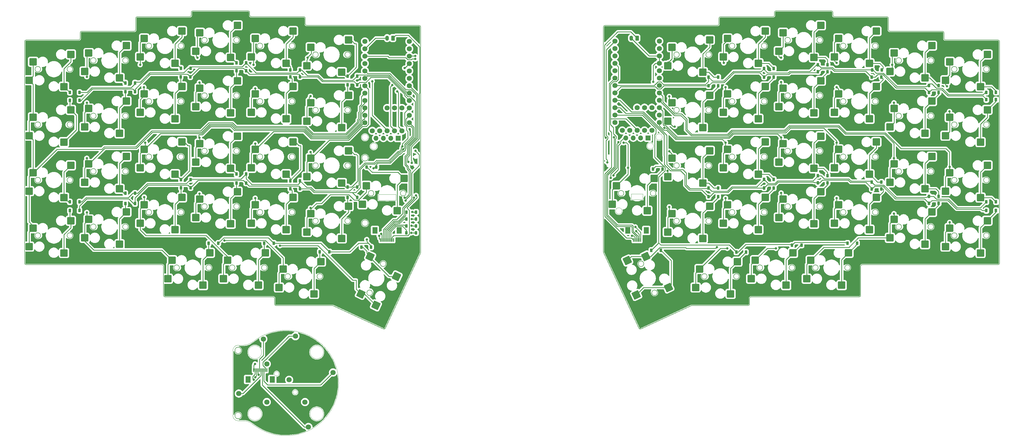
<source format=gbl>
G04 #@! TF.GenerationSoftware,KiCad,Pcbnew,9.0.3*
G04 #@! TF.CreationDate,2025-08-06T01:59:05-04:00*
G04 #@! TF.ProjectId,quartz58,71756172-747a-4353-982e-6b696361645f,rev?*
G04 #@! TF.SameCoordinates,Original*
G04 #@! TF.FileFunction,Copper,L2,Bot*
G04 #@! TF.FilePolarity,Positive*
%FSLAX46Y46*%
G04 Gerber Fmt 4.6, Leading zero omitted, Abs format (unit mm)*
G04 Created by KiCad (PCBNEW 9.0.3) date 2025-08-06 01:59:05*
%MOMM*%
%LPD*%
G01*
G04 APERTURE LIST*
G04 Aperture macros list*
%AMRoundRect*
0 Rectangle with rounded corners*
0 $1 Rounding radius*
0 $2 $3 $4 $5 $6 $7 $8 $9 X,Y pos of 4 corners*
0 Add a 4 corners polygon primitive as box body*
4,1,4,$2,$3,$4,$5,$6,$7,$8,$9,$2,$3,0*
0 Add four circle primitives for the rounded corners*
1,1,$1+$1,$2,$3*
1,1,$1+$1,$4,$5*
1,1,$1+$1,$6,$7*
1,1,$1+$1,$8,$9*
0 Add four rect primitives between the rounded corners*
20,1,$1+$1,$2,$3,$4,$5,0*
20,1,$1+$1,$4,$5,$6,$7,0*
20,1,$1+$1,$6,$7,$8,$9,0*
20,1,$1+$1,$8,$9,$2,$3,0*%
G04 Aperture macros list end*
G04 #@! TA.AperFunction,SMDPad,CuDef*
%ADD10RoundRect,0.250000X1.025000X1.000000X-1.025000X1.000000X-1.025000X-1.000000X1.025000X-1.000000X0*%
G04 #@! TD*
G04 #@! TA.AperFunction,SMDPad,CuDef*
%ADD11RoundRect,0.250000X-1.025000X-1.000000X1.025000X-1.000000X1.025000X1.000000X-1.025000X1.000000X0*%
G04 #@! TD*
G04 #@! TA.AperFunction,ComponentPad*
%ADD12R,1.700000X1.700000*%
G04 #@! TD*
G04 #@! TA.AperFunction,ComponentPad*
%ADD13O,1.700000X1.700000*%
G04 #@! TD*
G04 #@! TA.AperFunction,ComponentPad*
%ADD14C,1.800000*%
G04 #@! TD*
G04 #@! TA.AperFunction,SMDPad,CuDef*
%ADD15RoundRect,0.250000X1.339492X-0.506347X0.473124X1.351584X-1.339492X0.506347X-0.473124X-1.351584X0*%
G04 #@! TD*
G04 #@! TA.AperFunction,SMDPad,CuDef*
%ADD16RoundRect,0.250000X-1.339492X0.506347X-0.473124X-1.351584X1.339492X-0.506347X0.473124X1.351584X0*%
G04 #@! TD*
G04 #@! TA.AperFunction,SMDPad,CuDef*
%ADD17RoundRect,0.250000X-0.473124X1.351584X-1.339492X-0.506347X0.473124X-1.351584X1.339492X0.506347X0*%
G04 #@! TD*
G04 #@! TA.AperFunction,SMDPad,CuDef*
%ADD18RoundRect,0.250000X0.473124X-1.351584X1.339492X0.506347X-0.473124X1.351584X-1.339492X-0.506347X0*%
G04 #@! TD*
G04 #@! TA.AperFunction,ComponentPad*
%ADD19C,1.752600*%
G04 #@! TD*
G04 #@! TA.AperFunction,SMDPad,CuDef*
%ADD20RoundRect,0.225000X0.225000X0.375000X-0.225000X0.375000X-0.225000X-0.375000X0.225000X-0.375000X0*%
G04 #@! TD*
G04 #@! TA.AperFunction,SMDPad,CuDef*
%ADD21RoundRect,0.225000X-0.225000X-0.375000X0.225000X-0.375000X0.225000X0.375000X-0.225000X0.375000X0*%
G04 #@! TD*
G04 #@! TA.AperFunction,SMDPad,CuDef*
%ADD22R,0.300000X1.300000*%
G04 #@! TD*
G04 #@! TA.AperFunction,SMDPad,CuDef*
%ADD23R,1.800000X2.200000*%
G04 #@! TD*
G04 #@! TA.AperFunction,ComponentPad*
%ADD24RoundRect,0.250000X0.350000X0.625000X-0.350000X0.625000X-0.350000X-0.625000X0.350000X-0.625000X0*%
G04 #@! TD*
G04 #@! TA.AperFunction,ComponentPad*
%ADD25O,1.200000X1.750000*%
G04 #@! TD*
G04 #@! TA.AperFunction,ViaPad*
%ADD26C,0.800000*%
G04 #@! TD*
G04 #@! TA.AperFunction,Conductor*
%ADD27C,0.250000*%
G04 #@! TD*
G04 #@! TA.AperFunction,Profile*
%ADD28C,0.150000*%
G04 #@! TD*
G04 #@! TA.AperFunction,Profile*
%ADD29C,0.100000*%
G04 #@! TD*
G04 #@! TA.AperFunction,Profile*
%ADD30C,0.200000*%
G04 #@! TD*
G04 APERTURE END LIST*
D10*
X66501607Y-152902544D03*
D11*
X67916607Y-146562544D03*
D10*
X78501607Y-155102544D03*
D11*
X80843607Y-144022544D03*
D10*
X285576607Y-128852544D03*
D11*
X286991607Y-122512544D03*
D10*
X297576607Y-131052544D03*
D11*
X299918607Y-119972544D03*
D10*
X304626607Y-107802544D03*
D11*
X306041607Y-101462544D03*
D10*
X316626607Y-110002544D03*
D11*
X318968607Y-98922544D03*
D10*
X95076607Y-166952544D03*
D11*
X96491607Y-160612544D03*
D10*
X107076607Y-169152544D03*
D11*
X109418607Y-158072544D03*
D10*
X142701607Y-150902544D03*
D11*
X144116607Y-144562544D03*
D10*
X154701607Y-153102544D03*
D11*
X157043607Y-142022544D03*
D10*
X323676607Y-147902544D03*
D11*
X325091607Y-141562544D03*
D10*
X335676607Y-150102544D03*
D11*
X338018607Y-139022544D03*
D10*
X361776607Y-98752544D03*
D11*
X363191607Y-92412544D03*
D10*
X373776607Y-100952544D03*
D11*
X376118607Y-89872544D03*
D10*
X85551607Y-109802544D03*
D11*
X86966607Y-103462544D03*
D10*
X97551607Y-112002544D03*
D11*
X99893607Y-100922544D03*
D10*
X104601607Y-145902544D03*
D11*
X106016607Y-139562544D03*
D10*
X116601607Y-148102544D03*
D11*
X118943607Y-137022544D03*
D10*
X342726607Y-114802544D03*
D11*
X344141607Y-108462544D03*
D10*
X354726607Y-117002544D03*
D11*
X357068607Y-105922544D03*
D12*
X259776607Y-118557544D03*
D13*
X257236607Y-118557544D03*
X254696607Y-118557544D03*
X252156607Y-118557544D03*
D14*
X128991571Y-196233942D03*
X128991571Y-209329562D03*
X142087191Y-209329562D03*
X136649381Y-201671752D03*
X127810701Y-187670882D03*
X119389061Y-206387992D03*
X143268061Y-217892622D03*
X151689701Y-199175512D03*
X138792071Y-186702142D03*
D10*
X323676607Y-109802544D03*
D11*
X325091607Y-103462544D03*
D10*
X335676607Y-112002544D03*
D11*
X338018607Y-100922544D03*
D10*
X47451607Y-98752544D03*
D11*
X48866607Y-92412544D03*
D10*
X59451607Y-100952544D03*
D11*
X61793607Y-89872544D03*
D10*
X85551607Y-90752544D03*
D11*
X86966607Y-84412544D03*
D10*
X97551607Y-92952544D03*
D11*
X99893607Y-81872544D03*
D10*
X114126607Y-166952544D03*
D11*
X115541607Y-160612544D03*
D10*
X126126607Y-169152544D03*
D11*
X128468607Y-158072544D03*
D10*
X304626607Y-88752544D03*
D11*
X306041607Y-82412544D03*
D10*
X316626607Y-90952544D03*
D11*
X318968607Y-79872544D03*
D10*
X47451607Y-155902544D03*
D11*
X48866607Y-149562544D03*
D10*
X59451607Y-158102544D03*
D11*
X61793607Y-147022544D03*
D10*
X323676607Y-90752544D03*
D11*
X325091607Y-84412544D03*
D10*
X335676607Y-92952544D03*
D11*
X338018607Y-81872544D03*
D10*
X361776607Y-117802544D03*
D11*
X363191607Y-111462544D03*
D10*
X373776607Y-120002544D03*
D11*
X376118607Y-108922544D03*
D15*
X252617071Y-160703370D03*
D16*
X258961067Y-159306396D03*
D15*
X255694613Y-172508824D03*
D16*
X266726275Y-169948786D03*
D10*
X342726607Y-152902544D03*
D11*
X344141607Y-146562544D03*
D10*
X354726607Y-155102544D03*
D11*
X357068607Y-144022544D03*
D10*
X304626607Y-145902544D03*
D11*
X306041607Y-139562544D03*
D10*
X316626607Y-148102544D03*
D11*
X318968607Y-137022544D03*
D10*
X123651607Y-147902544D03*
D11*
X125066607Y-141562544D03*
D10*
X135651607Y-150102544D03*
D11*
X137993607Y-139022544D03*
D10*
X123651607Y-90752544D03*
D11*
X125066607Y-84412544D03*
D10*
X135651607Y-92952544D03*
D11*
X137993607Y-81872544D03*
D10*
X123651607Y-109802544D03*
D11*
X125066607Y-103462544D03*
D10*
X135651607Y-112002544D03*
D11*
X137993607Y-100922544D03*
D10*
X266526607Y-150902544D03*
D11*
X267941607Y-144562544D03*
D10*
X278526607Y-153102544D03*
D11*
X280868607Y-142022544D03*
D10*
X66501607Y-133852544D03*
D11*
X67916607Y-127512544D03*
D10*
X78501607Y-136052544D03*
D11*
X80843607Y-124972544D03*
D17*
X166426632Y-176110603D03*
D18*
X161278646Y-172148777D03*
D17*
X173491929Y-166164669D03*
D18*
X164439810Y-159359486D03*
D10*
X142701607Y-93752544D03*
D11*
X144116607Y-87412544D03*
D10*
X154701607Y-95952544D03*
D11*
X157043607Y-84872544D03*
D10*
X85551607Y-128852544D03*
D11*
X86966607Y-122512544D03*
D10*
X97551607Y-131052544D03*
D11*
X99893607Y-119972544D03*
D19*
X250896607Y-116007544D03*
X253436607Y-116007544D03*
X255976607Y-116007544D03*
X258516607Y-116007544D03*
X261056607Y-116007544D03*
D10*
X266526607Y-131852544D03*
D11*
X267941607Y-125512544D03*
D10*
X278526607Y-134052544D03*
D11*
X280868607Y-122972544D03*
D10*
X285576607Y-90752544D03*
D11*
X286991607Y-84412544D03*
D10*
X297576607Y-92952544D03*
D11*
X299918607Y-81872544D03*
D10*
X161751607Y-141377544D03*
D11*
X163166607Y-135037544D03*
D10*
X173751607Y-143577544D03*
D11*
X176093607Y-132497544D03*
D10*
X142701607Y-112802544D03*
D11*
X144116607Y-106462544D03*
D10*
X154701607Y-115002544D03*
D11*
X157043607Y-103922544D03*
D10*
X361776607Y-155902544D03*
D11*
X363191607Y-149562544D03*
D10*
X373776607Y-158102544D03*
D11*
X376118607Y-147022544D03*
D10*
X295101607Y-166952544D03*
D11*
X296516607Y-160612544D03*
D10*
X307101607Y-169152544D03*
D11*
X309443607Y-158072544D03*
D10*
X47451607Y-136852544D03*
D11*
X48866607Y-130512544D03*
D10*
X59451607Y-139052544D03*
D11*
X61793607Y-127972544D03*
D10*
X142701607Y-131852544D03*
D11*
X144116607Y-125512544D03*
D10*
X154701607Y-134052544D03*
D11*
X157043607Y-122972544D03*
D10*
X104601607Y-88752544D03*
D11*
X106016607Y-82412544D03*
D10*
X116601607Y-90952544D03*
D11*
X118943607Y-79872544D03*
D10*
X285576607Y-109802544D03*
D11*
X286991607Y-103462544D03*
D10*
X297576607Y-112002544D03*
D11*
X299918607Y-100922544D03*
D10*
X342726607Y-133852544D03*
D11*
X344141607Y-127512544D03*
D10*
X354726607Y-136052544D03*
D11*
X357068607Y-124972544D03*
D10*
X47451607Y-117802544D03*
D11*
X48866607Y-111462544D03*
D10*
X59451607Y-120002544D03*
D11*
X61793607Y-108922544D03*
D19*
X165171607Y-116107544D03*
X167711607Y-116107544D03*
X170251607Y-116107544D03*
X172791607Y-116107544D03*
X175331607Y-116107544D03*
D10*
X304626607Y-126852544D03*
D11*
X306041607Y-120512544D03*
D10*
X316626607Y-129052544D03*
D11*
X318968607Y-117972544D03*
D10*
X104601607Y-126852544D03*
D11*
X106016607Y-120512544D03*
D10*
X116601607Y-129052544D03*
D11*
X118943607Y-117972544D03*
D10*
X85551607Y-147902544D03*
D11*
X86966607Y-141562544D03*
D10*
X97551607Y-150102544D03*
D11*
X99893607Y-139022544D03*
D12*
X174051607Y-118657544D03*
D13*
X171511607Y-118657544D03*
X168971607Y-118657544D03*
X166431607Y-118657544D03*
D10*
X276051607Y-169952544D03*
D11*
X277466607Y-163612544D03*
D10*
X288051607Y-172152544D03*
D11*
X290393607Y-161072544D03*
D10*
X266526607Y-112802544D03*
D11*
X267941607Y-106462544D03*
D10*
X278526607Y-115002544D03*
D11*
X280868607Y-103922544D03*
D10*
X285576607Y-147902544D03*
D11*
X286991607Y-141562544D03*
D10*
X297576607Y-150102544D03*
D11*
X299918607Y-139022544D03*
D10*
X66501607Y-114802544D03*
D11*
X67916607Y-108462544D03*
D10*
X78501607Y-117002544D03*
D11*
X80843607Y-105922544D03*
D10*
X247476607Y-141377544D03*
D11*
X248891607Y-135037544D03*
D10*
X259476607Y-143577544D03*
D11*
X261818607Y-132497544D03*
D10*
X323676607Y-128852544D03*
D11*
X325091607Y-122512544D03*
D10*
X335676607Y-131052544D03*
D11*
X338018607Y-119972544D03*
D10*
X66501607Y-95752544D03*
D11*
X67916607Y-89412544D03*
D10*
X78501607Y-97952544D03*
D11*
X80843607Y-86872544D03*
D10*
X314151607Y-166952544D03*
D11*
X315566607Y-160612544D03*
D10*
X326151607Y-169152544D03*
D11*
X328493607Y-158072544D03*
D10*
X123651607Y-128852544D03*
D11*
X125066607Y-122512544D03*
D10*
X135651607Y-131052544D03*
D11*
X137993607Y-119972544D03*
D10*
X266526607Y-93752544D03*
D11*
X267941607Y-87412544D03*
D10*
X278526607Y-95952544D03*
D11*
X280868607Y-84872544D03*
D10*
X361776607Y-136852544D03*
D11*
X363191607Y-130512544D03*
D10*
X373776607Y-139052544D03*
D11*
X376118607Y-127972544D03*
D10*
X342726607Y-95752544D03*
D11*
X344141607Y-89412544D03*
D10*
X354726607Y-97952544D03*
D11*
X357068607Y-86872544D03*
D10*
X104601607Y-107802544D03*
D11*
X106016607Y-101462544D03*
D10*
X116601607Y-110002544D03*
D11*
X118943607Y-98922544D03*
D10*
X133176607Y-169952544D03*
D11*
X134591607Y-163612544D03*
D10*
X145176607Y-172152544D03*
D11*
X147518607Y-161072544D03*
D20*
X159995435Y-138993114D03*
X156695435Y-138993114D03*
X83782821Y-99675031D03*
X80482821Y-99675031D03*
D21*
X290045379Y-157818234D03*
X293345379Y-157818234D03*
D20*
X64745267Y-102935361D03*
X61445267Y-102935361D03*
X140350018Y-136016549D03*
X137050018Y-136016549D03*
D21*
X280520371Y-100668186D03*
X283820371Y-100668186D03*
D20*
X164775082Y-156077544D03*
X161475082Y-156077544D03*
D21*
X280520371Y-97691621D03*
X283820371Y-97691621D03*
X375770451Y-143530722D03*
X379070451Y-143530722D03*
X299570387Y-97691621D03*
X302870387Y-97691621D03*
X336479873Y-97691621D03*
X339779873Y-97691621D03*
D20*
X121895403Y-95524414D03*
X118595403Y-95524414D03*
X121895315Y-92815040D03*
X118595315Y-92815040D03*
D22*
X254726607Y-153627544D03*
X255226607Y-153627544D03*
X255726607Y-153627544D03*
X256226607Y-153627544D03*
X256726607Y-153627544D03*
X257226607Y-153627544D03*
D23*
X252826607Y-150377544D03*
X259126607Y-150377544D03*
D24*
X172251607Y-84277544D03*
D25*
X170251607Y-84277544D03*
D20*
X112370319Y-154757968D03*
X109070319Y-154757968D03*
D24*
X255976607Y-84277544D03*
D25*
X253976607Y-84277544D03*
D21*
X299570387Y-135791653D03*
X302870387Y-135791653D03*
D20*
X64745359Y-140554157D03*
X61445359Y-140554157D03*
X64745187Y-143530722D03*
X61445187Y-143530722D03*
X140350018Y-97608016D03*
X137050018Y-97608016D03*
X102758021Y-97608016D03*
X99458021Y-97608016D03*
D21*
X375770451Y-140554157D03*
X379070451Y-140554157D03*
X280520371Y-135791653D03*
X283820371Y-135791653D03*
D20*
X121895311Y-134070876D03*
X118595311Y-134070876D03*
D21*
X375770451Y-105430690D03*
X379070451Y-105430690D03*
D19*
X263596607Y-85307544D03*
X263596607Y-87847544D03*
X263596607Y-90387544D03*
X263596607Y-92927544D03*
X263596607Y-95467544D03*
X263596607Y-98007544D03*
X263596607Y-100547544D03*
X263596607Y-103087544D03*
X263596607Y-105627544D03*
X263596607Y-108167544D03*
X263596607Y-110707544D03*
X263596607Y-113247544D03*
X248356607Y-113247544D03*
X248356607Y-110707544D03*
X248356607Y-108167544D03*
X248356607Y-105627544D03*
X248356607Y-103087544D03*
X248356607Y-100547544D03*
X248356607Y-98007544D03*
X248356607Y-95467544D03*
X248356607Y-92927544D03*
X248356607Y-90387544D03*
X248356607Y-87847544D03*
X248356607Y-85307544D03*
X261056607Y-108167544D03*
X258516607Y-108167544D03*
X255976607Y-108167544D03*
D20*
X159995279Y-135410385D03*
X156695279Y-135410385D03*
D21*
X260875042Y-157222921D03*
X264175042Y-157222921D03*
D20*
X180190323Y-144046932D03*
X176890323Y-144046932D03*
X159995435Y-100286918D03*
X156695435Y-100286918D03*
X180190323Y-146428184D03*
X176890323Y-146428184D03*
D21*
X318025170Y-134005714D03*
X321325170Y-134005714D03*
X299570387Y-94715056D03*
X302870387Y-94715056D03*
D22*
X128977381Y-198331752D03*
X128477381Y-198331752D03*
X127977381Y-198331752D03*
X127477381Y-198331752D03*
X126977381Y-198331752D03*
X126477381Y-198331752D03*
X125977381Y-198331752D03*
X125477381Y-198331752D03*
X124977381Y-198331752D03*
X124477381Y-198331752D03*
D23*
X130877381Y-201581752D03*
X122577381Y-201581752D03*
D21*
X336577940Y-95187882D03*
X339877940Y-95187882D03*
X356125202Y-138654141D03*
X359425202Y-138654141D03*
D20*
X150470287Y-157734528D03*
X147170287Y-157734528D03*
X83795203Y-141149470D03*
X80495203Y-141149470D03*
X121895311Y-130945488D03*
X118595311Y-130945488D03*
D21*
X336479873Y-133742748D03*
X339779873Y-133742748D03*
D20*
X131420303Y-154757968D03*
X128120303Y-154757968D03*
D21*
X356125202Y-102935361D03*
X359425202Y-102935361D03*
X336479873Y-136123996D03*
X339779873Y-136123996D03*
D20*
X83795203Y-137577592D03*
X80495203Y-137577592D03*
X83795371Y-102668168D03*
X80495371Y-102668168D03*
D21*
X328145491Y-154727592D03*
X331445491Y-154727592D03*
X356125202Y-141035393D03*
X359425202Y-141035393D03*
D20*
X102845327Y-135707984D03*
X99545327Y-135707984D03*
D21*
X318025170Y-131510385D03*
X321325170Y-131510385D03*
D20*
X140350018Y-95196292D03*
X137050018Y-95196292D03*
D21*
X375770451Y-102935361D03*
X379070451Y-102935361D03*
D22*
X167976607Y-153627544D03*
X168476607Y-153627544D03*
X168976607Y-153627544D03*
X169476607Y-153627544D03*
X169976607Y-153627544D03*
X170476607Y-153627544D03*
X170976607Y-153627544D03*
X171476607Y-153627544D03*
X171976607Y-153627544D03*
X172476607Y-153627544D03*
D23*
X166076607Y-150377544D03*
X174376607Y-150377544D03*
D21*
X318025170Y-95791605D03*
X321325170Y-95791605D03*
D20*
X102846419Y-132880252D03*
X99546419Y-132880252D03*
X140350018Y-133296324D03*
X137050018Y-133296324D03*
D21*
X299570387Y-132815088D03*
X302870387Y-132815088D03*
D20*
X159995435Y-97310353D03*
X156695435Y-97310353D03*
D19*
X177871607Y-85407544D03*
X177871607Y-87947544D03*
X177871607Y-90487544D03*
X177871607Y-93027544D03*
X177871607Y-95567544D03*
X177871607Y-98107544D03*
X177871607Y-100647544D03*
X177871607Y-103187544D03*
X177871607Y-105727544D03*
X177871607Y-108267544D03*
X177871607Y-110807544D03*
X177871607Y-113347544D03*
X162631607Y-113347544D03*
X162631607Y-110807544D03*
X162631607Y-108267544D03*
X162631607Y-105727544D03*
X162631607Y-103187544D03*
X162631607Y-100647544D03*
X162631607Y-98107544D03*
X162631607Y-95567544D03*
X162631607Y-93027544D03*
X162631607Y-90487544D03*
X162631607Y-87947544D03*
X162631607Y-85407544D03*
X175331607Y-108267544D03*
X172791607Y-108267544D03*
X170251607Y-108267544D03*
D20*
X180190323Y-151190688D03*
X176890323Y-151190688D03*
X64745359Y-105644728D03*
X61445359Y-105644728D03*
D21*
X280520371Y-138768218D03*
X283820371Y-138768218D03*
D20*
X102845299Y-94600979D03*
X99545299Y-94600979D03*
X180190323Y-148809436D03*
X176890323Y-148809436D03*
D21*
X261470355Y-129243210D03*
X264770355Y-129243210D03*
D20*
X166543790Y-128547881D03*
X163243790Y-128547881D03*
D21*
X356125202Y-100554109D03*
X359425202Y-100554109D03*
X309095395Y-155436982D03*
X312395395Y-155436982D03*
X318025170Y-93410353D03*
X321325170Y-93410353D03*
D26*
X178751607Y-127177544D03*
X179951607Y-123027544D03*
X176251607Y-94577544D03*
X179876607Y-90435153D03*
X248076607Y-118377544D03*
X261551607Y-99277544D03*
X172043954Y-100369891D03*
X245251607Y-118527544D03*
X178576607Y-151177544D03*
X178626607Y-148777544D03*
X175493109Y-121491970D03*
X178726607Y-146427544D03*
X175775607Y-122451240D03*
X178854607Y-144027544D03*
X163276607Y-153477544D03*
X165586620Y-128982460D03*
X165151607Y-99127544D03*
X173711858Y-102614553D03*
X255631670Y-150632301D03*
X246942778Y-132277544D03*
X249614138Y-120064636D03*
X247901607Y-131427544D03*
X255377607Y-149161658D03*
X67262458Y-144177544D03*
X67262458Y-106507239D03*
X67262543Y-97577544D03*
X67262458Y-125557255D03*
X86951607Y-138877544D03*
X87301607Y-120177544D03*
X85551607Y-93410353D03*
X86851607Y-101127544D03*
X105926607Y-118527544D03*
X114476607Y-153777544D03*
X105926607Y-137715052D03*
X105226607Y-91027544D03*
X105876607Y-99527544D03*
X125026607Y-120527544D03*
X124412506Y-93410353D03*
X133476607Y-155577544D03*
X125007819Y-139249454D03*
X125007819Y-101577544D03*
X143976607Y-142627544D03*
X143976607Y-104227544D03*
X143976607Y-123427544D03*
X142976607Y-91029101D03*
X363191607Y-128533820D03*
X363191607Y-147583836D03*
X362240050Y-100851765D03*
X363133019Y-109483804D03*
X344083003Y-144607271D03*
X344083003Y-106507239D03*
X343487690Y-93410353D03*
X344083003Y-125557255D03*
X324437674Y-101149422D03*
X303601719Y-156513531D03*
X324437674Y-120199438D03*
X324437674Y-92815040D03*
X324437674Y-139249454D03*
X305387658Y-118413499D03*
X305387658Y-99363483D03*
X286932955Y-156513531D03*
X305387658Y-91029101D03*
X305387658Y-137463515D03*
X265326607Y-115103544D03*
X286337642Y-139249454D03*
X285742329Y-92815040D03*
X286337642Y-101149422D03*
X283361077Y-156102544D03*
X286337642Y-120199438D03*
X251326607Y-120227544D03*
X268901607Y-114677544D03*
X266699309Y-92679842D03*
X252888354Y-128808281D03*
X266402133Y-129877018D03*
X267024607Y-142277544D03*
X267024607Y-123177544D03*
X267024607Y-104327544D03*
X254217883Y-152238633D03*
X176599607Y-140078715D03*
X168234402Y-151547091D03*
X176291214Y-139100441D03*
X167501607Y-152227544D03*
X179876607Y-91435156D03*
X177547666Y-126827544D03*
X180175607Y-138322819D03*
X126224294Y-199941665D03*
X124500449Y-201665511D03*
X125016099Y-200808709D03*
X124939380Y-196231750D03*
X179450606Y-139103240D03*
X245775607Y-126974251D03*
D27*
X248356607Y-110707544D02*
X257818750Y-110707544D01*
X257818750Y-110707544D02*
X262487760Y-115376554D01*
X262487760Y-115376554D02*
X262487760Y-117013662D01*
X262487760Y-117013662D02*
X262051607Y-117449815D01*
X262051607Y-117449815D02*
X262051607Y-125239360D01*
X262051607Y-125239360D02*
X265129457Y-128317210D01*
X178501607Y-126227544D02*
X178501607Y-121615974D01*
X178751607Y-127177544D02*
X178751607Y-126477544D01*
X181229307Y-114962654D02*
X181229307Y-103367434D01*
X181229307Y-103367434D02*
X181400607Y-103196134D01*
X177491915Y-83327544D02*
X181400607Y-87236236D01*
X181228607Y-114963354D02*
X181229307Y-114962654D01*
X181228607Y-118888974D02*
X181228607Y-114963354D01*
X173201607Y-83327544D02*
X177491915Y-83327544D01*
X172251607Y-84277544D02*
X173201607Y-83327544D01*
X178751607Y-126477544D02*
X178501607Y-126227544D01*
X181400607Y-103196134D02*
X181400607Y-87236236D01*
X178501607Y-121615974D02*
X181228607Y-118888974D01*
X181278607Y-124354544D02*
X179951607Y-123027544D01*
X255726607Y-152402544D02*
X255726607Y-153627544D01*
X170251607Y-84277544D02*
X166301607Y-84277544D01*
X176251607Y-94577544D02*
X176321607Y-94577544D01*
X168976607Y-153627544D02*
X168976607Y-150070574D01*
X171453907Y-100959938D02*
X172043954Y-100369891D01*
X248146607Y-118447544D02*
X248146607Y-128469114D01*
X176321607Y-94577544D02*
X177871607Y-93027544D01*
X168976607Y-150070574D02*
X172389011Y-146658170D01*
X248076607Y-118377544D02*
X248146607Y-118447544D01*
X181278607Y-128000544D02*
X181278607Y-124354544D01*
X245400607Y-131215114D02*
X245400607Y-145299649D01*
X172389011Y-146658170D02*
X173517495Y-146658170D01*
X172791607Y-115887544D02*
X171453907Y-114549844D01*
X262301607Y-92927544D02*
X263596607Y-92927544D01*
X254201607Y-150877544D02*
X255726607Y-152402544D01*
X179876607Y-90435153D02*
X177923998Y-90435153D01*
X254052607Y-148951544D02*
X254201607Y-149100544D01*
X263596607Y-90387544D02*
X260086607Y-90387544D01*
X261551607Y-93677544D02*
X262301607Y-92927544D01*
X177923998Y-90435153D02*
X177871607Y-90487544D01*
X171453907Y-114549844D02*
X171453907Y-100959938D01*
X166301607Y-84277544D02*
X162631607Y-87947544D01*
X261551607Y-99277544D02*
X261551607Y-93677544D01*
X263596607Y-92927544D02*
X263596607Y-90387544D01*
X260086607Y-90387544D02*
X253976607Y-84277544D01*
X175600607Y-144575058D02*
X175600607Y-142640734D01*
X254201607Y-149100544D02*
X254201607Y-150877544D01*
X245400607Y-145299649D02*
X249052502Y-148951544D01*
X178701607Y-130577544D02*
X181278607Y-128000544D01*
X173517495Y-146658170D02*
X175600607Y-144575058D01*
X248146607Y-128469114D02*
X245400607Y-131215114D01*
X178701607Y-139539734D02*
X178701607Y-130577544D01*
X175600607Y-142640734D02*
X178701607Y-139539734D01*
X249052502Y-148951544D02*
X254052607Y-148951544D01*
X245251607Y-118527544D02*
X244827607Y-118103544D01*
X253820607Y-82121544D02*
X255976607Y-84277544D01*
X244827607Y-86651544D02*
X249357607Y-82121544D01*
X249357607Y-82121544D02*
X253820607Y-82121544D01*
X244827607Y-118103544D02*
X244827607Y-86651544D01*
X139318766Y-96227544D02*
X140350018Y-95196292D01*
X83795371Y-99433780D02*
X83795371Y-99933780D01*
X140354705Y-95200979D02*
X140945331Y-95200979D01*
X67333958Y-102935361D02*
X64745267Y-102935361D01*
X140350018Y-95196292D02*
X140354705Y-95200979D01*
X83795371Y-99933780D02*
X82442158Y-101286993D01*
X148268187Y-98794124D02*
X158511664Y-98794124D01*
X102845299Y-94600979D02*
X103298864Y-94147414D01*
X159995435Y-97310353D02*
X160400544Y-96905244D01*
X68982326Y-101286993D02*
X67333958Y-102935361D01*
X170954307Y-96905244D02*
X177236607Y-103187544D01*
X142901368Y-97157016D02*
X146631079Y-97157016D01*
X120562941Y-94147414D02*
X121895315Y-92815040D01*
X100501607Y-96177544D02*
X88851607Y-96177544D01*
X85651607Y-99377544D02*
X83851607Y-99377544D01*
X82442158Y-101286993D02*
X68982326Y-101286993D01*
X103298864Y-94147414D02*
X120562941Y-94147414D01*
X160400544Y-96905244D02*
X170954307Y-96905244D01*
X180190323Y-151190688D02*
X178589751Y-151190688D01*
X88851607Y-96177544D02*
X85651607Y-99377544D01*
X158511664Y-98794124D02*
X159995435Y-97310353D01*
X83851607Y-99377544D02*
X83795371Y-99433780D01*
X140945331Y-95200979D02*
X142901368Y-97157016D01*
X121895315Y-92815040D02*
X125307819Y-96227544D01*
X146631079Y-97157016D02*
X148268187Y-98794124D01*
X102078172Y-94600979D02*
X100501607Y-96177544D01*
X125307819Y-96227544D02*
X139318766Y-96227544D01*
X177236607Y-103187544D02*
X177871607Y-103187544D01*
X178589751Y-151190688D02*
X178576607Y-151177544D01*
X102845299Y-94600979D02*
X102078172Y-94600979D01*
X148081377Y-99245124D02*
X158953641Y-99245124D01*
X123049533Y-96678544D02*
X140015947Y-96678544D01*
X140350018Y-97012615D02*
X140350018Y-97608016D01*
X146444269Y-97608016D02*
X148081377Y-99245124D01*
X102758021Y-97608016D02*
X105767623Y-94598414D01*
X88997135Y-96682016D02*
X101832021Y-96682016D01*
X158953641Y-99245124D02*
X159995435Y-100286918D01*
X64881126Y-106026003D02*
X69169136Y-101737993D01*
X101832021Y-96682016D02*
X102758021Y-97608016D01*
X83795371Y-101883780D02*
X88997135Y-96682016D01*
X105767623Y-94598414D02*
X120969403Y-94598414D01*
X120969403Y-94598414D02*
X121895403Y-95524414D01*
X121895403Y-95524414D02*
X123049533Y-96678544D01*
X178658499Y-148809436D02*
X178626607Y-148777544D01*
X140015947Y-96678544D02*
X140350018Y-97012615D01*
X170580687Y-97807244D02*
X176218307Y-103444864D01*
X163008907Y-99445244D02*
X164646907Y-97807244D01*
X140350018Y-97608016D02*
X146444269Y-97608016D01*
X83038311Y-101737993D02*
X83795203Y-102494885D01*
X69169136Y-101737993D02*
X83038311Y-101737993D01*
X83795371Y-102668168D02*
X83795371Y-101883780D01*
X176218307Y-104074244D02*
X177871607Y-105727544D01*
X180190323Y-148809436D02*
X178658499Y-148809436D01*
X176218307Y-103444864D02*
X176218307Y-104074244D01*
X160837109Y-99445244D02*
X163008907Y-99445244D01*
X159995435Y-100286918D02*
X160837109Y-99445244D01*
X164646907Y-97807244D02*
X170580687Y-97807244D01*
X123876607Y-134577544D02*
X139676607Y-134577544D01*
X81505748Y-139075098D02*
X83003254Y-137577592D01*
X88045992Y-134326809D02*
X88095257Y-134277544D01*
X165841024Y-127126544D02*
X162614797Y-127126544D01*
X121895311Y-132596248D02*
X123876607Y-134577544D01*
X176948867Y-114762923D02*
X176218307Y-114032363D01*
X67009893Y-139075098D02*
X81505748Y-139075098D01*
X176218307Y-114032363D02*
X176218307Y-109920844D01*
X120146923Y-132693876D02*
X121895311Y-130945488D01*
X140350018Y-133904133D02*
X140350018Y-133296324D01*
X84738727Y-137577592D02*
X87989510Y-134326809D01*
X145344435Y-136826544D02*
X144083440Y-135565549D01*
X158781576Y-135410385D02*
X157365417Y-136826544D01*
X83003254Y-137577592D02*
X83795203Y-137577592D01*
X121895311Y-130945488D02*
X121895311Y-132596248D01*
X180190323Y-146428184D02*
X178727247Y-146428184D01*
X175049607Y-121935472D02*
X175049607Y-122541734D01*
X83795203Y-137577592D02*
X84738727Y-137577592D01*
X177320937Y-118725184D02*
X177320937Y-116342663D01*
X139676607Y-134577544D02*
X140350018Y-133904133D01*
X65530834Y-140554157D02*
X67009893Y-139075098D01*
X176218307Y-109920844D02*
X177871607Y-108267544D01*
X87989510Y-134326809D02*
X88045992Y-134326809D01*
X175493109Y-121491970D02*
X175049607Y-121935472D01*
X102253290Y-133384983D02*
X102341688Y-133384983D01*
X162601607Y-127127544D02*
X160600607Y-129128544D01*
X160600607Y-134805057D02*
X159995279Y-135410385D01*
X160600607Y-129128544D02*
X160600607Y-134805057D01*
X144083440Y-135565549D02*
X142619243Y-135565549D01*
X142619243Y-135565549D02*
X140350018Y-133296324D01*
X176948867Y-115970593D02*
X176948867Y-114762923D01*
X102341688Y-133384983D02*
X102846419Y-132880252D01*
X177320937Y-116342663D02*
X176948867Y-115970593D01*
X162614797Y-127126544D02*
X162613797Y-127127544D01*
X175493109Y-120553012D02*
X177320937Y-118725184D01*
X157365417Y-136826544D02*
X145344435Y-136826544D01*
X103032795Y-132693876D02*
X120146923Y-132693876D01*
X174415797Y-123175544D02*
X174052987Y-123175544D01*
X102846419Y-132880252D02*
X103032795Y-132693876D01*
X178727247Y-146428184D02*
X178726607Y-146427544D01*
X101360729Y-134277544D02*
X102253290Y-133384983D01*
X175049607Y-122541734D02*
X174415797Y-123175544D01*
X175493109Y-121491970D02*
X175493109Y-120553012D01*
X174052987Y-123175544D02*
X170902987Y-126325544D01*
X170902987Y-126325544D02*
X166642024Y-126325544D01*
X166642024Y-126325544D02*
X165841024Y-127126544D01*
X64881126Y-140554157D02*
X65530834Y-140554157D01*
X162613797Y-127127544D02*
X162601607Y-127127544D01*
X88095257Y-134277544D02*
X101360729Y-134277544D01*
X159995279Y-135410385D02*
X158781576Y-135410385D01*
X102845327Y-135707984D02*
X105408435Y-133144876D01*
X122901979Y-135077544D02*
X121895311Y-134070876D01*
X101915152Y-134777809D02*
X102845327Y-135707984D01*
X161051607Y-129327544D02*
X161051607Y-135739523D01*
X174602607Y-123626544D02*
X174239797Y-123626544D01*
X158279865Y-137277544D02*
X159995435Y-138993114D01*
X140350018Y-136016549D02*
X143896630Y-136016549D01*
X162801607Y-127577544D02*
X161051607Y-129327544D01*
X176676607Y-112077544D02*
X177871607Y-110882544D01*
X140350018Y-136016549D02*
X140350018Y-135404005D01*
X105408435Y-133144876D02*
X120969311Y-133144876D01*
X81651127Y-139526098D02*
X83274499Y-141149470D01*
X143896630Y-136016549D02*
X145157625Y-137277544D01*
X64776607Y-141946194D02*
X67196703Y-139526098D01*
X64745187Y-143530722D02*
X64776607Y-143499302D01*
X177373598Y-114549844D02*
X176669307Y-113845553D01*
X67196703Y-139526098D02*
X81651127Y-139526098D01*
X178973607Y-115087354D02*
X178402856Y-114516603D01*
X178873995Y-144046932D02*
X178854607Y-144027544D01*
X176246607Y-120681924D02*
X178973607Y-117954926D01*
X166828834Y-126776544D02*
X166027834Y-127577544D01*
X83795203Y-139158926D02*
X88176320Y-134777809D01*
X175775607Y-122451240D02*
X176246607Y-121980240D01*
X176246607Y-121980240D02*
X176246607Y-120681924D01*
X88176320Y-134777809D02*
X101915152Y-134777809D01*
X177871607Y-110882544D02*
X177871607Y-110807544D01*
X161051607Y-135739523D02*
X159513586Y-137277544D01*
X83274499Y-141149470D02*
X83795203Y-141149470D01*
X145157625Y-137277544D02*
X158279865Y-137277544D01*
X174239797Y-123626544D02*
X171089797Y-126776544D01*
X176669307Y-112849535D02*
X176676607Y-112842235D01*
X64776607Y-143499302D02*
X64776607Y-141946194D01*
X140023557Y-135077544D02*
X122901979Y-135077544D01*
X140350018Y-135404005D02*
X140023557Y-135077544D01*
X178973607Y-117954926D02*
X178973607Y-115087354D01*
X178402856Y-114516603D02*
X178369616Y-114549844D01*
X120969311Y-133144876D02*
X121895311Y-134070876D01*
X176669307Y-113845553D02*
X176669307Y-112849535D01*
X166027834Y-127577544D02*
X162801607Y-127577544D01*
X83795203Y-141149470D02*
X83795203Y-139158926D01*
X180190323Y-144046932D02*
X178873995Y-144046932D01*
X176676607Y-112842235D02*
X176676607Y-112077544D01*
X175775607Y-122453544D02*
X174602607Y-123626544D01*
X159513586Y-137277544D02*
X158279865Y-137277544D01*
X171089797Y-126776544D02*
X166828834Y-126776544D01*
X175775607Y-122451240D02*
X175775607Y-122453544D01*
X178369616Y-114549844D02*
X177373598Y-114549844D01*
X114250743Y-152877544D02*
X129539879Y-152877544D01*
X176076327Y-123177240D02*
X175689721Y-123177240D01*
X171276607Y-127227544D02*
X167015644Y-127227544D01*
X166080270Y-128547881D02*
X166543790Y-128547881D01*
X178853853Y-114329786D02*
X178853853Y-114329790D01*
X174426607Y-124077544D02*
X171276607Y-127227544D01*
X165645691Y-128982460D02*
X166080270Y-128547881D01*
X178853853Y-114329790D02*
X179424607Y-114900544D01*
X176697607Y-120868734D02*
X176697607Y-122167050D01*
X157480554Y-157734528D02*
X150470287Y-157734528D01*
X179424607Y-118141736D02*
X176697607Y-120868734D01*
X131420303Y-154757968D02*
X147493727Y-154757968D01*
X163849082Y-154735878D02*
X160479204Y-154735878D01*
X167015644Y-127227544D02*
X166543790Y-127699398D01*
X165586620Y-128982460D02*
X165645691Y-128982460D01*
X176501607Y-122751960D02*
X176076327Y-123177240D01*
X129539879Y-152877544D02*
X131420303Y-154757968D01*
X160479204Y-154735878D02*
X157480554Y-157734528D01*
X177871607Y-113347544D02*
X178721756Y-114197693D01*
X163276607Y-154163403D02*
X164775082Y-155661878D01*
X176501607Y-122363050D02*
X176501607Y-122751960D01*
X179424607Y-114900544D02*
X179424607Y-118141736D01*
X175689721Y-123177240D02*
X174789417Y-124077544D01*
X166543790Y-127699398D02*
X166543790Y-128547881D01*
X147493727Y-154757968D02*
X150470287Y-157734528D01*
X178721756Y-114197693D02*
X178853853Y-114329786D01*
X176697607Y-122167050D02*
X176501607Y-122363050D01*
X112370319Y-154757968D02*
X114250743Y-152877544D01*
X174789417Y-124077544D02*
X174426607Y-124077544D01*
X163276607Y-153477544D02*
X163276607Y-154163403D01*
X164775082Y-156077544D02*
X164775082Y-155661878D01*
X164775082Y-155661878D02*
X163849082Y-154735878D01*
X170251607Y-115887544D02*
X165151607Y-110787544D01*
X248802607Y-118678264D02*
X248802607Y-118076824D01*
X252179780Y-111990717D02*
X246902607Y-111990717D01*
X165151607Y-110787544D02*
X165151607Y-99127544D01*
X248802607Y-118076824D02*
X247902616Y-117176833D01*
X248597607Y-118883264D02*
X248802607Y-118678264D01*
X247902616Y-115028553D02*
X246902607Y-114028544D01*
X254239417Y-148500544D02*
X249239312Y-148500544D01*
X254652607Y-148913734D02*
X254239417Y-148500544D01*
X256226607Y-152252544D02*
X254652607Y-150678544D01*
X256226607Y-153627544D02*
X256226607Y-152252544D01*
X249601607Y-98462853D02*
X249601607Y-94172544D01*
X247902616Y-117176833D02*
X247902616Y-115028553D01*
X255976607Y-115787544D02*
X252179780Y-111990717D01*
X247869307Y-99209844D02*
X248854616Y-99209844D01*
X254652607Y-150678544D02*
X254652607Y-148913734D01*
X249239312Y-148500544D02*
X245851607Y-145112839D01*
X245851607Y-145112839D02*
X245851607Y-131401924D01*
X246902607Y-114028544D02*
X246902607Y-100176544D01*
X245851607Y-131401924D02*
X248597607Y-128655924D01*
X248597607Y-128655924D02*
X248597607Y-118883264D01*
X246902607Y-100176544D02*
X247869307Y-99209844D01*
X249601607Y-94172544D02*
X248356607Y-92927544D01*
X248854616Y-99209844D02*
X249601607Y-98462853D01*
X357082859Y-99958796D02*
X356239199Y-99958796D01*
X317543854Y-93410353D02*
X318025170Y-93410353D01*
X299570387Y-94715056D02*
X299570387Y-95046324D01*
X264101607Y-99327544D02*
X263101607Y-99327544D01*
X307814797Y-96276544D02*
X308364797Y-95726544D01*
X280520371Y-99158780D02*
X279461965Y-100217186D01*
X281906294Y-99077544D02*
X285663797Y-99077544D01*
X375770451Y-102935361D02*
X375416502Y-102935361D01*
X279461965Y-100217186D02*
X264991249Y-100217186D01*
X318034416Y-93410353D02*
X319000607Y-94376544D01*
X356239199Y-99958796D02*
X355270451Y-100927544D01*
X345051607Y-100927544D02*
X340438684Y-96314621D01*
X315227663Y-95726544D02*
X317543854Y-93410353D01*
X299570387Y-95046324D02*
X300800607Y-96276544D01*
X323009854Y-94376544D02*
X323810854Y-95177544D01*
X318025170Y-93410353D02*
X318034416Y-93410353D01*
X287500720Y-97240621D02*
X287538530Y-97240621D01*
X358650607Y-101526544D02*
X357082859Y-99958796D01*
X374674319Y-103677544D02*
X362789417Y-103677544D01*
X337988684Y-96314621D02*
X336851607Y-95177544D01*
X336567602Y-95177544D02*
X336577940Y-95187882D01*
X340438684Y-96314621D02*
X337988684Y-96314621D01*
X300800607Y-96276544D02*
X307814797Y-96276544D01*
X280520371Y-97691621D02*
X281906294Y-99077544D01*
X323810854Y-95177544D02*
X336567602Y-95177544D01*
X261881607Y-100547544D02*
X248356607Y-100547544D01*
X280520371Y-97691621D02*
X280520371Y-99158780D01*
X336851607Y-95177544D02*
X336588278Y-95177544D01*
X285663797Y-99077544D02*
X287500720Y-97240621D01*
X289051607Y-95727544D02*
X298557899Y-95727544D01*
X308364797Y-95726544D02*
X315227663Y-95726544D01*
X298557899Y-95727544D02*
X299570387Y-94715056D01*
X319000607Y-94376544D02*
X323009854Y-94376544D01*
X355270451Y-100927544D02*
X345051607Y-100927544D01*
X264991249Y-100217186D02*
X264101607Y-99327544D01*
X362789417Y-103677544D02*
X360638417Y-101526544D01*
X263101607Y-99327544D02*
X261881607Y-100547544D01*
X360638417Y-101526544D02*
X358650607Y-101526544D01*
X375416502Y-102935361D02*
X374674319Y-103677544D01*
X287538530Y-97240621D02*
X289051607Y-95727544D01*
X336588278Y-95177544D02*
X336577940Y-95187882D01*
X334416796Y-95628544D02*
X336479873Y-97691621D01*
X354752607Y-101378544D02*
X344864797Y-101378544D01*
X265176274Y-100668186D02*
X264094616Y-101749844D01*
X262313953Y-101027544D02*
X250416607Y-101027544D01*
X318139167Y-95791605D02*
X319103228Y-94827544D01*
X263036253Y-101749844D02*
X262313953Y-101027544D01*
X318025170Y-95791605D02*
X318139167Y-95791605D01*
X338596419Y-96765621D02*
X337670419Y-97691621D01*
X318025170Y-95791605D02*
X318025170Y-95905602D01*
X280520371Y-100668186D02*
X265176274Y-100668186D01*
X375770451Y-105269116D02*
X374629879Y-104128544D01*
X298057310Y-96178544D02*
X299570387Y-97691621D01*
X344604022Y-101127544D02*
X340242099Y-96765621D01*
X319103228Y-94827544D02*
X322823044Y-94827544D01*
X281660013Y-99528544D02*
X285850607Y-99528544D01*
X362602607Y-104128544D02*
X360451607Y-101977544D01*
X250416607Y-101027544D02*
X248356607Y-103087544D01*
X264094616Y-101749844D02*
X263036253Y-101749844D01*
X287687530Y-97691621D02*
X287725340Y-97691621D01*
X360451607Y-101977544D02*
X357051607Y-101977544D01*
X285850607Y-99528544D02*
X287687530Y-97691621D01*
X308551607Y-96177544D02*
X308001607Y-96727544D01*
X308001607Y-96727544D02*
X300534464Y-96727544D01*
X280520371Y-100668186D02*
X281660013Y-99528544D01*
X344613797Y-101127544D02*
X344604022Y-101127544D01*
X356125202Y-102903949D02*
X356125202Y-102935361D01*
X323624044Y-95628544D02*
X334416796Y-95628544D01*
X322823044Y-94827544D02*
X323624044Y-95628544D01*
X344864797Y-101378544D02*
X344613797Y-101127544D01*
X337670419Y-97691621D02*
X336479873Y-97691621D01*
X318025170Y-95905602D02*
X317753228Y-96177544D01*
X317753228Y-96177544D02*
X308551607Y-96177544D01*
X300534464Y-96727544D02*
X299570387Y-97691621D01*
X375770451Y-105430690D02*
X375770451Y-105269116D01*
X357051607Y-101977544D02*
X356125202Y-102903949D01*
X374629879Y-104128544D02*
X362602607Y-104128544D01*
X356125202Y-102751139D02*
X354752607Y-101378544D01*
X356125202Y-102935361D02*
X356125202Y-102751139D01*
X287725340Y-97691621D02*
X289238417Y-96178544D01*
X340242099Y-96765621D02*
X338596419Y-96765621D01*
X289238417Y-96178544D02*
X298057310Y-96178544D01*
X267877607Y-129427544D02*
X266134046Y-127683983D01*
X319101639Y-131510385D02*
X320218798Y-132627544D01*
X329392417Y-133427544D02*
X336164669Y-133427544D01*
X297044822Y-135340653D02*
X288500688Y-135340653D01*
X358651607Y-139627544D02*
X357678204Y-138654141D01*
X303266812Y-134226544D02*
X300981843Y-134226544D01*
X316353228Y-133296324D02*
X304197032Y-133296324D01*
X272843991Y-134669928D02*
X272843991Y-130619928D01*
X340508869Y-134746996D02*
X337484121Y-134746996D01*
X288500688Y-135340653D02*
X286973139Y-136868202D01*
X328592417Y-132627544D02*
X329392417Y-133427544D01*
X318025170Y-131510385D02*
X318025170Y-131624382D01*
X280334480Y-135977544D02*
X274151607Y-135977544D01*
X286973139Y-136868202D02*
X281596920Y-136868202D01*
X304197032Y-133296324D02*
X303266812Y-134226544D01*
X272843991Y-130619928D02*
X271651607Y-129427544D01*
X375770451Y-140554157D02*
X373747064Y-142577544D01*
X299570387Y-132815088D02*
X297044822Y-135340653D01*
X254076048Y-109646676D02*
X250056916Y-105627544D01*
X355270483Y-139027544D02*
X344789417Y-139027544D01*
X266134046Y-127683983D02*
X266134046Y-117646181D01*
X300981843Y-134226544D02*
X299570387Y-132815088D01*
X318025170Y-131510385D02*
X319101639Y-131510385D01*
X250056916Y-105627544D02*
X248356607Y-105627544D01*
X373747064Y-142577544D02*
X365751639Y-142577544D01*
X280520371Y-135791653D02*
X280334480Y-135977544D01*
X266134046Y-117646181D02*
X258134541Y-109646676D01*
X281596920Y-136868202D02*
X280520371Y-135791653D01*
X337484121Y-134746996D02*
X336479873Y-133742748D01*
X355643886Y-138654141D02*
X355270483Y-139027544D01*
X258134541Y-109646676D02*
X254076048Y-109646676D01*
X356125202Y-138654141D02*
X355643886Y-138654141D01*
X362801639Y-139627544D02*
X358651607Y-139627544D01*
X318025170Y-131624382D02*
X316353228Y-133296324D01*
X274151607Y-135977544D02*
X272843991Y-134669928D01*
X336164669Y-133427544D02*
X336479873Y-133742748D01*
X320218798Y-132627544D02*
X328592417Y-132627544D01*
X365751639Y-142577544D02*
X362801639Y-139627544D01*
X271651607Y-129427544D02*
X267877607Y-129427544D01*
X357678204Y-138654141D02*
X356125202Y-138654141D01*
X344789417Y-139027544D02*
X340508869Y-134746996D01*
X300739764Y-134622276D02*
X299570387Y-135791653D01*
X252122448Y-110097676D02*
X250192316Y-108167544D01*
X316684351Y-133891637D02*
X316540038Y-133747324D01*
X299570387Y-135791653D02*
X288687498Y-135791653D01*
X316540038Y-133747324D02*
X304383842Y-133747324D01*
X340322059Y-135197996D02*
X344602607Y-139478544D01*
X344602607Y-139478544D02*
X354552607Y-139478544D01*
X257947731Y-110097676D02*
X252122448Y-110097676D01*
X317911093Y-133891637D02*
X316684351Y-133891637D01*
X280865748Y-138768218D02*
X280520371Y-138768218D01*
X288687498Y-135791653D02*
X287159949Y-137319202D01*
X374354785Y-143530722D02*
X373852607Y-143028544D01*
X273964797Y-136428544D02*
X272392991Y-134856738D01*
X267428965Y-129878544D02*
X265327965Y-127777544D01*
X318025170Y-134005714D02*
X317911093Y-133891637D01*
X272392991Y-134856738D02*
X272392991Y-131318928D01*
X265241078Y-124603890D02*
X265241078Y-117391023D01*
X304383842Y-133747324D02*
X303453622Y-134677544D01*
X336479873Y-136123996D02*
X336505155Y-136123996D01*
X282314764Y-137319202D02*
X280865748Y-138768218D01*
X365564829Y-143028544D02*
X362613829Y-140077544D01*
X287159949Y-137319202D02*
X282314764Y-137319202D01*
X280520371Y-138768218D02*
X280498589Y-138768218D01*
X354552607Y-139478544D02*
X356109456Y-141035393D01*
X329205607Y-133878544D02*
X334502607Y-133878544D01*
X250192316Y-108167544D02*
X248356607Y-108167544D01*
X356109456Y-141035393D02*
X356125202Y-141035393D01*
X300795033Y-134677544D02*
X300739764Y-134622276D01*
X357083051Y-140077544D02*
X356125202Y-141035393D01*
X375770451Y-143530722D02*
X374354785Y-143530722D01*
X337431155Y-135197996D02*
X340322059Y-135197996D01*
X373852607Y-143028544D02*
X365564829Y-143028544D01*
X265241078Y-124603890D02*
X265327965Y-124690777D01*
X278158915Y-136428544D02*
X273964797Y-136428544D01*
X334502607Y-133878544D02*
X336720117Y-136096053D01*
X328405607Y-133078544D02*
X329205607Y-133878544D01*
X265327965Y-127777544D02*
X265327965Y-124690777D01*
X362613829Y-140077544D02*
X357083051Y-140077544D01*
X270952607Y-129878544D02*
X267428965Y-129878544D01*
X322404947Y-133078544D02*
X328405607Y-133078544D01*
X322403777Y-133079714D02*
X322404947Y-133078544D01*
X318620403Y-134005714D02*
X319546403Y-133079714D01*
X336505155Y-136123996D02*
X337431155Y-135197996D01*
X272392991Y-131318928D02*
X270952607Y-129878544D01*
X319546403Y-133079714D02*
X322403777Y-133079714D01*
X318025170Y-134005714D02*
X318620403Y-134005714D01*
X265241078Y-117391023D02*
X257947731Y-110097676D01*
X280498589Y-138768218D02*
X278158915Y-136428544D01*
X303453622Y-134677544D02*
X300795033Y-134677544D01*
X308859957Y-155201544D02*
X309095395Y-155436982D01*
X261470355Y-129243210D02*
X262396355Y-128317210D01*
X310021395Y-154510982D02*
X309095395Y-155436982D01*
X290640692Y-157818234D02*
X293257382Y-155201544D01*
X290045379Y-157818234D02*
X290640692Y-157818234D01*
X263419607Y-131979424D02*
X263419607Y-154678356D01*
X293257382Y-155201544D02*
X308859957Y-155201544D01*
X328145411Y-154727512D02*
X327928881Y-154510982D01*
X262396355Y-128317210D02*
X265129457Y-128317210D01*
X261470355Y-129243210D02*
X261470355Y-128984102D01*
X263419607Y-154678356D02*
X264117795Y-155376544D01*
X265129457Y-128317210D02*
X265229821Y-128317210D01*
X327928881Y-154510982D02*
X310021395Y-154510982D01*
X265229821Y-128317210D02*
X265546355Y-128633744D01*
X264117795Y-155376544D02*
X287603689Y-155376544D01*
X287603689Y-155376544D02*
X290045379Y-157818234D01*
X265546355Y-128633744D02*
X265546355Y-129852676D01*
X265546355Y-129852676D02*
X263419607Y-131979424D01*
X263419607Y-154678356D02*
X260875042Y-157222921D01*
X174129307Y-103032002D02*
X173711858Y-102614553D01*
X174129307Y-114685244D02*
X174129307Y-103032002D01*
X175331607Y-115887544D02*
X174129307Y-114685244D01*
X249048607Y-128842734D02*
X249048607Y-120704581D01*
X249048607Y-120704581D02*
X249614138Y-120139050D01*
X256726607Y-151727238D02*
X255631670Y-150632301D01*
X246942778Y-130948563D02*
X249048607Y-128842734D01*
X256726607Y-153627544D02*
X256726607Y-151727238D01*
X249614138Y-120139050D02*
X249614138Y-120064636D01*
X246942778Y-132277544D02*
X246942778Y-130948563D01*
X252933491Y-115787544D02*
X253436607Y-115787544D01*
X247901607Y-131427544D02*
X247901607Y-131127544D01*
X250340138Y-120365356D02*
X250340138Y-120343225D01*
X257226607Y-151010658D02*
X255377607Y-149161658D01*
X257226607Y-153627544D02*
X257226607Y-151010658D01*
X249499607Y-121205887D02*
X250340138Y-120365356D01*
X250340138Y-120343225D02*
X250358278Y-120325085D01*
X250358278Y-120325085D02*
X250358278Y-119695873D01*
X251826607Y-118227544D02*
X251926607Y-118327544D01*
X247901607Y-131127544D02*
X249499607Y-129529544D01*
X251926607Y-118327544D02*
X252156607Y-118327544D01*
X250358278Y-119695873D02*
X251826607Y-118227544D01*
X249499607Y-129529544D02*
X249499607Y-121205887D01*
X48866607Y-92412544D02*
X48866607Y-97337544D01*
X48866607Y-149562544D02*
X48866607Y-148833314D01*
X117276607Y-113377544D02*
X118523607Y-114624544D01*
X47451607Y-112877544D02*
X48866607Y-111462544D01*
X142424847Y-114624544D02*
X144872847Y-117072544D01*
X84064799Y-121676544D02*
X89563799Y-116177544D01*
X48866607Y-130512544D02*
X48866607Y-119217544D01*
X118523607Y-114624544D02*
X142424847Y-114624544D01*
X106351607Y-116177544D02*
X109151607Y-113377544D01*
X161626607Y-104227544D02*
X161626607Y-104192544D01*
X161429307Y-107090784D02*
X161429307Y-104424844D01*
X160801607Y-109551924D02*
X160801607Y-107718484D01*
X72439797Y-122476544D02*
X73239797Y-121676544D01*
X156114424Y-117072544D02*
X160076307Y-113110661D01*
X160076307Y-113110661D02*
X160076307Y-112289105D01*
X160076307Y-112289105D02*
X160450607Y-111914805D01*
X48866607Y-119217544D02*
X47451607Y-117802544D01*
X47451607Y-147418314D02*
X47451607Y-136852544D01*
X48866607Y-130512544D02*
X48991607Y-130512544D01*
X160450607Y-109902924D02*
X160801607Y-109551924D01*
X48866607Y-111462544D02*
X48866607Y-100167544D01*
X89563799Y-116177544D02*
X106351607Y-116177544D01*
X48991607Y-130512544D02*
X57027607Y-122476544D01*
X161626607Y-104192544D02*
X162631607Y-103187544D01*
X160450607Y-111914805D02*
X160450607Y-109902924D01*
X160801607Y-107718484D02*
X161429307Y-107090784D01*
X161429307Y-104424844D02*
X161626607Y-104227544D01*
X144872847Y-117072544D02*
X156114424Y-117072544D01*
X47451607Y-117802544D02*
X47451607Y-112877544D01*
X47451607Y-150977544D02*
X48866607Y-149562544D01*
X47451607Y-136852544D02*
X47451607Y-131927544D01*
X48866607Y-100167544D02*
X47451607Y-98752544D01*
X47451607Y-131927544D02*
X48866607Y-130512544D01*
X48866607Y-148833314D02*
X47451607Y-147418314D01*
X57027607Y-122476544D02*
X72439797Y-122476544D01*
X73239797Y-121676544D02*
X84064799Y-121676544D01*
X48866607Y-97337544D02*
X47451607Y-98752544D01*
X109151607Y-113377544D02*
X117276607Y-113377544D01*
X47451607Y-155902544D02*
X47451607Y-150977544D01*
X66501607Y-114802544D02*
X66501607Y-109877544D01*
X67262458Y-107808395D02*
X67916607Y-108462544D01*
X95076607Y-166952544D02*
X95076607Y-162027544D01*
X67262458Y-145908395D02*
X67916607Y-146562544D01*
X66501607Y-109877544D02*
X67916607Y-108462544D01*
X89750607Y-116628544D02*
X84251607Y-122127544D01*
X118336797Y-115075544D02*
X117089797Y-113828544D01*
X117089797Y-113828544D02*
X109338415Y-113828544D01*
X67262458Y-106507239D02*
X67262458Y-107808395D01*
X144686037Y-117523544D02*
X142238037Y-115075544D01*
X67262458Y-126191523D02*
X67262543Y-126191608D01*
X109338415Y-113828544D02*
X106538415Y-116628544D01*
X67262458Y-125557255D02*
X67262458Y-126191523D01*
X92987907Y-157108844D02*
X96491607Y-160612544D01*
X162631607Y-106547544D02*
X161252607Y-107926544D01*
X161252607Y-107926544D02*
X161252607Y-109738734D01*
X69632604Y-157108844D02*
X92987907Y-157108844D01*
X67262458Y-144177544D02*
X67262458Y-145908395D01*
X67262543Y-126191608D02*
X67262543Y-126629476D01*
X66501607Y-152902544D02*
X66501607Y-147977544D01*
X84251607Y-122127544D02*
X73426607Y-122127544D01*
X95076607Y-162027544D02*
X96491607Y-160612544D01*
X160901607Y-110089734D02*
X160901607Y-112101615D01*
X156301232Y-117523544D02*
X144686037Y-117523544D01*
X67916607Y-127283540D02*
X67916607Y-127512544D01*
X160527307Y-112475915D02*
X160527307Y-113297469D01*
X67916607Y-127512544D02*
X68041607Y-127512544D01*
X67262543Y-97577544D02*
X67262543Y-90066608D01*
X161252607Y-109738734D02*
X160901607Y-110089734D01*
X68041607Y-127512544D02*
X73426607Y-122127544D01*
X162631607Y-105727544D02*
X162631607Y-106547544D01*
X66501607Y-147977544D02*
X67916607Y-146562544D01*
X66501607Y-128927544D02*
X67916607Y-127512544D01*
X66501607Y-152902544D02*
X66501607Y-153977847D01*
X66501607Y-153977847D02*
X69632604Y-157108844D01*
X66501607Y-133852544D02*
X66501607Y-128927544D01*
X142238037Y-115075544D02*
X118336797Y-115075544D01*
X160901607Y-112101615D02*
X160527307Y-112475915D01*
X67262543Y-126629476D02*
X67916607Y-127283540D01*
X106538415Y-116628544D02*
X89750607Y-116628544D01*
X160527307Y-113297469D02*
X156301232Y-117523544D01*
X85551607Y-93410353D02*
X85551607Y-85827544D01*
X116902987Y-114279544D02*
X118149987Y-115526544D01*
X86966607Y-122512544D02*
X87091607Y-122512544D01*
X162631607Y-108997544D02*
X162631607Y-108267544D01*
X85551607Y-142977544D02*
X86966607Y-141562544D01*
X156488044Y-117974544D02*
X160978307Y-113484281D01*
X87503100Y-152103544D02*
X85551607Y-150152051D01*
X161352607Y-110276544D02*
X162631607Y-108997544D01*
X144499227Y-117974544D02*
X156488044Y-117974544D01*
X160978307Y-112662725D02*
X161352607Y-112288425D01*
X85551607Y-105482167D02*
X86966607Y-104067167D01*
X87301607Y-122177544D02*
X86966607Y-122512544D01*
X86966607Y-138892544D02*
X86951607Y-138877544D01*
X142051227Y-115526544D02*
X144499227Y-117974544D01*
X115541607Y-159442544D02*
X115541607Y-160612544D01*
X85551607Y-128852544D02*
X85551607Y-123927544D01*
X86966607Y-103462544D02*
X86851607Y-103347544D01*
X108202607Y-152103544D02*
X115541607Y-159442544D01*
X85551607Y-147902544D02*
X85551607Y-142977544D01*
X161352607Y-112288425D02*
X161352607Y-110276544D01*
X92524607Y-117079544D02*
X106725227Y-117079544D01*
X160978307Y-113484281D02*
X160978307Y-112662725D01*
X86966607Y-141562544D02*
X86966607Y-138892544D01*
X109525227Y-114279544D02*
X116902987Y-114279544D01*
X114126607Y-166952544D02*
X114126607Y-162027544D01*
X106725227Y-117079544D02*
X109525227Y-114279544D01*
X87503100Y-152103544D02*
X108202607Y-152103544D01*
X118149987Y-115526544D02*
X142051227Y-115526544D01*
X87301607Y-120177544D02*
X87301607Y-122177544D01*
X87091607Y-122512544D02*
X92524607Y-117079544D01*
X114126607Y-162027544D02*
X115541607Y-160612544D01*
X85551607Y-109802544D02*
X85551607Y-105482167D01*
X85551607Y-150152051D02*
X85551607Y-147902544D01*
X85551607Y-123927544D02*
X86966607Y-122512544D01*
X86851607Y-101127544D02*
X86851607Y-103347544D01*
X85551607Y-85827544D02*
X86966607Y-84412544D01*
X86966607Y-104067167D02*
X86966607Y-103462544D01*
X104767177Y-90568114D02*
X104767177Y-89838475D01*
X105926607Y-118827544D02*
X106016607Y-118917544D01*
X104601607Y-145902544D02*
X104601607Y-140977544D01*
X105926607Y-137974798D02*
X105900190Y-138001215D01*
X106016607Y-100092544D02*
X106016607Y-101462544D01*
X133176607Y-169952544D02*
X133176607Y-165027544D01*
X105626607Y-117552544D02*
X105648607Y-117530544D01*
X106026607Y-100082544D02*
X106016607Y-100092544D01*
X161429307Y-112849535D02*
X162133598Y-112145244D01*
X104601607Y-102877544D02*
X106016607Y-101462544D01*
X105926607Y-118527544D02*
X105626607Y-118227544D01*
X105900190Y-138001215D02*
X105900190Y-139446127D01*
X144312417Y-118425544D02*
X156674854Y-118425544D01*
X105926607Y-118527544D02*
X105926607Y-118827544D01*
X128525345Y-153777544D02*
X134591607Y-159843806D01*
X105648607Y-117530544D02*
X106912037Y-117530544D01*
X106026607Y-99677544D02*
X106026607Y-100082544D01*
X104601607Y-121927544D02*
X106016607Y-120512544D01*
X104601607Y-107802544D02*
X104601607Y-102877544D01*
X105876607Y-99527544D02*
X106026607Y-99677544D01*
X116629607Y-114730544D02*
X117876607Y-115977544D01*
X106912037Y-117530544D02*
X109712037Y-114730544D01*
X105626607Y-118227544D02*
X105626607Y-117552544D01*
X105176607Y-89429045D02*
X105176607Y-83252544D01*
X162133598Y-112145244D02*
X162511607Y-112145244D01*
X117876607Y-115977544D02*
X141864417Y-115977544D01*
X114476607Y-153777544D02*
X128525345Y-153777544D01*
X161429307Y-113671091D02*
X161429307Y-112849535D01*
X104601607Y-140977544D02*
X106016607Y-139562544D01*
X105900190Y-139446127D02*
X106016607Y-139562544D01*
X104601607Y-126852544D02*
X104601607Y-121927544D01*
X156674854Y-118425544D02*
X161429307Y-113671091D01*
X109712037Y-114730544D02*
X116629607Y-114730544D01*
X141864417Y-115977544D02*
X144312417Y-118425544D01*
X104767177Y-89838475D02*
X105176607Y-89429045D01*
X162511607Y-110927544D02*
X162631607Y-110807544D01*
X134591607Y-159843806D02*
X134591607Y-163612544D01*
X133176607Y-165027544D02*
X134591607Y-163612544D01*
X105226607Y-91027544D02*
X104767177Y-90568114D01*
X105926607Y-137715052D02*
X105926607Y-137974798D01*
X106016607Y-118917544D02*
X106016607Y-120512544D01*
X162511607Y-112145244D02*
X162511607Y-110927544D01*
X159657907Y-170528038D02*
X159657907Y-167437405D01*
X133476607Y-155577544D02*
X146576607Y-155577544D01*
X124412495Y-93410342D02*
X124412495Y-85066656D01*
X123651607Y-147902544D02*
X123651607Y-142977544D01*
X125066607Y-102398836D02*
X125066607Y-103462544D01*
X123651607Y-104877544D02*
X125066607Y-103462544D01*
X162390666Y-113347544D02*
X162631607Y-113347544D01*
X125066607Y-121131656D02*
X125066607Y-122512544D01*
X161278646Y-172148777D02*
X159657907Y-170528038D01*
X125007819Y-102340048D02*
X125066607Y-102398836D01*
X123651607Y-109802544D02*
X123651607Y-104877544D01*
X131275607Y-116428544D02*
X141677607Y-116428544D01*
X125066607Y-140131656D02*
X125066607Y-141562544D01*
X123651607Y-128852544D02*
X123651607Y-123927544D01*
X162464806Y-172148777D02*
X161278646Y-172148777D01*
X125026607Y-121091656D02*
X125066607Y-121131656D01*
X125026607Y-120527544D02*
X125026607Y-121091656D01*
X141677607Y-116428544D02*
X144125607Y-118876544D01*
X125007819Y-101577544D02*
X125007819Y-102340048D01*
X125191607Y-122512544D02*
X131275607Y-116428544D01*
X125066607Y-122512544D02*
X125191607Y-122512544D01*
X124412506Y-93410353D02*
X124412495Y-93410342D01*
X125007819Y-139249454D02*
X125007819Y-140072868D01*
X166426632Y-176110603D02*
X162464806Y-172148777D01*
X123651607Y-142977544D02*
X125066607Y-141562544D01*
X125007819Y-140072868D02*
X125066607Y-140131656D01*
X158436468Y-167437405D02*
X159657907Y-167437405D01*
X123651607Y-123927544D02*
X125066607Y-122512544D01*
X144125607Y-118876544D02*
X156861666Y-118876544D01*
X156861666Y-118876544D02*
X162390666Y-113347544D01*
X146576607Y-155577544D02*
X158436468Y-167437405D01*
X157158954Y-138067114D02*
X150737037Y-138067114D01*
X143976607Y-123577544D02*
X144126607Y-123727544D01*
X142701607Y-131852544D02*
X142701607Y-126927544D01*
X163926607Y-113777544D02*
X163926607Y-101942544D01*
X142976607Y-90877544D02*
X144226607Y-89627544D01*
X144116607Y-125512544D02*
X144241607Y-125512544D01*
X144226607Y-89627544D02*
X144226607Y-87427544D01*
X142701607Y-91790016D02*
X142701607Y-93752544D01*
X163166607Y-135037544D02*
X163166607Y-137207408D01*
X142701607Y-107877544D02*
X144116607Y-106462544D01*
X160454901Y-140080838D02*
X160454901Y-139919114D01*
X146031607Y-141102544D02*
X144116607Y-143017544D01*
X163126607Y-114577544D02*
X163926607Y-113777544D01*
X163926607Y-101942544D02*
X162631607Y-100647544D01*
X160454901Y-139919114D02*
X159010954Y-139919114D01*
X161751607Y-141377544D02*
X160454901Y-140080838D01*
X159010954Y-139919114D02*
X157158954Y-138067114D01*
X142976607Y-91029101D02*
X142976607Y-90877544D01*
X143976607Y-104227544D02*
X143462522Y-104741629D01*
X142701607Y-112802544D02*
X142701607Y-107877544D01*
X144241607Y-125512544D02*
X150426607Y-119327544D01*
X143976607Y-142627544D02*
X144057835Y-142708772D01*
X144126607Y-124607544D02*
X144116607Y-124617544D01*
X142701607Y-145977544D02*
X144116607Y-144562544D01*
X143976607Y-123427544D02*
X143976607Y-123577544D01*
X150426607Y-119327544D02*
X157048472Y-119327544D01*
X161798472Y-114577544D02*
X163126607Y-114577544D01*
X143462522Y-104741629D02*
X143462522Y-105063459D01*
X143462522Y-105063459D02*
X144116607Y-105717544D01*
X144116607Y-105717544D02*
X144116607Y-106462544D01*
X144057835Y-142958772D02*
X144116607Y-143017544D01*
X144057835Y-142708772D02*
X144057835Y-142958772D01*
X142701607Y-126927544D02*
X144116607Y-125512544D01*
X150737037Y-138067114D02*
X147701607Y-141102544D01*
X142701607Y-150902544D02*
X142701607Y-145977544D01*
X157048472Y-119327544D02*
X161798472Y-114577544D01*
X144126607Y-123727544D02*
X144126607Y-124607544D01*
X144116607Y-144562544D02*
X144116607Y-143017544D01*
X163166607Y-137207408D02*
X160454901Y-139919114D01*
X144116607Y-124617544D02*
X144116607Y-125512544D01*
X147701607Y-141102544D02*
X146031607Y-141102544D01*
X142976607Y-91515016D02*
X142701607Y-91790016D01*
X142976607Y-91029101D02*
X142976607Y-91515016D01*
X363133019Y-109483804D02*
X363191607Y-109542392D01*
X308127987Y-114325544D02*
X306577987Y-115875544D01*
X264798907Y-104289844D02*
X263596607Y-103087544D01*
X264798907Y-106224844D02*
X264798907Y-104289844D01*
X363191607Y-116387544D02*
X361776607Y-117802544D01*
X361776607Y-150977544D02*
X363191607Y-149562544D01*
X361776607Y-98338643D02*
X363191607Y-96923643D01*
X361776607Y-136852544D02*
X361776607Y-131927544D01*
X325225227Y-114325544D02*
X308127987Y-114325544D01*
X327676227Y-116776544D02*
X325225227Y-114325544D01*
X286978987Y-117324544D02*
X274760187Y-117324544D01*
X363191607Y-111462544D02*
X363191607Y-116387544D01*
X273101607Y-112177544D02*
X271252607Y-110328544D01*
X361776607Y-100388323D02*
X361776607Y-98752544D01*
X274760187Y-117324544D02*
X273101607Y-115665964D01*
X273101607Y-115665964D02*
X273101607Y-112177544D01*
X361951607Y-122227544D02*
X346539417Y-122227544D01*
X361776607Y-131927544D02*
X363191607Y-130512544D01*
X361776607Y-155902544D02*
X361776607Y-150977544D01*
X363133019Y-130453956D02*
X363133019Y-123408956D01*
X361776607Y-98752544D02*
X361776607Y-98338643D01*
X363191607Y-128533820D02*
X363191607Y-130512544D01*
X268902607Y-110328544D02*
X264798907Y-106224844D01*
X306577987Y-115875544D02*
X288427987Y-115875544D01*
X363191607Y-147583836D02*
X363191607Y-149562544D01*
X363191607Y-96923643D02*
X363191607Y-92412544D01*
X341088417Y-116776544D02*
X327676227Y-116776544D01*
X346539417Y-122227544D02*
X341088417Y-116776544D01*
X363191607Y-109542392D02*
X363191607Y-111462544D01*
X288427987Y-115875544D02*
X286978987Y-117324544D01*
X271252607Y-110328544D02*
X268902607Y-110328544D01*
X362240050Y-100851765D02*
X361776607Y-100388323D01*
X363191607Y-130512544D02*
X363133019Y-130453956D01*
X363133019Y-123408956D02*
X361951607Y-122227544D01*
X320007607Y-156171544D02*
X328616073Y-156171544D01*
X306764797Y-116326544D02*
X288614797Y-116326544D01*
X288614797Y-116326544D02*
X287165797Y-117775544D01*
X272650607Y-112526544D02*
X271001607Y-110877544D01*
X344083003Y-125557255D02*
X344083003Y-127453940D01*
X342726607Y-152902544D02*
X342726607Y-147977544D01*
X344141607Y-108462544D02*
X344141607Y-113387544D01*
X264347907Y-106411654D02*
X264347907Y-106378844D01*
X314151607Y-166952544D02*
X314151607Y-162027544D01*
X328616073Y-156171544D02*
X331885073Y-152902544D01*
X268846607Y-110877544D02*
X268748607Y-110779544D01*
X342726607Y-128927544D02*
X344141607Y-127512544D01*
X344083003Y-106507239D02*
X344083003Y-108403940D01*
X342726607Y-147977544D02*
X344141607Y-146562544D01*
X344141607Y-146562544D02*
X344141607Y-144665875D01*
X344083003Y-108403940D02*
X344141607Y-108462544D01*
X344083003Y-127453940D02*
X344141607Y-127512544D01*
X268748607Y-110779544D02*
X268715797Y-110779544D01*
X344083003Y-120408940D02*
X340901607Y-117227544D01*
X340901607Y-117227544D02*
X327489417Y-117227544D01*
X344083003Y-127453940D02*
X344083003Y-120408940D01*
X327489417Y-117227544D02*
X325038417Y-114776544D01*
X264347907Y-106378844D02*
X263596607Y-105627544D01*
X315566607Y-160612544D02*
X320007607Y-156171544D01*
X325038417Y-114776544D02*
X308314797Y-114776544D01*
X342726607Y-133852544D02*
X342726607Y-128927544D01*
X272650607Y-115852774D02*
X272650607Y-112526544D01*
X343487690Y-94991461D02*
X343487690Y-90066461D01*
X274573377Y-117775544D02*
X272650607Y-115852774D01*
X344141607Y-144665875D02*
X344083003Y-144607271D01*
X287165797Y-117775544D02*
X274573377Y-117775544D01*
X331885073Y-152902544D02*
X342726607Y-152902544D01*
X268715797Y-110779544D02*
X264347907Y-106411654D01*
X271001607Y-110877544D02*
X268846607Y-110877544D01*
X342726607Y-95752544D02*
X343487690Y-94991461D01*
X314151607Y-162027544D02*
X315566607Y-160612544D01*
X344141607Y-113387544D02*
X342726607Y-114802544D01*
X343487690Y-90066461D02*
X344141607Y-89412544D01*
X308314797Y-114776544D02*
X306764797Y-116326544D01*
X323676607Y-92053973D02*
X324437674Y-92815040D01*
X323676607Y-123927544D02*
X325091607Y-122512544D01*
X295101607Y-166952544D02*
X295101607Y-162027544D01*
X324437674Y-119604125D02*
X320061093Y-115227544D01*
X269700607Y-118226544D02*
X265852607Y-114378544D01*
X323676607Y-128852544D02*
X323676607Y-123927544D01*
X325091607Y-101803355D02*
X325091607Y-103462544D01*
X264925607Y-114048058D02*
X264925607Y-113451544D01*
X323676607Y-142977544D02*
X325091607Y-141562544D01*
X324437674Y-139249454D02*
X324437674Y-140908611D01*
X264798907Y-113324844D02*
X264798907Y-109369844D01*
X323676607Y-109802544D02*
X323676607Y-104877544D01*
X265852607Y-114378544D02*
X265256093Y-114378544D01*
X296516607Y-160612544D02*
X300615620Y-156513531D01*
X264798907Y-109369844D02*
X263596607Y-108167544D01*
X324437674Y-121858611D02*
X325091607Y-122512544D01*
X320061093Y-115227544D02*
X308501607Y-115227544D01*
X323676607Y-147902544D02*
X323676607Y-142977544D01*
X288801607Y-116777544D02*
X287352607Y-118226544D01*
X324437674Y-120199438D02*
X324437674Y-121858611D01*
X264925607Y-113451544D02*
X264798907Y-113324844D01*
X324437674Y-101149422D02*
X325091607Y-101803355D01*
X323676607Y-104877544D02*
X325091607Y-103462544D01*
X295101607Y-162027544D02*
X296516607Y-160612544D01*
X323676607Y-90752544D02*
X323676607Y-92053973D01*
X323676607Y-85827544D02*
X325091607Y-84412544D01*
X308501607Y-115227544D02*
X306951607Y-116777544D01*
X323676607Y-90752544D02*
X323676607Y-85827544D01*
X324437674Y-121858611D02*
X324437674Y-119604125D01*
X287352607Y-118226544D02*
X269700607Y-118226544D01*
X324437674Y-140908611D02*
X325091607Y-141562544D01*
X300615620Y-156513531D02*
X303601719Y-156513531D01*
X265256093Y-114378544D02*
X264925607Y-114048058D01*
X306951607Y-116777544D02*
X288801607Y-116777544D01*
X277466607Y-163612544D02*
X284565620Y-156513531D01*
X276051607Y-169952544D02*
X276051607Y-165027544D01*
X305387658Y-91029101D02*
X305056182Y-91029101D01*
X304626607Y-107802544D02*
X304626607Y-102877544D01*
X305387658Y-100808595D02*
X306041607Y-101462544D01*
X305387658Y-118413499D02*
X305387658Y-119858595D01*
X304626607Y-90599526D02*
X304626607Y-88752544D01*
X265326607Y-115103544D02*
X265301607Y-115128544D01*
X305387658Y-138908595D02*
X306041607Y-139562544D01*
X288988417Y-117228544D02*
X304202703Y-117228544D01*
X304202703Y-117228544D02*
X305387658Y-118413499D01*
X306041607Y-82412544D02*
X306041607Y-87337544D01*
X305387658Y-119858595D02*
X306041607Y-120512544D01*
X265301607Y-115128544D02*
X265964797Y-115128544D01*
X304626607Y-140977544D02*
X306041607Y-139562544D01*
X304626607Y-121927544D02*
X306041607Y-120512544D01*
X305387658Y-137463515D02*
X305387658Y-138908595D01*
X304626607Y-145902544D02*
X304626607Y-140977544D01*
X265964797Y-115128544D02*
X269513797Y-118677544D01*
X305056182Y-91029101D02*
X304626607Y-90599526D01*
X287539417Y-118677544D02*
X288988417Y-117228544D01*
X305387658Y-99363483D02*
X305387658Y-100808595D01*
X306041607Y-87337544D02*
X304626607Y-88752544D01*
X269513797Y-118677544D02*
X287539417Y-118677544D01*
X276051607Y-165027544D02*
X277466607Y-163612544D01*
X304626607Y-102877544D02*
X306041607Y-101462544D01*
X304626607Y-126852544D02*
X304626607Y-121927544D01*
X284565620Y-156513531D02*
X286932955Y-156513531D01*
X286337642Y-140908579D02*
X286991607Y-141562544D01*
X285576607Y-92649318D02*
X285742329Y-92815040D01*
X285576607Y-90752544D02*
X285576607Y-92649318D01*
X286337642Y-120199438D02*
X285266748Y-119128544D01*
X266125987Y-115927544D02*
X265101607Y-115927544D01*
X286337642Y-120199438D02*
X286337642Y-121858579D01*
X272886987Y-156530544D02*
X282933077Y-156530544D01*
X263715576Y-156296921D02*
X272653364Y-156296921D01*
X282933077Y-156530544D02*
X283361077Y-156102544D01*
X269326987Y-119128544D02*
X266125987Y-115927544D01*
X260706101Y-159306396D02*
X263715576Y-156296921D01*
X286991607Y-84412544D02*
X286991607Y-85017319D01*
X265101607Y-115927544D02*
X263596607Y-114422544D01*
X286991607Y-85017319D02*
X285576607Y-86432319D01*
X285576607Y-128852544D02*
X285576607Y-123927544D01*
X285576607Y-142977544D02*
X286991607Y-141562544D01*
X258961067Y-159306396D02*
X260706101Y-159306396D01*
X285266748Y-119128544D02*
X269326987Y-119128544D01*
X272653364Y-156296921D02*
X272886987Y-156530544D01*
X285576607Y-123927544D02*
X286991607Y-122512544D01*
X286337642Y-121858579D02*
X286991607Y-122512544D01*
X285576607Y-147902544D02*
X285576607Y-142977544D01*
X285576607Y-109802544D02*
X285576607Y-104877544D01*
X286337642Y-139249454D02*
X286337642Y-140908579D01*
X263596607Y-114422544D02*
X263596607Y-113247544D01*
X286337642Y-102808579D02*
X286991607Y-103462544D01*
X252617071Y-160703370D02*
X254014045Y-159306396D01*
X286337642Y-101149422D02*
X286337642Y-102808579D01*
X285576607Y-104877544D02*
X286991607Y-103462544D01*
X254014045Y-159306396D02*
X258961067Y-159306396D01*
X285576607Y-86432319D02*
X285576607Y-90752544D01*
X266526607Y-112802544D02*
X268401607Y-114677544D01*
X247476607Y-136452544D02*
X248891607Y-135037544D01*
X252331607Y-120227544D02*
X252888354Y-120784291D01*
X267941607Y-124094544D02*
X267941607Y-125512544D01*
X266526607Y-130001492D02*
X266402133Y-129877018D01*
X266526607Y-150902544D02*
X266526607Y-145977544D01*
X267024607Y-104327544D02*
X267024607Y-105545544D01*
X267024607Y-123177544D02*
X267941607Y-124094544D01*
X252888354Y-120784291D02*
X252888354Y-128808281D01*
X267024607Y-143645544D02*
X267941607Y-144562544D01*
X266526607Y-145977544D02*
X267941607Y-144562544D01*
X267024607Y-142277544D02*
X267024607Y-143645544D01*
X252888354Y-131040797D02*
X248891607Y-135037544D01*
X268401607Y-114677544D02*
X268901607Y-114677544D01*
X267024607Y-105545544D02*
X267941607Y-106462544D01*
X266699309Y-92679842D02*
X267941607Y-91437544D01*
X251326607Y-120227544D02*
X252331607Y-120227544D01*
X267941607Y-91437544D02*
X267941607Y-87412544D01*
X247476607Y-141377544D02*
X247476607Y-136452544D01*
X252888354Y-128808281D02*
X252888354Y-131040797D01*
X266526607Y-131852544D02*
X266526607Y-130001492D01*
X247200607Y-127033404D02*
X247202607Y-127035404D01*
X248356607Y-98007544D02*
X246451607Y-99912544D01*
X247202607Y-116678544D02*
X247202607Y-125251544D01*
X244949607Y-130954544D02*
X244949607Y-145486459D01*
X247200607Y-126526544D02*
X247200607Y-127033404D01*
X254040716Y-152941653D02*
X254726607Y-153627544D01*
X244949607Y-145486459D02*
X252404801Y-152941653D01*
X247202607Y-125251544D02*
X247226607Y-125275544D01*
X252404801Y-152941653D02*
X254040716Y-152941653D01*
X247202607Y-128701544D02*
X244949607Y-130954544D01*
X246451607Y-115927544D02*
X247202607Y-116678544D01*
X246451607Y-99912544D02*
X246451607Y-115927544D01*
X247202607Y-127035404D02*
X247202607Y-128701544D01*
X247226607Y-126500544D02*
X247200607Y-126526544D01*
X247226607Y-125275544D02*
X247226607Y-126500544D01*
X61445267Y-102935361D02*
X61434424Y-102935361D01*
X59451607Y-94763363D02*
X61793607Y-92421363D01*
X61793607Y-92421363D02*
X61793607Y-89872544D01*
X61434424Y-102935361D02*
X59451607Y-100952544D01*
X59451607Y-100952544D02*
X59451607Y-94763363D01*
X254789696Y-152238633D02*
X254217883Y-152238633D01*
X255226607Y-152675544D02*
X254789696Y-152238633D01*
X255226607Y-153627544D02*
X255226607Y-152675544D01*
X171141117Y-96454244D02*
X163518307Y-96454244D01*
X176600607Y-140077715D02*
X176600607Y-139816354D01*
X177599607Y-121242354D02*
X180326607Y-118515354D01*
X168476607Y-153627544D02*
X168476607Y-151789296D01*
X178250607Y-138166354D02*
X178250607Y-129751544D01*
X178250607Y-129751544D02*
X177539797Y-129040734D01*
X163518307Y-96454244D02*
X162631607Y-95567544D01*
X168476607Y-151789296D02*
X168234402Y-151547091D01*
X176801607Y-127654570D02*
X176801607Y-125065048D01*
X180326607Y-103740354D02*
X178563797Y-101977544D01*
X180326607Y-118515354D02*
X180326607Y-103740354D01*
X178563797Y-101977544D02*
X176664417Y-101977544D01*
X177599607Y-124267048D02*
X177599607Y-121242354D01*
X177539797Y-129040734D02*
X177539797Y-128392760D01*
X176801607Y-125065048D02*
X177599607Y-124267048D01*
X176600607Y-139816354D02*
X178250607Y-138166354D01*
X177539797Y-128392760D02*
X176801607Y-127654570D01*
X176664417Y-101977544D02*
X171141117Y-96454244D01*
X176599607Y-140078715D02*
X176600607Y-140077715D01*
X177373598Y-104389844D02*
X178234216Y-104389844D01*
X177799607Y-129938354D02*
X177799607Y-137979544D01*
X167501607Y-152227544D02*
X167501607Y-153152544D01*
X162631607Y-98107544D02*
X163382907Y-97356244D01*
X177148607Y-124080238D02*
X176350607Y-124878238D01*
X167501607Y-153152544D02*
X167976607Y-153627544D01*
X176669307Y-103258054D02*
X176669307Y-103685553D01*
X177799607Y-137979544D02*
X176426436Y-139352715D01*
X163382907Y-97356244D02*
X170767497Y-97356244D01*
X178234216Y-104389844D02*
X179875607Y-106031235D01*
X176350607Y-124878238D02*
X176350607Y-127841380D01*
X177088797Y-129227544D02*
X177799607Y-129938354D01*
X176426436Y-139352715D02*
X176336996Y-139352715D01*
X177088797Y-128579570D02*
X177088797Y-129227544D01*
X177148607Y-121055544D02*
X177148607Y-124080238D01*
X176291214Y-139306933D02*
X176291214Y-139100441D01*
X179875607Y-118328544D02*
X177148607Y-121055544D01*
X176336996Y-139352715D02*
X176291214Y-139306933D01*
X170767497Y-97356244D02*
X176669307Y-103258054D01*
X179875607Y-106031235D02*
X179875607Y-118328544D01*
X176350607Y-127841380D02*
X177088797Y-128579570D01*
X176669307Y-103685553D02*
X177373598Y-104389844D01*
X176676143Y-90992389D02*
X170966262Y-90992389D01*
X170461417Y-90487544D02*
X162631607Y-90487544D01*
X178563307Y-91689844D02*
X177373598Y-91689844D01*
X170966262Y-90992389D02*
X170461417Y-90487544D01*
X179876607Y-91435156D02*
X178817995Y-91435156D01*
X177373598Y-91689844D02*
X176676143Y-90992389D01*
X178817995Y-91435156D02*
X178563307Y-91689844D01*
X59451607Y-120002544D02*
X63640027Y-115814124D01*
X61445359Y-108007876D02*
X61445359Y-106161770D01*
X63640027Y-110768964D02*
X63640027Y-115814124D01*
X61445359Y-106161770D02*
X61581126Y-106026003D01*
X61793607Y-108922544D02*
X61793607Y-108356124D01*
X61793607Y-108356124D02*
X61445359Y-108007876D01*
X61793607Y-108922544D02*
X63640027Y-110768964D01*
X59451607Y-139052544D02*
X59451607Y-130314544D01*
X59451607Y-139052544D02*
X60953220Y-140554157D01*
X59451607Y-130314544D02*
X61793607Y-127972544D01*
X60953220Y-140554157D02*
X61445359Y-140554157D01*
X61445359Y-144261802D02*
X61445359Y-146107876D01*
X59451607Y-158102544D02*
X59451607Y-151822809D01*
X59451607Y-151822809D02*
X61793607Y-149480809D01*
X61445187Y-144261630D02*
X61445359Y-144261802D01*
X61445187Y-143530722D02*
X61445187Y-144261630D01*
X61793607Y-149480809D02*
X61793607Y-147022544D01*
X80224094Y-99675031D02*
X78501607Y-97952544D01*
X80482821Y-99675031D02*
X80224094Y-99675031D01*
X78501607Y-89214544D02*
X78501607Y-97952544D01*
X80843607Y-86872544D02*
X78501607Y-89214544D01*
X80495371Y-102668168D02*
X80495371Y-105007888D01*
X80843607Y-105356124D02*
X80495371Y-105007888D01*
X80843607Y-105922544D02*
X78501607Y-108264544D01*
X80843607Y-105922544D02*
X80843607Y-105356124D01*
X78501607Y-108264544D02*
X78501607Y-117002544D01*
X80495203Y-137577592D02*
X80026655Y-137577592D01*
X80026655Y-137577592D02*
X78501607Y-136052544D01*
X78501607Y-127314544D02*
X78501607Y-136052544D01*
X80843607Y-124972544D02*
X78501607Y-127314544D01*
X78501607Y-146364544D02*
X78501607Y-155102544D01*
X80843607Y-143456124D02*
X80495203Y-143107720D01*
X80843607Y-144022544D02*
X78501607Y-146364544D01*
X80495203Y-141149470D02*
X80495203Y-143107720D01*
X80843607Y-144022544D02*
X80843607Y-143456124D01*
X107076607Y-169152544D02*
X107076607Y-160414544D01*
X107076607Y-160414544D02*
X109418607Y-158072544D01*
X109070319Y-154757968D02*
X109070319Y-157157836D01*
X97551607Y-92952544D02*
X97551607Y-86338411D01*
X97896864Y-92952544D02*
X99545299Y-94600979D01*
X99893607Y-83996411D02*
X99893607Y-81872544D01*
X97551607Y-92952544D02*
X97896864Y-92952544D01*
X97551607Y-86338411D02*
X99893607Y-83996411D01*
X97551607Y-103264544D02*
X97551607Y-112002544D01*
X99458021Y-99920538D02*
X99458021Y-97608016D01*
X99893607Y-100922544D02*
X97551607Y-103264544D01*
X102551607Y-121252544D02*
X101740027Y-121252544D01*
X97551607Y-131052544D02*
X97718711Y-131052544D01*
X102551607Y-121252544D02*
X101952160Y-121252544D01*
X102551607Y-121252544D02*
X102551607Y-129875064D01*
X101952160Y-121252544D02*
X100282883Y-119583267D01*
X97718711Y-131052544D02*
X99546419Y-132880252D01*
X102551607Y-129875064D02*
X99546419Y-132880252D01*
X97551607Y-141364544D02*
X99893607Y-139022544D01*
X99545327Y-135707984D02*
X99545327Y-138107844D01*
X97551607Y-150102544D02*
X97551607Y-141364544D01*
X126126607Y-169152544D02*
X126126607Y-160414544D01*
X128120303Y-157157820D02*
X128120303Y-154757968D01*
X126126607Y-160414544D02*
X128468607Y-158072544D01*
X116732819Y-90952544D02*
X118595315Y-92815040D01*
X118943607Y-79872544D02*
X116601607Y-82214544D01*
X116601607Y-82214544D02*
X116601607Y-90952544D01*
X116601607Y-90952544D02*
X116732819Y-90952544D01*
X118595403Y-98007920D02*
X118595403Y-95524414D01*
X118943607Y-98922544D02*
X116601607Y-101264544D01*
X116601607Y-101264544D02*
X116601607Y-110002544D01*
X118943607Y-117972544D02*
X116601607Y-120314544D01*
X116702367Y-129052544D02*
X118595311Y-130945488D01*
X116601607Y-129052544D02*
X116702367Y-129052544D01*
X116601607Y-120314544D02*
X116601607Y-129052544D01*
X118595311Y-134070876D02*
X118595311Y-136107828D01*
X116601607Y-148102544D02*
X116601607Y-139364544D01*
X116601607Y-139364544D02*
X118943607Y-137022544D01*
X147170287Y-157734528D02*
X147170287Y-160157804D01*
X145176607Y-172152544D02*
X145176607Y-163414544D01*
X145176607Y-163414544D02*
X147518607Y-161072544D01*
X135996896Y-92952544D02*
X137050018Y-94005666D01*
X135651607Y-86338443D02*
X137993607Y-83996443D01*
X135651607Y-92952544D02*
X135996896Y-92952544D01*
X137050018Y-94005666D02*
X137050018Y-95196292D01*
X135651607Y-92952544D02*
X135651607Y-86338443D01*
X137993607Y-83996443D02*
X137993607Y-81872544D01*
X137645419Y-98203417D02*
X137050018Y-97608016D01*
X135651607Y-112002544D02*
X135651607Y-103264544D01*
X137645419Y-100007936D02*
X137645419Y-98203417D01*
X135651607Y-103264544D02*
X137993607Y-100922544D01*
X140651607Y-121252544D02*
X140052160Y-121252544D01*
X137050018Y-133057215D02*
X140651607Y-129455626D01*
X137043734Y-132444671D02*
X137043734Y-133290040D01*
X137050018Y-133296324D02*
X137050018Y-133057215D01*
X140052160Y-121252544D02*
X138382883Y-119583267D01*
X140651607Y-121252544D02*
X139840027Y-121252544D01*
X137043734Y-133290040D02*
X137050018Y-133296324D01*
X135651607Y-131052544D02*
X137043734Y-132444671D01*
X140651607Y-129455626D02*
X140651607Y-121252544D01*
X135651607Y-150102544D02*
X135651607Y-141364544D01*
X137662562Y-136629093D02*
X137662562Y-138125079D01*
X137050018Y-136016549D02*
X137662562Y-136629093D01*
X135651607Y-141364544D02*
X137993607Y-139022544D01*
X164439810Y-159684165D02*
X164439810Y-159359486D01*
X173491929Y-166164669D02*
X170920314Y-166164669D01*
X161475082Y-156077544D02*
X161890748Y-156077544D01*
X163304675Y-157491471D02*
X163304675Y-158224351D01*
X163304675Y-158224351D02*
X164043680Y-158963356D01*
X161890748Y-156077544D02*
X163304675Y-157491471D01*
X170920314Y-166164669D02*
X164439810Y-159684165D01*
X156695435Y-97310353D02*
X159701607Y-94304181D01*
X156695435Y-97310353D02*
X156059416Y-97310353D01*
X159102160Y-86152544D02*
X157432883Y-84483267D01*
X159701607Y-94304181D02*
X159701607Y-86152544D01*
X156059416Y-97310353D02*
X154701607Y-95952544D01*
X159701607Y-86152544D02*
X159102160Y-86152544D01*
X159701607Y-86152544D02*
X158890027Y-86152544D01*
X156695435Y-100286918D02*
X156695435Y-102795819D01*
X154701607Y-115002544D02*
X154701607Y-106264544D01*
X154701607Y-106264544D02*
X157043607Y-103922544D01*
X160151607Y-124702544D02*
X159701607Y-124252544D01*
X156695279Y-135410385D02*
X158143766Y-135410385D01*
X160149607Y-127083866D02*
X160151607Y-127081866D01*
X159701607Y-124252544D02*
X159102160Y-124252544D01*
X159102160Y-124252544D02*
X157432883Y-122583267D01*
X156059448Y-135410385D02*
X156695279Y-135410385D01*
X159701607Y-124252544D02*
X158890027Y-124252544D01*
X154701607Y-134052544D02*
X156059448Y-135410385D01*
X158143766Y-135410385D02*
X160149607Y-133404544D01*
X160151607Y-127081866D02*
X160151607Y-124702544D01*
X160149607Y-133404544D02*
X160149607Y-127083866D01*
X154701607Y-146465072D02*
X157043607Y-144123072D01*
X156695435Y-138993114D02*
X156695435Y-141107952D01*
X157043607Y-144123072D02*
X157043607Y-142022544D01*
X154701607Y-153102544D02*
X154701607Y-146465072D01*
X176093607Y-132497544D02*
X174002160Y-130406097D01*
X165130160Y-130406097D02*
X163271944Y-128547881D01*
X174002160Y-130406097D02*
X165130160Y-130406097D01*
X173751607Y-143577544D02*
X173751607Y-134839544D01*
X173751607Y-134839544D02*
X176093607Y-132497544D01*
X163271944Y-128547881D02*
X163243790Y-128547881D01*
X175559957Y-148927544D02*
X176890323Y-150257910D01*
X176890323Y-150257910D02*
X176890323Y-151190688D01*
X171476607Y-153646194D02*
X171476607Y-150784004D01*
X173333067Y-148927544D02*
X175559957Y-148927544D01*
X171476607Y-150784004D02*
X173333067Y-148927544D01*
X176585981Y-148936918D02*
X176125607Y-148476544D01*
X170976607Y-150646194D02*
X170976607Y-153646194D01*
X176125607Y-148476544D02*
X173146257Y-148476544D01*
X173146257Y-148476544D02*
X170976607Y-150646194D01*
X172521539Y-148451262D02*
X170476607Y-150496194D01*
X173866417Y-148025544D02*
X172959447Y-148025544D01*
X176585981Y-146624882D02*
X176389283Y-146428184D01*
X170476607Y-150496194D02*
X170476607Y-153646194D01*
X172959447Y-148025544D02*
X172533729Y-148451262D01*
X176389283Y-146428184D02*
X176076587Y-146428184D01*
X173880791Y-148011170D02*
X173866417Y-148025544D01*
X176076587Y-146428184D02*
X174493601Y-148011170D01*
X174493601Y-148011170D02*
X173880791Y-148011170D01*
X172533729Y-148451262D02*
X172521539Y-148451262D01*
X173102793Y-147574544D02*
X173088419Y-147560170D01*
X173088419Y-147560170D02*
X172762631Y-147560170D01*
X172762631Y-147560170D02*
X169976607Y-150346194D01*
X173693981Y-147560170D02*
X173679607Y-147574544D01*
X176585981Y-145280978D02*
X174306789Y-147560170D01*
X173679607Y-147574544D02*
X173102793Y-147574544D01*
X174306789Y-147560170D02*
X173693981Y-147560170D01*
X176585981Y-144243630D02*
X176585981Y-145280978D01*
X169976607Y-150346194D02*
X169976607Y-153646194D01*
X282284528Y-97691621D02*
X283820371Y-97691621D01*
X278526607Y-89763363D02*
X280868607Y-87421363D01*
X278526607Y-95952544D02*
X278526607Y-89763363D01*
X278526607Y-95952544D02*
X280545451Y-95952544D01*
X280545451Y-95952544D02*
X282284528Y-97691621D01*
X280868607Y-87421363D02*
X280868607Y-84872544D01*
X283820371Y-100970780D02*
X283820371Y-100668186D01*
X278526607Y-106264544D02*
X280868607Y-103922544D01*
X280868607Y-103922544D02*
X283820371Y-100970780D01*
X278526607Y-115002544D02*
X278526607Y-106264544D01*
X278526607Y-125314544D02*
X278526607Y-134052544D01*
X280868607Y-122972544D02*
X278526607Y-125314544D01*
X278526607Y-134052544D02*
X280545419Y-134052544D01*
X282284528Y-135791653D02*
X283820371Y-135791653D01*
X280545419Y-134052544D02*
X282284528Y-135791653D01*
X278526607Y-153102544D02*
X278526607Y-144364544D01*
X278526607Y-144364544D02*
X280868607Y-142022544D01*
X283820371Y-139070779D02*
X281257883Y-141633267D01*
X283820371Y-138768218D02*
X283820371Y-139070779D01*
X264770355Y-129243210D02*
X264770355Y-129545796D01*
X259476607Y-143577544D02*
X259476607Y-134839544D01*
X264770355Y-129545796D02*
X262101817Y-132214334D01*
X259476607Y-134839544D02*
X261818607Y-132497544D01*
X297576607Y-92952544D02*
X297576607Y-86338579D01*
X297576607Y-86338579D02*
X299918607Y-83996579D01*
X299918607Y-83996579D02*
X299918607Y-81872544D01*
X301107875Y-92952544D02*
X302870387Y-94715056D01*
X297576607Y-92952544D02*
X301107875Y-92952544D01*
X302870387Y-97970764D02*
X300201817Y-100639334D01*
X302870387Y-97691621D02*
X302870387Y-97970764D01*
X297576607Y-112002544D02*
X297576607Y-103264544D01*
X297576607Y-103264544D02*
X299918607Y-100922544D01*
X297576607Y-122314544D02*
X297576607Y-131052544D01*
X297576607Y-131052544D02*
X301107843Y-131052544D01*
X301107843Y-131052544D02*
X302870387Y-132815088D01*
X299918607Y-119972544D02*
X297576607Y-122314544D01*
X302870387Y-135791653D02*
X302870387Y-136070764D01*
X302870387Y-136070764D02*
X300307883Y-138633268D01*
X297576607Y-150102544D02*
X297576607Y-141364544D01*
X297576607Y-141364544D02*
X299918607Y-139022544D01*
X255694613Y-172508824D02*
X258254651Y-169948786D01*
X267666884Y-169008177D02*
X267666884Y-160714763D01*
X258254651Y-169948786D02*
X266726275Y-169948786D01*
X267666884Y-160714763D02*
X264175042Y-157222921D01*
X266726275Y-169948786D02*
X267666884Y-169008177D01*
X321325170Y-91738571D02*
X321325170Y-93410353D01*
X320539143Y-90952544D02*
X321325170Y-91738571D01*
X318968607Y-79872544D02*
X316626607Y-82214544D01*
X316626607Y-82214544D02*
X316626607Y-90952544D01*
X316626607Y-90952544D02*
X320539143Y-90952544D01*
X316626607Y-101264544D02*
X318968607Y-98922544D01*
X321325170Y-95791605D02*
X321325170Y-96006103D01*
X316626607Y-110002544D02*
X316626607Y-101264544D01*
X321325170Y-96006103D02*
X319077944Y-98253329D01*
X316626607Y-120314544D02*
X318968607Y-117972544D01*
X321325170Y-130433916D02*
X321325170Y-131510385D01*
X319943798Y-129052544D02*
X321325170Y-130433916D01*
X316626607Y-129052544D02*
X316626607Y-120314544D01*
X316626607Y-129052544D02*
X319943798Y-129052544D01*
X316626607Y-148102544D02*
X316626607Y-139364544D01*
X321325170Y-134005714D02*
X321325170Y-134665981D01*
X316626607Y-139364544D02*
X318968607Y-137022544D01*
X321325170Y-134665981D02*
X319357883Y-136633268D01*
X290393607Y-161072544D02*
X290393607Y-160770006D01*
X290393607Y-160770006D02*
X293345379Y-157818234D01*
X288051607Y-172152544D02*
X288051607Y-163414544D01*
X288051607Y-163414544D02*
X290393607Y-161072544D01*
X335676607Y-92952544D02*
X339207907Y-92952544D01*
X339207907Y-92952544D02*
X340375186Y-94119823D01*
X340375186Y-94119823D02*
X340375186Y-94690636D01*
X335676607Y-92952544D02*
X335676607Y-84214544D01*
X335676607Y-84214544D02*
X338018607Y-81872544D01*
X340375186Y-94690636D02*
X339877940Y-95187882D01*
X339779873Y-97691621D02*
X340375186Y-98286934D01*
X335676607Y-112002544D02*
X335676607Y-103264544D01*
X335676607Y-103264544D02*
X338018607Y-100922544D01*
X340375186Y-98565965D02*
X338407883Y-100533268D01*
X340375186Y-98286934D02*
X340375186Y-98565965D01*
X338018607Y-122096643D02*
X338018607Y-119972544D01*
X335676607Y-124438643D02*
X338018607Y-122096643D01*
X338416811Y-133742748D02*
X339779873Y-133742748D01*
X335676607Y-131052544D02*
X335676607Y-124438643D01*
X335726607Y-131052544D02*
X338416811Y-133742748D01*
X335676607Y-131052544D02*
X335726607Y-131052544D01*
X339779873Y-136123996D02*
X340374903Y-136123996D01*
X338927607Y-138553544D02*
X338487607Y-138553544D01*
X338487607Y-138553544D02*
X338407883Y-138633268D01*
X340401607Y-136150700D02*
X340401607Y-137079544D01*
X335676607Y-141364544D02*
X338018607Y-139022544D01*
X340401607Y-137079544D02*
X338927607Y-138553544D01*
X340374903Y-136123996D02*
X340401607Y-136150700D01*
X335676607Y-150102544D02*
X335676607Y-141364544D01*
X307101607Y-169152544D02*
X307101607Y-160414544D01*
X307101607Y-160414544D02*
X309443607Y-158072544D01*
X312079168Y-155436982D02*
X309832883Y-157683267D01*
X312395395Y-155436982D02*
X312079168Y-155436982D01*
X358965828Y-100554109D02*
X356364263Y-97952544D01*
X354726607Y-89214544D02*
X357068607Y-86872544D01*
X354726607Y-97952544D02*
X354726607Y-89214544D01*
X359425202Y-100554109D02*
X358965828Y-100554109D01*
X356364263Y-97952544D02*
X354726607Y-97952544D01*
X354726607Y-108264544D02*
X357068607Y-105922544D01*
X354726607Y-117002544D02*
X354726607Y-108264544D01*
X359425202Y-103565949D02*
X357068607Y-105922544D01*
X359425202Y-102935361D02*
X359425202Y-103565949D01*
X358495387Y-136052544D02*
X359425202Y-136982359D01*
X354726607Y-136052544D02*
X354726607Y-127314544D01*
X354726607Y-127314544D02*
X357068607Y-124972544D01*
X359425202Y-136982359D02*
X359425202Y-138654141D01*
X354726607Y-136052544D02*
X358495387Y-136052544D01*
X354726607Y-155102544D02*
X354726607Y-146364544D01*
X359425202Y-141035393D02*
X359425202Y-141665948D01*
X359425202Y-141665948D02*
X357457883Y-143633267D01*
X354726607Y-146364544D02*
X357068607Y-144022544D01*
X331129168Y-155436982D02*
X328882883Y-157683267D01*
X326151607Y-160414544D02*
X328493607Y-158072544D01*
X326151607Y-169152544D02*
X326151607Y-160414544D01*
X331129168Y-155043915D02*
X331129168Y-155436982D01*
X331445491Y-154727592D02*
X331129168Y-155043915D01*
X376118607Y-89872544D02*
X373776607Y-92214544D01*
X379070451Y-102454125D02*
X379070451Y-102935361D01*
X377568870Y-100952544D02*
X379070451Y-102454125D01*
X373776607Y-92214544D02*
X373776607Y-100952544D01*
X373776607Y-100952544D02*
X377568870Y-100952544D01*
X373776607Y-113813363D02*
X376118607Y-111471363D01*
X373776607Y-120002544D02*
X373776607Y-113813363D01*
X376118607Y-108922544D02*
X379070451Y-105970700D01*
X379070451Y-105970700D02*
X379070451Y-105430690D01*
X376118607Y-111471363D02*
X376118607Y-108922544D01*
X373776607Y-139052544D02*
X377568838Y-139052544D01*
X376118607Y-127972544D02*
X373776607Y-130314544D01*
X377568838Y-139052544D02*
X379070451Y-140554157D01*
X373776607Y-130314544D02*
X373776607Y-139052544D01*
X379070451Y-144070699D02*
X379070451Y-143530722D01*
X373776607Y-158102544D02*
X373776607Y-149364544D01*
X376118607Y-147022544D02*
X376507883Y-146633268D01*
X376507883Y-146633268D02*
X379070451Y-144070699D01*
X373776607Y-149364544D02*
X376118607Y-147022544D01*
X180175607Y-138322819D02*
X180503327Y-138650539D01*
X180778307Y-114775844D02*
X180777607Y-114776544D01*
X180503327Y-139075824D02*
X176989107Y-142590044D01*
X171976607Y-152675544D02*
X172535463Y-152116688D01*
X180777607Y-114776544D02*
X180777607Y-118702164D01*
X176989107Y-142590044D02*
X177850607Y-143451544D01*
X180778307Y-103554244D02*
X180778307Y-114775844D01*
X171976607Y-153627544D02*
X171976607Y-152675544D01*
X172535463Y-152116688D02*
X177349789Y-152116688D01*
X178050607Y-121429164D02*
X178050607Y-124453858D01*
X177850607Y-143451544D02*
X177850607Y-151615870D01*
X177252607Y-126532485D02*
X177547666Y-126827544D01*
X177252607Y-125251858D02*
X177252607Y-126532485D01*
X177349789Y-152116688D02*
X177850607Y-151615870D01*
X180777607Y-118702164D02*
X178050607Y-121429164D01*
X177871607Y-100647544D02*
X180778307Y-103554244D01*
X178050607Y-124453858D02*
X177252607Y-125251858D01*
X180503327Y-138650539D02*
X180503327Y-139075824D01*
X126477381Y-194627120D02*
X127810701Y-193293800D01*
X126477381Y-198343751D02*
X126477381Y-194627120D01*
X127810701Y-193293800D02*
X127810701Y-187670882D01*
X125989381Y-199742187D02*
X125989381Y-198343752D01*
X126188859Y-199941665D02*
X125989381Y-199742187D01*
X126224294Y-199941665D02*
X126188859Y-199941665D01*
X125989381Y-198343752D02*
X125977381Y-198331752D01*
X126989381Y-198343752D02*
X126989381Y-200201884D01*
X120803274Y-206387991D02*
X119389061Y-206387991D01*
X126977381Y-198331752D02*
X126989381Y-198343752D01*
X126989381Y-200201884D02*
X120803274Y-206387991D01*
X124989381Y-198343752D02*
X124977381Y-198331752D01*
X124209096Y-200562037D02*
X124989381Y-199781752D01*
X124989381Y-199781752D02*
X124989381Y-198343752D01*
X124500449Y-201665511D02*
X124209096Y-201374158D01*
X124209096Y-201374158D02*
X124209096Y-200562037D01*
X125489381Y-198343752D02*
X125477381Y-198331752D01*
X125489381Y-200335427D02*
X125489381Y-198343752D01*
X125016099Y-200808709D02*
X125489381Y-200335427D01*
X127477381Y-198331752D02*
X127477381Y-203516155D01*
X141853848Y-217892622D02*
X143268061Y-217892622D01*
X127477381Y-203516155D02*
X141853848Y-217892622D01*
X128442323Y-194907942D02*
X128463188Y-194907942D01*
X128477381Y-197478809D02*
X128427872Y-197478809D01*
X127665571Y-196716508D02*
X127665571Y-195684694D01*
X128427872Y-197478809D02*
X127665571Y-196716508D01*
X127665571Y-195684694D02*
X128442323Y-194907942D01*
X136668988Y-186702142D02*
X138792071Y-186702142D01*
X128477381Y-198343751D02*
X128477381Y-197478809D01*
X128463188Y-194907942D02*
X136668988Y-186702142D01*
X127989381Y-199131745D02*
X127989381Y-202133745D01*
X147457466Y-203407748D02*
X151689701Y-199175513D01*
X127989381Y-202133745D02*
X129263384Y-203407748D01*
X129263384Y-203407748D02*
X147457466Y-203407748D01*
X127977381Y-199119745D02*
X127989381Y-199131745D01*
X127977381Y-198331752D02*
X127977381Y-199119745D01*
X124489381Y-198319752D02*
X124477381Y-198331752D01*
X124489381Y-196681749D02*
X124489381Y-198319752D01*
X124939380Y-196231750D02*
X124489381Y-196681749D01*
X169476607Y-150208384D02*
X169476607Y-153646194D01*
X174119981Y-147109170D02*
X172575821Y-147109170D01*
X176051607Y-142827544D02*
X176051607Y-145177544D01*
X176051607Y-145177544D02*
X174119981Y-147109170D01*
X172575821Y-147109170D02*
X169476607Y-150208384D01*
X179450606Y-139103240D02*
X179450606Y-139428545D01*
X179450606Y-139428545D02*
X176051607Y-142827544D01*
X245403307Y-88260844D02*
X248356607Y-85307544D01*
X245376607Y-125777544D02*
X245376607Y-119429264D01*
X245775607Y-126974251D02*
X245775607Y-126176544D01*
X245775607Y-126176544D02*
X245376607Y-125777544D01*
X245403307Y-117652524D02*
X245403307Y-88260844D01*
X245977607Y-118226824D02*
X245403307Y-117652524D01*
X245376607Y-119429264D02*
X245977607Y-118828264D01*
X245977607Y-118828264D02*
X245977607Y-118226824D01*
G04 #@! TA.AperFunction,NonConductor*
G36*
X246901879Y-85546091D02*
G01*
X246929501Y-85548067D01*
X246935689Y-85552699D01*
X246943274Y-85554182D01*
X246963264Y-85573342D01*
X246985434Y-85589939D01*
X246989406Y-85598399D01*
X246993715Y-85602529D01*
X247003612Y-85627440D01*
X247004399Y-85627185D01*
X247014432Y-85658063D01*
X247016427Y-85727905D01*
X246984182Y-85784063D01*
X245672788Y-87095458D01*
X245611465Y-87128943D01*
X245541773Y-87123959D01*
X245485840Y-87082087D01*
X245461423Y-87016623D01*
X245461107Y-87007777D01*
X245461107Y-86965310D01*
X245480792Y-86898271D01*
X245497426Y-86877629D01*
X246147051Y-86228004D01*
X246798488Y-85576566D01*
X246805268Y-85572864D01*
X246809769Y-85566579D01*
X246835507Y-85556352D01*
X246859809Y-85543083D01*
X246867518Y-85543634D01*
X246874702Y-85540780D01*
X246901879Y-85546091D01*
G37*
G04 #@! TD.AperFunction*
G04 #@! TA.AperFunction,NonConductor*
G36*
X179277164Y-86011266D02*
G01*
X179293401Y-86024934D01*
X180730788Y-87462321D01*
X180764273Y-87523644D01*
X180767107Y-87550002D01*
X180767107Y-89741477D01*
X180747422Y-89808516D01*
X180694618Y-89854271D01*
X180625460Y-89864215D01*
X180561904Y-89835190D01*
X180555426Y-89829158D01*
X180455745Y-89729477D01*
X180455741Y-89729474D01*
X180306949Y-89630054D01*
X180306939Y-89630049D01*
X180141607Y-89561566D01*
X180141599Y-89561564D01*
X179966090Y-89526653D01*
X179966086Y-89526653D01*
X179787128Y-89526653D01*
X179787123Y-89526653D01*
X179611614Y-89561564D01*
X179611606Y-89561566D01*
X179446274Y-89630049D01*
X179446264Y-89630054D01*
X179297472Y-89729474D01*
X179297468Y-89729477D01*
X179261614Y-89765333D01*
X179234683Y-89780038D01*
X179208867Y-89796630D01*
X179202668Y-89797521D01*
X179200292Y-89798819D01*
X179173932Y-89801653D01*
X179148166Y-89801653D01*
X179081127Y-89781968D01*
X179047848Y-89750538D01*
X178927878Y-89585413D01*
X178927874Y-89585408D01*
X178773738Y-89431272D01*
X178617640Y-89317862D01*
X178574974Y-89262533D01*
X178568995Y-89192919D01*
X178601600Y-89131124D01*
X178617640Y-89117226D01*
X178773738Y-89003815D01*
X178773740Y-89003812D01*
X178773744Y-89003810D01*
X178927873Y-88849681D01*
X179055994Y-88673337D01*
X179154951Y-88479123D01*
X179222309Y-88271819D01*
X179249493Y-88100185D01*
X179256407Y-88056535D01*
X179256407Y-87838552D01*
X179236336Y-87711836D01*
X179222309Y-87623269D01*
X179154951Y-87415965D01*
X179154949Y-87415962D01*
X179154949Y-87415960D01*
X179093913Y-87296172D01*
X179055994Y-87221751D01*
X178995618Y-87138650D01*
X178927878Y-87045413D01*
X178927874Y-87045408D01*
X178773738Y-86891272D01*
X178617640Y-86777862D01*
X178574974Y-86722533D01*
X178568995Y-86652919D01*
X178601600Y-86591124D01*
X178617640Y-86577226D01*
X178773738Y-86463815D01*
X178773740Y-86463812D01*
X178773744Y-86463810D01*
X178927873Y-86309681D01*
X179055994Y-86133337D01*
X179095236Y-86056319D01*
X179143209Y-86005525D01*
X179211029Y-85988729D01*
X179277164Y-86011266D01*
G37*
G04 #@! TD.AperFunction*
G04 #@! TA.AperFunction,NonConductor*
G36*
X177210781Y-83980729D02*
G01*
X177256536Y-84033533D01*
X177266480Y-84102691D01*
X177237455Y-84166247D01*
X177200037Y-84195529D01*
X177145810Y-84223159D01*
X176969476Y-84351272D01*
X176969471Y-84351276D01*
X176815339Y-84505408D01*
X176815335Y-84505413D01*
X176687222Y-84681747D01*
X176588264Y-84875960D01*
X176555091Y-84978057D01*
X176520905Y-85083269D01*
X176520904Y-85083272D01*
X176520904Y-85083274D01*
X176486807Y-85298552D01*
X176486807Y-85516535D01*
X176519369Y-85722123D01*
X176520905Y-85731819D01*
X176569423Y-85881140D01*
X176588264Y-85939127D01*
X176642804Y-86046166D01*
X176686664Y-86132246D01*
X176687222Y-86133340D01*
X176815335Y-86309674D01*
X176815339Y-86309679D01*
X176969471Y-86463811D01*
X176969476Y-86463815D01*
X177125573Y-86577226D01*
X177168239Y-86632556D01*
X177174218Y-86702169D01*
X177141613Y-86763964D01*
X177125573Y-86777862D01*
X176969476Y-86891272D01*
X176969471Y-86891276D01*
X176815339Y-87045408D01*
X176815335Y-87045413D01*
X176687222Y-87221747D01*
X176588264Y-87415960D01*
X176571338Y-87468054D01*
X176520905Y-87623269D01*
X176520904Y-87623272D01*
X176520904Y-87623274D01*
X176486807Y-87838552D01*
X176486807Y-88056535D01*
X176518735Y-88258116D01*
X176520905Y-88271819D01*
X176570353Y-88424003D01*
X176588264Y-88479127D01*
X176642579Y-88585725D01*
X176668283Y-88636172D01*
X176687222Y-88673340D01*
X176815335Y-88849674D01*
X176815339Y-88849679D01*
X176969471Y-89003811D01*
X176969476Y-89003815D01*
X177125573Y-89117226D01*
X177168239Y-89172556D01*
X177174218Y-89242169D01*
X177141613Y-89303964D01*
X177125573Y-89317862D01*
X176969476Y-89431272D01*
X176969471Y-89431276D01*
X176815339Y-89585408D01*
X176815335Y-89585413D01*
X176687222Y-89761747D01*
X176588264Y-89955960D01*
X176560593Y-90041122D01*
X176520905Y-90163269D01*
X176520904Y-90163272D01*
X176520904Y-90163274D01*
X176506489Y-90254287D01*
X176476560Y-90317422D01*
X176417248Y-90354353D01*
X176384016Y-90358889D01*
X171280029Y-90358889D01*
X171212990Y-90339204D01*
X171192348Y-90322570D01*
X170865253Y-89995475D01*
X170865249Y-89995472D01*
X170761498Y-89926147D01*
X170761489Y-89926142D01*
X170646202Y-89878389D01*
X170646194Y-89878387D01*
X170523815Y-89854044D01*
X170523811Y-89854044D01*
X163939007Y-89854044D01*
X163871968Y-89834359D01*
X163828522Y-89786339D01*
X163826295Y-89781968D01*
X163815994Y-89761751D01*
X163815992Y-89761748D01*
X163815991Y-89761746D01*
X163687878Y-89585413D01*
X163687874Y-89585408D01*
X163533738Y-89431272D01*
X163377640Y-89317862D01*
X163334974Y-89262533D01*
X163328995Y-89192919D01*
X163361600Y-89131124D01*
X163377640Y-89117226D01*
X163533738Y-89003815D01*
X163533740Y-89003812D01*
X163533744Y-89003810D01*
X163687873Y-88849681D01*
X163815994Y-88673337D01*
X163914951Y-88479123D01*
X163982309Y-88271819D01*
X164009493Y-88100185D01*
X164016407Y-88056535D01*
X164016407Y-87838552D01*
X163992206Y-87685758D01*
X163982309Y-87623269D01*
X163973780Y-87597023D01*
X163971784Y-87527183D01*
X164004028Y-87471025D01*
X166527693Y-84947363D01*
X166589016Y-84913878D01*
X166615374Y-84911044D01*
X169114185Y-84911044D01*
X169181224Y-84930729D01*
X169224670Y-84978749D01*
X169300423Y-85127422D01*
X169303535Y-85133528D01*
X169406084Y-85274676D01*
X169406088Y-85274681D01*
X169529469Y-85398062D01*
X169529474Y-85398066D01*
X169630804Y-85471686D01*
X169670626Y-85500618D01*
X169754568Y-85543389D01*
X169826090Y-85579832D01*
X169826093Y-85579833D01*
X169883235Y-85598399D01*
X169992033Y-85633749D01*
X170164366Y-85661044D01*
X170164367Y-85661044D01*
X170338847Y-85661044D01*
X170338848Y-85661044D01*
X170511181Y-85633749D01*
X170677123Y-85579832D01*
X170832588Y-85500618D01*
X170973746Y-85398061D01*
X171074582Y-85297224D01*
X171135901Y-85263742D01*
X171205593Y-85268726D01*
X171261527Y-85310597D01*
X171267791Y-85319799D01*
X171302577Y-85376196D01*
X171427955Y-85501574D01*
X171578869Y-85594659D01*
X171747181Y-85650431D01*
X171851062Y-85661044D01*
X172652151Y-85661043D01*
X172756033Y-85650431D01*
X172924345Y-85594659D01*
X173075259Y-85501574D01*
X173200637Y-85376196D01*
X173293722Y-85225282D01*
X173349494Y-85056970D01*
X173360107Y-84953089D01*
X173360106Y-84116310D01*
X173368752Y-84086862D01*
X173375275Y-84056882D01*
X173379027Y-84051869D01*
X173379790Y-84049272D01*
X173396426Y-84028628D01*
X173427694Y-83997361D01*
X173489018Y-83963877D01*
X173515374Y-83961044D01*
X177143742Y-83961044D01*
X177210781Y-83980729D01*
G37*
G04 #@! TD.AperFunction*
G04 #@! TA.AperFunction,NonConductor*
G36*
X123722034Y-92530728D02*
G01*
X123767789Y-92583532D01*
X123778995Y-92635043D01*
X123778995Y-92707688D01*
X123759310Y-92774727D01*
X123742676Y-92795369D01*
X123706830Y-92831214D01*
X123706827Y-92831218D01*
X123607407Y-92980010D01*
X123607402Y-92980020D01*
X123538919Y-93145352D01*
X123538917Y-93145360D01*
X123514928Y-93265961D01*
X123482543Y-93327872D01*
X123421828Y-93362446D01*
X123352058Y-93358707D01*
X123305630Y-93329451D01*
X122890134Y-92913955D01*
X122875430Y-92887027D01*
X122858838Y-92861209D01*
X122857946Y-92855008D01*
X122856649Y-92852632D01*
X122853815Y-92826274D01*
X122853815Y-92635043D01*
X122873500Y-92568004D01*
X122926304Y-92522249D01*
X122977815Y-92511043D01*
X123654995Y-92511043D01*
X123722034Y-92530728D01*
G37*
G04 #@! TD.AperFunction*
G04 #@! TA.AperFunction,NonConductor*
G36*
X320292416Y-91605729D02*
G01*
X320313058Y-91622363D01*
X320655351Y-91964656D01*
X320688836Y-92025979D01*
X320691670Y-92052337D01*
X320691670Y-92356863D01*
X320671985Y-92423902D01*
X320644589Y-92454123D01*
X320642131Y-92456066D01*
X320520885Y-92577312D01*
X320520882Y-92577316D01*
X320430872Y-92723243D01*
X320430867Y-92723254D01*
X320376934Y-92886016D01*
X320366670Y-92986473D01*
X320366670Y-93619044D01*
X320346985Y-93686083D01*
X320294181Y-93731838D01*
X320242670Y-93743044D01*
X319314373Y-93743044D01*
X319247334Y-93723359D01*
X319226692Y-93706725D01*
X319019989Y-93500022D01*
X318986504Y-93438699D01*
X318983670Y-93412341D01*
X318983670Y-92986486D01*
X318983669Y-92986473D01*
X318983010Y-92980020D01*
X318973406Y-92886017D01*
X318919472Y-92723252D01*
X318919468Y-92723246D01*
X318919467Y-92723243D01*
X318829457Y-92577316D01*
X318829454Y-92577312D01*
X318708210Y-92456068D01*
X318708206Y-92456065D01*
X318562279Y-92366055D01*
X318562273Y-92366052D01*
X318562271Y-92366051D01*
X318540899Y-92358969D01*
X318455948Y-92330819D01*
X318398503Y-92291046D01*
X318371680Y-92226530D01*
X318377245Y-92174112D01*
X318399494Y-92106970D01*
X318410107Y-92003089D01*
X318410107Y-91710044D01*
X318429792Y-91643005D01*
X318482596Y-91597250D01*
X318534107Y-91586044D01*
X320225377Y-91586044D01*
X320292416Y-91605729D01*
G37*
G04 #@! TD.AperFunction*
G04 #@! TA.AperFunction,NonConductor*
G36*
X122123588Y-93943225D02*
G01*
X122144230Y-93959859D01*
X122409491Y-94225120D01*
X122442976Y-94286443D01*
X122437992Y-94356135D01*
X122396120Y-94412068D01*
X122330656Y-94436485D01*
X122282810Y-94430508D01*
X122269742Y-94426178D01*
X122169282Y-94415914D01*
X122169275Y-94415914D01*
X121734169Y-94415914D01*
X121704728Y-94407269D01*
X121674742Y-94400746D01*
X121669726Y-94396991D01*
X121667130Y-94396229D01*
X121646492Y-94379599D01*
X121524255Y-94257361D01*
X121490772Y-94196040D01*
X121495756Y-94126348D01*
X121524254Y-94082003D01*
X121646401Y-93959856D01*
X121707723Y-93926374D01*
X121734081Y-93923540D01*
X122056549Y-93923540D01*
X122123588Y-93943225D01*
G37*
G04 #@! TD.AperFunction*
G04 #@! TA.AperFunction,NonConductor*
G36*
X264662441Y-93922627D02*
G01*
X264718374Y-93964499D01*
X264742791Y-94029963D01*
X264743107Y-94038809D01*
X264743107Y-94356279D01*
X264723422Y-94423318D01*
X264670618Y-94469073D01*
X264601460Y-94479017D01*
X264537904Y-94449992D01*
X264531426Y-94443960D01*
X264498738Y-94411272D01*
X264342640Y-94297862D01*
X264299974Y-94242533D01*
X264293995Y-94172919D01*
X264326600Y-94111124D01*
X264342640Y-94097226D01*
X264498738Y-93983815D01*
X264498740Y-93983812D01*
X264498744Y-93983810D01*
X264531426Y-93951128D01*
X264592749Y-93917643D01*
X264662441Y-93922627D01*
G37*
G04 #@! TD.AperFunction*
G04 #@! TA.AperFunction,NonConductor*
G36*
X333783726Y-93770949D02*
G01*
X333786753Y-93770514D01*
X333815959Y-93783851D01*
X333845754Y-93795778D01*
X333847526Y-93798267D01*
X333850309Y-93799538D01*
X333867668Y-93826549D01*
X333886285Y-93852690D01*
X333886928Y-93856518D01*
X333888084Y-93858316D01*
X333893107Y-93893251D01*
X333893107Y-94003080D01*
X333893108Y-94003088D01*
X333903720Y-94106971D01*
X333959491Y-94275279D01*
X333959496Y-94275290D01*
X334008630Y-94354947D01*
X334027071Y-94422339D01*
X334006149Y-94489003D01*
X333952507Y-94533772D01*
X333903092Y-94544044D01*
X333254072Y-94544044D01*
X333187033Y-94524359D01*
X333141278Y-94471555D01*
X333131334Y-94402397D01*
X333160359Y-94338841D01*
X333178586Y-94321668D01*
X333280416Y-94243531D01*
X333349788Y-94190300D01*
X333514363Y-94025725D01*
X333656049Y-93841076D01*
X333661719Y-93831254D01*
X333663929Y-93829147D01*
X333664791Y-93826213D01*
X333689052Y-93805189D01*
X333712282Y-93783039D01*
X333715284Y-93782460D01*
X333717595Y-93780458D01*
X333749368Y-93775889D01*
X333780888Y-93769813D01*
X333783726Y-93770949D01*
G37*
G04 #@! TD.AperFunction*
G04 #@! TA.AperFunction,NonConductor*
G36*
X329503485Y-85869519D02*
G01*
X329553477Y-85918331D01*
X329569143Y-85986422D01*
X329562404Y-86020007D01*
X329555934Y-86038497D01*
X329505378Y-86182978D01*
X329436011Y-86486894D01*
X329436009Y-86486910D01*
X329401107Y-86796670D01*
X329401107Y-87108417D01*
X329436009Y-87418177D01*
X329436011Y-87418193D01*
X329505378Y-87722111D01*
X329505382Y-87722123D01*
X329608340Y-88016358D01*
X329743595Y-88297218D01*
X329784295Y-88361991D01*
X329909451Y-88561177D01*
X330103816Y-88804903D01*
X330324248Y-89025335D01*
X330567974Y-89219700D01*
X330831930Y-89385554D01*
X331112796Y-89520812D01*
X331297398Y-89585407D01*
X331407027Y-89623768D01*
X331407039Y-89623772D01*
X331710961Y-89693140D01*
X332020733Y-89728043D01*
X332020734Y-89728044D01*
X332020738Y-89728044D01*
X332332480Y-89728044D01*
X332332480Y-89728043D01*
X332642253Y-89693140D01*
X332946175Y-89623772D01*
X333240418Y-89520812D01*
X333521284Y-89385554D01*
X333785240Y-89219700D01*
X334028966Y-89025335D01*
X334249398Y-88804903D01*
X334443763Y-88561177D01*
X334609617Y-88297221D01*
X334744875Y-88016355D01*
X334792675Y-87879749D01*
X334802066Y-87852913D01*
X334842787Y-87796137D01*
X334907740Y-87770390D01*
X334976302Y-87783846D01*
X335026704Y-87832234D01*
X335043107Y-87893868D01*
X335043107Y-91070044D01*
X335023422Y-91137083D01*
X334970618Y-91182838D01*
X334919107Y-91194044D01*
X334601070Y-91194044D01*
X334601053Y-91194045D01*
X334497179Y-91204657D01*
X334328871Y-91260428D01*
X334328866Y-91260430D01*
X334177953Y-91353515D01*
X334052578Y-91478890D01*
X333959493Y-91629803D01*
X333959491Y-91629808D01*
X333903719Y-91798117D01*
X333899743Y-91837043D01*
X333873346Y-91901735D01*
X333816165Y-91941886D01*
X333746354Y-91944749D01*
X333686078Y-91909414D01*
X333668998Y-91886441D01*
X333667578Y-91883981D01*
X333656049Y-91864012D01*
X333584941Y-91771342D01*
X333514364Y-91679364D01*
X333514358Y-91679357D01*
X333349793Y-91514792D01*
X333349786Y-91514786D01*
X333165147Y-91373108D01*
X333165145Y-91373106D01*
X333165139Y-91373102D01*
X333165134Y-91373099D01*
X333165131Y-91373097D01*
X332963583Y-91256732D01*
X332963567Y-91256724D01*
X332748554Y-91167664D01*
X332711237Y-91157665D01*
X332523733Y-91107423D01*
X332523732Y-91107422D01*
X332523729Y-91107422D01*
X332292989Y-91077045D01*
X332292984Y-91077044D01*
X332292979Y-91077044D01*
X332060235Y-91077044D01*
X332060229Y-91077044D01*
X332060224Y-91077045D01*
X331829484Y-91107422D01*
X331604659Y-91167664D01*
X331389646Y-91256724D01*
X331389630Y-91256732D01*
X331188082Y-91373097D01*
X331188066Y-91373108D01*
X331003427Y-91514786D01*
X331003420Y-91514792D01*
X330838855Y-91679357D01*
X330838849Y-91679364D01*
X330697171Y-91864003D01*
X330697160Y-91864019D01*
X330580795Y-92065567D01*
X330580787Y-92065583D01*
X330491727Y-92280596D01*
X330431485Y-92505421D01*
X330401108Y-92736161D01*
X330401107Y-92736178D01*
X330401107Y-92968909D01*
X330401108Y-92968926D01*
X330429616Y-93185473D01*
X330431486Y-93199670D01*
X330483604Y-93394178D01*
X330491727Y-93424491D01*
X330580787Y-93639504D01*
X330580795Y-93639520D01*
X330697160Y-93841068D01*
X330697171Y-93841084D01*
X330838849Y-94025723D01*
X330838855Y-94025730D01*
X331003420Y-94190295D01*
X331003427Y-94190301D01*
X331174628Y-94321668D01*
X331215831Y-94378096D01*
X331219986Y-94447842D01*
X331185774Y-94508762D01*
X331124057Y-94541515D01*
X331099142Y-94544044D01*
X324124620Y-94544044D01*
X324057581Y-94524359D01*
X324036939Y-94507725D01*
X323413690Y-93884475D01*
X323413686Y-93884472D01*
X323309935Y-93815147D01*
X323309926Y-93815142D01*
X323194639Y-93767389D01*
X323194631Y-93767387D01*
X323072252Y-93743044D01*
X323072248Y-93743044D01*
X322407670Y-93743044D01*
X322340631Y-93723359D01*
X322294876Y-93670555D01*
X322283670Y-93619044D01*
X322283670Y-92986486D01*
X322283669Y-92986473D01*
X322283010Y-92980020D01*
X322273406Y-92886017D01*
X322219472Y-92723252D01*
X322219466Y-92723243D01*
X322206367Y-92702006D01*
X322149595Y-92609965D01*
X322131155Y-92542576D01*
X322152077Y-92475912D01*
X322205718Y-92431142D01*
X322275049Y-92422480D01*
X322320228Y-92439330D01*
X322328859Y-92444653D01*
X322328869Y-92444659D01*
X322497181Y-92500431D01*
X322601062Y-92511044D01*
X323186411Y-92511043D01*
X323253450Y-92530727D01*
X323274092Y-92547362D01*
X323492855Y-92766125D01*
X323526340Y-92827448D01*
X323529174Y-92853806D01*
X323529174Y-92904523D01*
X323564085Y-93080032D01*
X323564087Y-93080040D01*
X323632570Y-93245372D01*
X323632575Y-93245382D01*
X323731995Y-93394174D01*
X323731998Y-93394178D01*
X323858535Y-93520715D01*
X323858539Y-93520718D01*
X324007331Y-93620138D01*
X324007335Y-93620140D01*
X324007338Y-93620142D01*
X324172674Y-93688627D01*
X324347285Y-93723359D01*
X324348190Y-93723539D01*
X324348194Y-93723540D01*
X324348195Y-93723540D01*
X324527154Y-93723540D01*
X324527155Y-93723539D01*
X324702674Y-93688627D01*
X324868010Y-93620142D01*
X325016809Y-93520718D01*
X325143352Y-93394175D01*
X325242776Y-93245376D01*
X325311261Y-93080040D01*
X325346174Y-92904519D01*
X325346174Y-92725561D01*
X325311261Y-92550040D01*
X325245003Y-92390082D01*
X325237535Y-92320614D01*
X325268810Y-92258134D01*
X325271865Y-92254967D01*
X325300637Y-92226196D01*
X325393722Y-92075282D01*
X325449494Y-91906970D01*
X325460107Y-91803089D01*
X325460106Y-91793259D01*
X325479785Y-91726222D01*
X325532586Y-91680463D01*
X325601744Y-91670514D01*
X325665302Y-91699534D01*
X325691491Y-91731249D01*
X325697161Y-91741070D01*
X325697171Y-91741084D01*
X325838849Y-91925723D01*
X325838855Y-91925730D01*
X326003420Y-92090295D01*
X326003427Y-92090301D01*
X326089998Y-92156729D01*
X326188075Y-92231986D01*
X326188082Y-92231990D01*
X326389630Y-92348355D01*
X326389646Y-92348363D01*
X326604659Y-92437423D01*
X326604661Y-92437423D01*
X326604667Y-92437426D01*
X326829481Y-92497665D01*
X327060235Y-92528044D01*
X327060242Y-92528044D01*
X327292972Y-92528044D01*
X327292979Y-92528044D01*
X327523733Y-92497665D01*
X327748547Y-92437426D01*
X327860288Y-92391142D01*
X327963567Y-92348363D01*
X327963570Y-92348361D01*
X327963576Y-92348359D01*
X328165139Y-92231986D01*
X328349788Y-92090300D01*
X328514363Y-91925725D01*
X328656049Y-91741076D01*
X328772422Y-91539513D01*
X328782664Y-91514788D01*
X328845679Y-91362654D01*
X328861489Y-91324484D01*
X328921728Y-91099670D01*
X328952107Y-90868916D01*
X328952107Y-90636172D01*
X328921728Y-90405418D01*
X328861489Y-90180604D01*
X328854309Y-90163269D01*
X328772426Y-89965583D01*
X328772418Y-89965567D01*
X328656053Y-89764019D01*
X328656049Y-89764012D01*
X328598480Y-89688987D01*
X328514364Y-89579364D01*
X328514358Y-89579357D01*
X328349793Y-89414792D01*
X328349786Y-89414786D01*
X328165147Y-89273108D01*
X328165145Y-89273106D01*
X328165139Y-89273102D01*
X328165134Y-89273099D01*
X328165131Y-89273097D01*
X327963583Y-89156732D01*
X327963567Y-89156724D01*
X327748554Y-89067664D01*
X327740183Y-89065421D01*
X327523733Y-89007423D01*
X327523732Y-89007422D01*
X327523729Y-89007422D01*
X327292989Y-88977045D01*
X327292984Y-88977044D01*
X327292979Y-88977044D01*
X327060235Y-88977044D01*
X327060229Y-88977044D01*
X327060224Y-88977045D01*
X326829484Y-89007422D01*
X326604659Y-89067664D01*
X326389646Y-89156724D01*
X326389630Y-89156732D01*
X326188082Y-89273097D01*
X326188066Y-89273108D01*
X326003427Y-89414786D01*
X326003420Y-89414792D01*
X325838855Y-89579357D01*
X325838849Y-89579364D01*
X325697171Y-89764003D01*
X325697165Y-89764012D01*
X325691493Y-89773837D01*
X325640925Y-89822052D01*
X325572318Y-89835274D01*
X325507453Y-89809306D01*
X325466926Y-89752391D01*
X325460106Y-89711836D01*
X325460106Y-89702006D01*
X325460105Y-89701990D01*
X325457906Y-89680463D01*
X325449494Y-89598118D01*
X325393722Y-89429806D01*
X325300637Y-89278892D01*
X325175259Y-89153514D01*
X325044006Y-89072556D01*
X325024347Y-89060430D01*
X325024342Y-89060428D01*
X324856034Y-89004657D01*
X324752159Y-88994044D01*
X324752152Y-88994044D01*
X324434107Y-88994044D01*
X324367068Y-88974359D01*
X324321313Y-88921555D01*
X324310107Y-88870044D01*
X324310107Y-86295043D01*
X324329792Y-86228004D01*
X324382596Y-86182249D01*
X324434107Y-86171043D01*
X325525099Y-86171043D01*
X325592138Y-86190728D01*
X325637893Y-86243532D01*
X325647837Y-86312690D01*
X325635584Y-86351338D01*
X325564061Y-86491707D01*
X325505666Y-86671425D01*
X325476107Y-86858057D01*
X325476107Y-87047030D01*
X325505666Y-87233662D01*
X325564061Y-87413380D01*
X325641119Y-87564613D01*
X325649847Y-87581743D01*
X325760917Y-87734617D01*
X325894534Y-87868234D01*
X326047408Y-87979304D01*
X326120125Y-88016355D01*
X326215770Y-88065089D01*
X326215772Y-88065089D01*
X326215775Y-88065091D01*
X326291846Y-88089808D01*
X326395488Y-88123484D01*
X326582121Y-88153044D01*
X326582126Y-88153044D01*
X326771093Y-88153044D01*
X326957725Y-88123484D01*
X327061368Y-88089808D01*
X327078896Y-88084112D01*
X327117214Y-88078044D01*
X327185185Y-88078044D01*
X327185186Y-88078044D01*
X327360162Y-88050330D01*
X327528649Y-87995586D01*
X327686497Y-87915158D01*
X327829821Y-87811027D01*
X327955090Y-87685758D01*
X328059221Y-87542434D01*
X328139649Y-87384586D01*
X328194393Y-87216099D01*
X328222107Y-87041123D01*
X328222107Y-86863965D01*
X328194393Y-86688989D01*
X328158183Y-86577544D01*
X328139650Y-86520504D01*
X328139647Y-86520496D01*
X328062923Y-86369920D01*
X328059221Y-86362654D01*
X328059220Y-86362653D01*
X328057120Y-86358531D01*
X328044223Y-86289861D01*
X328070499Y-86225121D01*
X328127605Y-86184863D01*
X328183788Y-86179296D01*
X328243171Y-86187114D01*
X328250219Y-86188042D01*
X328250235Y-86188044D01*
X328250242Y-86188044D01*
X328482972Y-86188044D01*
X328482979Y-86188044D01*
X328713733Y-86157665D01*
X328938547Y-86097426D01*
X329052248Y-86050330D01*
X329153567Y-86008363D01*
X329153570Y-86008361D01*
X329153576Y-86008359D01*
X329355139Y-85891986D01*
X329369874Y-85880679D01*
X329435040Y-85855483D01*
X329503485Y-85869519D01*
G37*
G04 #@! TD.AperFunction*
G04 #@! TA.AperFunction,NonConductor*
G36*
X262465610Y-93761958D02*
G01*
X262521543Y-93803830D01*
X262522595Y-93805256D01*
X262540337Y-93829677D01*
X262694471Y-93983811D01*
X262694476Y-93983815D01*
X262850573Y-94097226D01*
X262893239Y-94152556D01*
X262899218Y-94222169D01*
X262866613Y-94283964D01*
X262850573Y-94297862D01*
X262694476Y-94411272D01*
X262694471Y-94411276D01*
X262540339Y-94565408D01*
X262540335Y-94565413D01*
X262409425Y-94745597D01*
X262354095Y-94788263D01*
X262284482Y-94794242D01*
X262222687Y-94761637D01*
X262188330Y-94700798D01*
X262185107Y-94672712D01*
X262185107Y-93991309D01*
X262193751Y-93961868D01*
X262200275Y-93931882D01*
X262204029Y-93926866D01*
X262204792Y-93924270D01*
X262221422Y-93903632D01*
X262334595Y-93790458D01*
X262395918Y-93756974D01*
X262465610Y-93761958D01*
G37*
G04 #@! TD.AperFunction*
G04 #@! TA.AperFunction,NonConductor*
G36*
X317131864Y-94820759D02*
G01*
X317187798Y-94862630D01*
X317212215Y-94928095D01*
X317197363Y-94996368D01*
X317194070Y-95002038D01*
X317130869Y-95104501D01*
X317130867Y-95104506D01*
X317076934Y-95267268D01*
X317066670Y-95367725D01*
X317066670Y-95420044D01*
X317046985Y-95487083D01*
X316994181Y-95532838D01*
X316942670Y-95544044D01*
X316605429Y-95544044D01*
X316538390Y-95524359D01*
X316492635Y-95471555D01*
X316482691Y-95402397D01*
X316511716Y-95338841D01*
X316517748Y-95332363D01*
X316758901Y-95091210D01*
X317000852Y-94849258D01*
X317062173Y-94815775D01*
X317131864Y-94820759D01*
G37*
G04 #@! TD.AperFunction*
G04 #@! TA.AperFunction,NonConductor*
G36*
X129478485Y-85869519D02*
G01*
X129528477Y-85918331D01*
X129544143Y-85986422D01*
X129537404Y-86020007D01*
X129530934Y-86038497D01*
X129480378Y-86182978D01*
X129411011Y-86486894D01*
X129411009Y-86486910D01*
X129376107Y-86796670D01*
X129376107Y-87108417D01*
X129411009Y-87418177D01*
X129411011Y-87418193D01*
X129480378Y-87722111D01*
X129480382Y-87722123D01*
X129583340Y-88016358D01*
X129718595Y-88297218D01*
X129759295Y-88361991D01*
X129884451Y-88561177D01*
X130078816Y-88804903D01*
X130299248Y-89025335D01*
X130542974Y-89219700D01*
X130806930Y-89385554D01*
X131087796Y-89520812D01*
X131272398Y-89585407D01*
X131382027Y-89623768D01*
X131382039Y-89623772D01*
X131685961Y-89693140D01*
X131995733Y-89728043D01*
X131995734Y-89728044D01*
X131995738Y-89728044D01*
X132307480Y-89728044D01*
X132307480Y-89728043D01*
X132617253Y-89693140D01*
X132921175Y-89623772D01*
X133215418Y-89520812D01*
X133496284Y-89385554D01*
X133760240Y-89219700D01*
X134003966Y-89025335D01*
X134224398Y-88804903D01*
X134418763Y-88561177D01*
X134584617Y-88297221D01*
X134719875Y-88016355D01*
X134767675Y-87879749D01*
X134777066Y-87852913D01*
X134817787Y-87796137D01*
X134882740Y-87770390D01*
X134951302Y-87783846D01*
X135001704Y-87832234D01*
X135018107Y-87893868D01*
X135018107Y-91070044D01*
X134998422Y-91137083D01*
X134945618Y-91182838D01*
X134894107Y-91194044D01*
X134576070Y-91194044D01*
X134576053Y-91194045D01*
X134472179Y-91204657D01*
X134303871Y-91260428D01*
X134303866Y-91260430D01*
X134152953Y-91353515D01*
X134027578Y-91478890D01*
X133934493Y-91629803D01*
X133934491Y-91629808D01*
X133878719Y-91798117D01*
X133874743Y-91837043D01*
X133848346Y-91901735D01*
X133791165Y-91941886D01*
X133721354Y-91944749D01*
X133661078Y-91909414D01*
X133643998Y-91886441D01*
X133642578Y-91883981D01*
X133631049Y-91864012D01*
X133559941Y-91771342D01*
X133489364Y-91679364D01*
X133489358Y-91679357D01*
X133324793Y-91514792D01*
X133324786Y-91514786D01*
X133140147Y-91373108D01*
X133140145Y-91373106D01*
X133140139Y-91373102D01*
X133140134Y-91373099D01*
X133140131Y-91373097D01*
X132938583Y-91256732D01*
X132938567Y-91256724D01*
X132723554Y-91167664D01*
X132686237Y-91157665D01*
X132498733Y-91107423D01*
X132498732Y-91107422D01*
X132498729Y-91107422D01*
X132267989Y-91077045D01*
X132267984Y-91077044D01*
X132267979Y-91077044D01*
X132035235Y-91077044D01*
X132035229Y-91077044D01*
X132035224Y-91077045D01*
X131804484Y-91107422D01*
X131579659Y-91167664D01*
X131364646Y-91256724D01*
X131364630Y-91256732D01*
X131163082Y-91373097D01*
X131163066Y-91373108D01*
X130978427Y-91514786D01*
X130978420Y-91514792D01*
X130813855Y-91679357D01*
X130813849Y-91679364D01*
X130672171Y-91864003D01*
X130672160Y-91864019D01*
X130555795Y-92065567D01*
X130555787Y-92065583D01*
X130466727Y-92280596D01*
X130406485Y-92505421D01*
X130376108Y-92736161D01*
X130376107Y-92736178D01*
X130376107Y-92968909D01*
X130376108Y-92968926D01*
X130404616Y-93185473D01*
X130406486Y-93199670D01*
X130458604Y-93394178D01*
X130466727Y-93424491D01*
X130555787Y-93639504D01*
X130555795Y-93639520D01*
X130672160Y-93841068D01*
X130672171Y-93841084D01*
X130813849Y-94025723D01*
X130813855Y-94025730D01*
X130978420Y-94190295D01*
X130978427Y-94190301D01*
X131064998Y-94256729D01*
X131163075Y-94331986D01*
X131163082Y-94331990D01*
X131364630Y-94448355D01*
X131364646Y-94448363D01*
X131579659Y-94537423D01*
X131579661Y-94537423D01*
X131579667Y-94537426D01*
X131804481Y-94597665D01*
X132035235Y-94628044D01*
X132035242Y-94628044D01*
X132267972Y-94628044D01*
X132267979Y-94628044D01*
X132498733Y-94597665D01*
X132723547Y-94537426D01*
X132840541Y-94488966D01*
X132938567Y-94448363D01*
X132938570Y-94448361D01*
X132938576Y-94448359D01*
X132939472Y-94447842D01*
X132970707Y-94429808D01*
X133140139Y-94331986D01*
X133324788Y-94190300D01*
X133489363Y-94025725D01*
X133631049Y-93841076D01*
X133636719Y-93831254D01*
X133687282Y-93783039D01*
X133755888Y-93769813D01*
X133820754Y-93795778D01*
X133861285Y-93852690D01*
X133868107Y-93893251D01*
X133868107Y-94003080D01*
X133868108Y-94003088D01*
X133878720Y-94106971D01*
X133934491Y-94275279D01*
X133934493Y-94275284D01*
X133968415Y-94330280D01*
X134027577Y-94426196D01*
X134152955Y-94551574D01*
X134303869Y-94644659D01*
X134472181Y-94700431D01*
X134576062Y-94711044D01*
X135967518Y-94711043D01*
X136034557Y-94730728D01*
X136080312Y-94783531D01*
X136091518Y-94835043D01*
X136091518Y-95470044D01*
X136071833Y-95537083D01*
X136019029Y-95582838D01*
X135967518Y-95594044D01*
X125621585Y-95594044D01*
X125554546Y-95574359D01*
X125533904Y-95557725D01*
X124493407Y-94517228D01*
X124459922Y-94455905D01*
X124464906Y-94386213D01*
X124506778Y-94330280D01*
X124556893Y-94307931D01*
X124677506Y-94283940D01*
X124842842Y-94215455D01*
X124991641Y-94116031D01*
X125118184Y-93989488D01*
X125217608Y-93840689D01*
X125286093Y-93675353D01*
X125321006Y-93499832D01*
X125321006Y-93320874D01*
X125286093Y-93145353D01*
X125217608Y-92980017D01*
X125217606Y-92980014D01*
X125217604Y-92980010D01*
X125118184Y-92831218D01*
X125118181Y-92831214D01*
X125082314Y-92795347D01*
X125067610Y-92768419D01*
X125051018Y-92742601D01*
X125050126Y-92736400D01*
X125048829Y-92734024D01*
X125045995Y-92707666D01*
X125045995Y-92485090D01*
X125065680Y-92418051D01*
X125104896Y-92379553D01*
X125150259Y-92351574D01*
X125275637Y-92226196D01*
X125368722Y-92075282D01*
X125424494Y-91906970D01*
X125435107Y-91803089D01*
X125435106Y-91793259D01*
X125454785Y-91726222D01*
X125507586Y-91680463D01*
X125576744Y-91670514D01*
X125640302Y-91699534D01*
X125666491Y-91731249D01*
X125672161Y-91741070D01*
X125672171Y-91741084D01*
X125813849Y-91925723D01*
X125813855Y-91925730D01*
X125978420Y-92090295D01*
X125978427Y-92090301D01*
X126064998Y-92156729D01*
X126163075Y-92231986D01*
X126163082Y-92231990D01*
X126364630Y-92348355D01*
X126364646Y-92348363D01*
X126579659Y-92437423D01*
X126579661Y-92437423D01*
X126579667Y-92437426D01*
X126804481Y-92497665D01*
X127035235Y-92528044D01*
X127035242Y-92528044D01*
X127267972Y-92528044D01*
X127267979Y-92528044D01*
X127498733Y-92497665D01*
X127723547Y-92437426D01*
X127835288Y-92391142D01*
X127938567Y-92348363D01*
X127938570Y-92348361D01*
X127938576Y-92348359D01*
X128140139Y-92231986D01*
X128324788Y-92090300D01*
X128489363Y-91925725D01*
X128631049Y-91741076D01*
X128747422Y-91539513D01*
X128757664Y-91514788D01*
X128820679Y-91362654D01*
X128836489Y-91324484D01*
X128896728Y-91099670D01*
X128927107Y-90868916D01*
X128927107Y-90636172D01*
X128896728Y-90405418D01*
X128836489Y-90180604D01*
X128829309Y-90163269D01*
X128747426Y-89965583D01*
X128747418Y-89965567D01*
X128631053Y-89764019D01*
X128631049Y-89764012D01*
X128573480Y-89688987D01*
X128489364Y-89579364D01*
X128489358Y-89579357D01*
X128324793Y-89414792D01*
X128324786Y-89414786D01*
X128140147Y-89273108D01*
X128140145Y-89273106D01*
X128140139Y-89273102D01*
X128140134Y-89273099D01*
X128140131Y-89273097D01*
X127938583Y-89156732D01*
X127938567Y-89156724D01*
X127723554Y-89067664D01*
X127715183Y-89065421D01*
X127498733Y-89007423D01*
X127498732Y-89007422D01*
X127498729Y-89007422D01*
X127267989Y-88977045D01*
X127267984Y-88977044D01*
X127267979Y-88977044D01*
X127035235Y-88977044D01*
X127035229Y-88977044D01*
X127035224Y-88977045D01*
X126804484Y-89007422D01*
X126579659Y-89067664D01*
X126364646Y-89156724D01*
X126364630Y-89156732D01*
X126163082Y-89273097D01*
X126163066Y-89273108D01*
X125978427Y-89414786D01*
X125978420Y-89414792D01*
X125813855Y-89579357D01*
X125813849Y-89579364D01*
X125672171Y-89764003D01*
X125672165Y-89764012D01*
X125666493Y-89773837D01*
X125615925Y-89822052D01*
X125547318Y-89835274D01*
X125482453Y-89809306D01*
X125441926Y-89752391D01*
X125435106Y-89711836D01*
X125435106Y-89702006D01*
X125435105Y-89701990D01*
X125432906Y-89680463D01*
X125424494Y-89598118D01*
X125368722Y-89429806D01*
X125275637Y-89278892D01*
X125150259Y-89153514D01*
X125150258Y-89153513D01*
X125104897Y-89125534D01*
X125058173Y-89073586D01*
X125045995Y-89019996D01*
X125045995Y-86295043D01*
X125065680Y-86228004D01*
X125118484Y-86182249D01*
X125169995Y-86171043D01*
X125500099Y-86171043D01*
X125567138Y-86190728D01*
X125612893Y-86243532D01*
X125622837Y-86312690D01*
X125610584Y-86351338D01*
X125539061Y-86491707D01*
X125480666Y-86671425D01*
X125451107Y-86858057D01*
X125451107Y-87047030D01*
X125480666Y-87233662D01*
X125539061Y-87413380D01*
X125616119Y-87564613D01*
X125624847Y-87581743D01*
X125735917Y-87734617D01*
X125869534Y-87868234D01*
X126022408Y-87979304D01*
X126095125Y-88016355D01*
X126190770Y-88065089D01*
X126190772Y-88065089D01*
X126190775Y-88065091D01*
X126266846Y-88089808D01*
X126370488Y-88123484D01*
X126557121Y-88153044D01*
X126557126Y-88153044D01*
X126746093Y-88153044D01*
X126932725Y-88123484D01*
X127036368Y-88089808D01*
X127053896Y-88084112D01*
X127092214Y-88078044D01*
X127160185Y-88078044D01*
X127160186Y-88078044D01*
X127335162Y-88050330D01*
X127503649Y-87995586D01*
X127661497Y-87915158D01*
X127804821Y-87811027D01*
X127930090Y-87685758D01*
X128034221Y-87542434D01*
X128114649Y-87384586D01*
X128169393Y-87216099D01*
X128197107Y-87041123D01*
X128197107Y-86863965D01*
X128169393Y-86688989D01*
X128133183Y-86577544D01*
X128114650Y-86520504D01*
X128114647Y-86520496D01*
X128037923Y-86369920D01*
X128034221Y-86362654D01*
X128034220Y-86362653D01*
X128032120Y-86358531D01*
X128019223Y-86289861D01*
X128045499Y-86225121D01*
X128102605Y-86184863D01*
X128158788Y-86179296D01*
X128218171Y-86187114D01*
X128225219Y-86188042D01*
X128225235Y-86188044D01*
X128225242Y-86188044D01*
X128457972Y-86188044D01*
X128457979Y-86188044D01*
X128688733Y-86157665D01*
X128913547Y-86097426D01*
X129027248Y-86050330D01*
X129128567Y-86008363D01*
X129128570Y-86008361D01*
X129128576Y-86008359D01*
X129330139Y-85891986D01*
X129344874Y-85880679D01*
X129410040Y-85855483D01*
X129478485Y-85869519D01*
G37*
G04 #@! TD.AperFunction*
G04 #@! TA.AperFunction,NonConductor*
G36*
X300861148Y-93605729D02*
G01*
X300881790Y-93622363D01*
X301875568Y-94616141D01*
X301909053Y-94677464D01*
X301911887Y-94703822D01*
X301911887Y-95138935D01*
X301922151Y-95239392D01*
X301976084Y-95402154D01*
X301976086Y-95402159D01*
X301990483Y-95425499D01*
X302006293Y-95451132D01*
X302008030Y-95453947D01*
X302026470Y-95521339D01*
X302005548Y-95588003D01*
X301951906Y-95632773D01*
X301902491Y-95643044D01*
X301114374Y-95643044D01*
X301047335Y-95623359D01*
X301026693Y-95606725D01*
X300565206Y-95145238D01*
X300531721Y-95083915D01*
X300528887Y-95057557D01*
X300528887Y-94291189D01*
X300528886Y-94291176D01*
X300528752Y-94289861D01*
X300518623Y-94190720D01*
X300464689Y-94027955D01*
X300464685Y-94027949D01*
X300464684Y-94027946D01*
X300374674Y-93882019D01*
X300374671Y-93882015D01*
X300290381Y-93797725D01*
X300256896Y-93736402D01*
X300261880Y-93666710D01*
X300303752Y-93610777D01*
X300369216Y-93586360D01*
X300378062Y-93586044D01*
X300794109Y-93586044D01*
X300861148Y-93605729D01*
G37*
G04 #@! TD.AperFunction*
G04 #@! TA.AperFunction,NonConductor*
G36*
X338961180Y-93605729D02*
G01*
X338981822Y-93622363D01*
X339330268Y-93970810D01*
X339363753Y-94032133D01*
X339358769Y-94101825D01*
X339316897Y-94157758D01*
X339307685Y-94164029D01*
X339194900Y-94233596D01*
X339073655Y-94354841D01*
X339073652Y-94354845D01*
X338983642Y-94500772D01*
X338983637Y-94500783D01*
X338929704Y-94663545D01*
X338919440Y-94764002D01*
X338919440Y-95557121D01*
X338899755Y-95624160D01*
X338846951Y-95669915D01*
X338795440Y-95681121D01*
X338302451Y-95681121D01*
X338235412Y-95661436D01*
X338214770Y-95644802D01*
X337572759Y-95002791D01*
X337539274Y-94941468D01*
X337536440Y-94915110D01*
X337536440Y-94764015D01*
X337536439Y-94764002D01*
X337526176Y-94663546D01*
X337472242Y-94500781D01*
X337472238Y-94500775D01*
X337472237Y-94500772D01*
X337402745Y-94388109D01*
X337384304Y-94320717D01*
X337393109Y-94282687D01*
X337391450Y-94282137D01*
X337393720Y-94275283D01*
X337393722Y-94275282D01*
X337449494Y-94106970D01*
X337460107Y-94003089D01*
X337460107Y-93710044D01*
X337479792Y-93643005D01*
X337532596Y-93597250D01*
X337584107Y-93586044D01*
X338894141Y-93586044D01*
X338961180Y-93605729D01*
G37*
G04 #@! TD.AperFunction*
G04 #@! TA.AperFunction,NonConductor*
G36*
X123004619Y-94833508D02*
G01*
X123044696Y-94860325D01*
X124017734Y-95833363D01*
X124051219Y-95894686D01*
X124046235Y-95964378D01*
X124004363Y-96020311D01*
X123938899Y-96044728D01*
X123930053Y-96045044D01*
X123363299Y-96045044D01*
X123296260Y-96025359D01*
X123275618Y-96008725D01*
X122890222Y-95623329D01*
X122856737Y-95562006D01*
X122853903Y-95535648D01*
X122853903Y-95100547D01*
X122853902Y-95100534D01*
X122853466Y-95096266D01*
X122843639Y-95000078D01*
X122839309Y-94987010D01*
X122836907Y-94917181D01*
X122872639Y-94857140D01*
X122935159Y-94825947D01*
X123004619Y-94833508D01*
G37*
G04 #@! TD.AperFunction*
G04 #@! TA.AperFunction,NonConductor*
G36*
X104456896Y-94800599D02*
G01*
X104502651Y-94853403D01*
X104512595Y-94922561D01*
X104483570Y-94986117D01*
X104477538Y-94992595D01*
X103006936Y-96463197D01*
X102945613Y-96496682D01*
X102919255Y-96499516D01*
X102596787Y-96499516D01*
X102529748Y-96479831D01*
X102509106Y-96463197D01*
X102235857Y-96189947D01*
X102235853Y-96189944D01*
X102132102Y-96120619D01*
X102132093Y-96120614D01*
X102016806Y-96072861D01*
X102016798Y-96072859D01*
X101894419Y-96048516D01*
X101894415Y-96048516D01*
X101825901Y-96048516D01*
X101758862Y-96028831D01*
X101713107Y-95976027D01*
X101703163Y-95906869D01*
X101732188Y-95843313D01*
X101738220Y-95836835D01*
X101865577Y-95709478D01*
X102004814Y-95570240D01*
X102066135Y-95536757D01*
X102135826Y-95541741D01*
X102157590Y-95552385D01*
X102308189Y-95645276D01*
X102308192Y-95645277D01*
X102308198Y-95645281D01*
X102470963Y-95699215D01*
X102571427Y-95709479D01*
X102571432Y-95709479D01*
X103119166Y-95709479D01*
X103119171Y-95709479D01*
X103219635Y-95699215D01*
X103382400Y-95645281D01*
X103528339Y-95555264D01*
X103649584Y-95434019D01*
X103739601Y-95288080D01*
X103793535Y-95125315D01*
X103803799Y-95024851D01*
X103803799Y-94904914D01*
X103823484Y-94837875D01*
X103876288Y-94792120D01*
X103927799Y-94780914D01*
X104389857Y-94780914D01*
X104456896Y-94800599D01*
G37*
G04 #@! TD.AperFunction*
G04 #@! TA.AperFunction,NonConductor*
G36*
X299448085Y-95835773D02*
G01*
X299492433Y-95864274D01*
X299909449Y-96281291D01*
X299913786Y-96289235D01*
X299921035Y-96294661D01*
X299930271Y-96319423D01*
X299942934Y-96342614D01*
X299942288Y-96351642D01*
X299945452Y-96360125D01*
X299939835Y-96385947D01*
X299937950Y-96412306D01*
X299932132Y-96421358D01*
X299930601Y-96428398D01*
X299909451Y-96456650D01*
X299819299Y-96546803D01*
X299757979Y-96580287D01*
X299731620Y-96583121D01*
X299409153Y-96583121D01*
X299342114Y-96563436D01*
X299321472Y-96546802D01*
X299065689Y-96291019D01*
X299032204Y-96229696D01*
X299037188Y-96160004D01*
X299065689Y-96115657D01*
X299164991Y-96016355D01*
X299317075Y-95864271D01*
X299378394Y-95830789D01*
X299448085Y-95835773D01*
G37*
G04 #@! TD.AperFunction*
G04 #@! TA.AperFunction,NonConductor*
G36*
X141062614Y-96217513D02*
G01*
X141081338Y-96232890D01*
X141611283Y-96762835D01*
X141621895Y-96782271D01*
X141636396Y-96799005D01*
X141638312Y-96812336D01*
X141644768Y-96824158D01*
X141643188Y-96846244D01*
X141646340Y-96868163D01*
X141640744Y-96880414D01*
X141639784Y-96893850D01*
X141626513Y-96911576D01*
X141617315Y-96931719D01*
X141605983Y-96939001D01*
X141597912Y-96949783D01*
X141577166Y-96957520D01*
X141558537Y-96969493D01*
X141536618Y-96972644D01*
X141532448Y-96974200D01*
X141523602Y-96974516D01*
X141346588Y-96974516D01*
X141279549Y-96954831D01*
X141241050Y-96915613D01*
X141154305Y-96774979D01*
X141154302Y-96774975D01*
X141033058Y-96653731D01*
X141033054Y-96653728D01*
X140887119Y-96563713D01*
X140887116Y-96563712D01*
X140780267Y-96528307D01*
X140769169Y-96521461D01*
X140759843Y-96519433D01*
X140731589Y-96498282D01*
X140718899Y-96485592D01*
X140685414Y-96424269D01*
X140690398Y-96354577D01*
X140732270Y-96298644D01*
X140767573Y-96280206D01*
X140887119Y-96240594D01*
X140928559Y-96215032D01*
X140995951Y-96196592D01*
X141062614Y-96217513D01*
G37*
G04 #@! TD.AperFunction*
G04 #@! TA.AperFunction,NonConductor*
G36*
X337090482Y-96312324D02*
G01*
X337534465Y-96756308D01*
X337567950Y-96817631D01*
X337562966Y-96887323D01*
X337534465Y-96931670D01*
X337518424Y-96947711D01*
X337457101Y-96981196D01*
X337387409Y-96976212D01*
X337331476Y-96934340D01*
X337325205Y-96925127D01*
X337284160Y-96858584D01*
X337284157Y-96858580D01*
X337162913Y-96737336D01*
X337162909Y-96737333D01*
X337016982Y-96647323D01*
X337016976Y-96647320D01*
X337016974Y-96647319D01*
X336854209Y-96593385D01*
X336753752Y-96583121D01*
X336753745Y-96583121D01*
X336318639Y-96583121D01*
X336251600Y-96563436D01*
X336230958Y-96546802D01*
X336190188Y-96506032D01*
X336156703Y-96444709D01*
X336161687Y-96375017D01*
X336203559Y-96319084D01*
X336269023Y-96294667D01*
X336290472Y-96294993D01*
X336304068Y-96296382D01*
X336304073Y-96296382D01*
X336851807Y-96296382D01*
X336851812Y-96296382D01*
X336952276Y-96286118D01*
X336963795Y-96282300D01*
X337033620Y-96279896D01*
X337090482Y-96312324D01*
G37*
G04 #@! TD.AperFunction*
G04 #@! TA.AperFunction,NonConductor*
G36*
X262390310Y-96168662D02*
G01*
X262409425Y-96189490D01*
X262540335Y-96369675D01*
X262694471Y-96523811D01*
X262694476Y-96523815D01*
X262850573Y-96637226D01*
X262893239Y-96692556D01*
X262899218Y-96762169D01*
X262866613Y-96823964D01*
X262850573Y-96837862D01*
X262694476Y-96951272D01*
X262694471Y-96951276D01*
X262540339Y-97105408D01*
X262540335Y-97105413D01*
X262409425Y-97285597D01*
X262354095Y-97328263D01*
X262284482Y-97334242D01*
X262222687Y-97301637D01*
X262188330Y-97240798D01*
X262185107Y-97212712D01*
X262185107Y-96262375D01*
X262204792Y-96195336D01*
X262257596Y-96149581D01*
X262326754Y-96139637D01*
X262390310Y-96168662D01*
G37*
G04 #@! TD.AperFunction*
G04 #@! TA.AperFunction,NonConductor*
G36*
X161256724Y-97558429D02*
G01*
X161302479Y-97611233D01*
X161312423Y-97680391D01*
X161307616Y-97701062D01*
X161280904Y-97783271D01*
X161280904Y-97783272D01*
X161246807Y-97998552D01*
X161246807Y-98216535D01*
X161277226Y-98408589D01*
X161280905Y-98431819D01*
X161327385Y-98574868D01*
X161348265Y-98639130D01*
X161348748Y-98640294D01*
X161348799Y-98640771D01*
X161349769Y-98643756D01*
X161349142Y-98643959D01*
X161356215Y-98709764D01*
X161324939Y-98772242D01*
X161264849Y-98807893D01*
X161234186Y-98811744D01*
X160774710Y-98811744D01*
X160652331Y-98836086D01*
X160652322Y-98836089D01*
X160537033Y-98883843D01*
X160537030Y-98883844D01*
X160433276Y-98953171D01*
X160433272Y-98953174D01*
X160244349Y-99142099D01*
X160183026Y-99175584D01*
X160156668Y-99178418D01*
X159834201Y-99178418D01*
X159767162Y-99158733D01*
X159746520Y-99142099D01*
X159490737Y-98886316D01*
X159457252Y-98824993D01*
X159462236Y-98755301D01*
X159490737Y-98710954D01*
X159605573Y-98596119D01*
X159746520Y-98455172D01*
X159807843Y-98421687D01*
X159834201Y-98418853D01*
X160269302Y-98418853D01*
X160269307Y-98418853D01*
X160369771Y-98408589D01*
X160532536Y-98354655D01*
X160678475Y-98264638D01*
X160799720Y-98143393D01*
X160889737Y-97997454D01*
X160943671Y-97834689D01*
X160953935Y-97734225D01*
X160953935Y-97662744D01*
X160956485Y-97654058D01*
X160955197Y-97645097D01*
X160966175Y-97621056D01*
X160973620Y-97595705D01*
X160980460Y-97589777D01*
X160984222Y-97581541D01*
X161006456Y-97567251D01*
X161026424Y-97549950D01*
X161036938Y-97547662D01*
X161043000Y-97543767D01*
X161077935Y-97538744D01*
X161189685Y-97538744D01*
X161256724Y-97558429D01*
G37*
G04 #@! TD.AperFunction*
G04 #@! TA.AperFunction,NonConductor*
G36*
X246891141Y-87771427D02*
G01*
X246947074Y-87813299D01*
X246971491Y-87878763D01*
X246971807Y-87887609D01*
X246971807Y-87956535D01*
X246998435Y-88124657D01*
X247005905Y-88171819D01*
X247039991Y-88276724D01*
X247073264Y-88379127D01*
X247128192Y-88486928D01*
X247168976Y-88566971D01*
X247172222Y-88573340D01*
X247300335Y-88749674D01*
X247300339Y-88749679D01*
X247454471Y-88903811D01*
X247454476Y-88903815D01*
X247610573Y-89017226D01*
X247653239Y-89072556D01*
X247659218Y-89142169D01*
X247626613Y-89203964D01*
X247610573Y-89217862D01*
X247454476Y-89331272D01*
X247454471Y-89331276D01*
X247300339Y-89485408D01*
X247300335Y-89485413D01*
X247172222Y-89661747D01*
X247073264Y-89855960D01*
X247050461Y-89926142D01*
X247005905Y-90063269D01*
X247005904Y-90063272D01*
X247005904Y-90063274D01*
X246971807Y-90278552D01*
X246971807Y-90496535D01*
X247001778Y-90685760D01*
X247005905Y-90711819D01*
X247050365Y-90848650D01*
X247073264Y-90919127D01*
X247137774Y-91045733D01*
X247169206Y-91107422D01*
X247172222Y-91113340D01*
X247300335Y-91289674D01*
X247300339Y-91289679D01*
X247454471Y-91443811D01*
X247454476Y-91443815D01*
X247610573Y-91557226D01*
X247653239Y-91612556D01*
X247659218Y-91682169D01*
X247626613Y-91743964D01*
X247610573Y-91757862D01*
X247454476Y-91871272D01*
X247454471Y-91871276D01*
X247300339Y-92025408D01*
X247300335Y-92025413D01*
X247172222Y-92201747D01*
X247073264Y-92395960D01*
X247053734Y-92456068D01*
X247005905Y-92603269D01*
X247005904Y-92603272D01*
X247005904Y-92603274D01*
X246971807Y-92818552D01*
X246971807Y-93036535D01*
X247004885Y-93245382D01*
X247005905Y-93251819D01*
X247052160Y-93394174D01*
X247073264Y-93459127D01*
X247138354Y-93586871D01*
X247168835Y-93646694D01*
X247172222Y-93653340D01*
X247300335Y-93829674D01*
X247300339Y-93829679D01*
X247454471Y-93983811D01*
X247454476Y-93983815D01*
X247610573Y-94097226D01*
X247653239Y-94152556D01*
X247659218Y-94222169D01*
X247626613Y-94283964D01*
X247610573Y-94297862D01*
X247454476Y-94411272D01*
X247454471Y-94411276D01*
X247300339Y-94565408D01*
X247300335Y-94565413D01*
X247172222Y-94741747D01*
X247073264Y-94935960D01*
X247040772Y-95035960D01*
X247005905Y-95143269D01*
X247005904Y-95143272D01*
X247005904Y-95143274D01*
X246971807Y-95358552D01*
X246971807Y-95576535D01*
X247005904Y-95791813D01*
X247005905Y-95791819D01*
X247045981Y-95915158D01*
X247073264Y-95999127D01*
X247132640Y-96115657D01*
X247170491Y-96189944D01*
X247172222Y-96193340D01*
X247300335Y-96369674D01*
X247300339Y-96369679D01*
X247454471Y-96523811D01*
X247454476Y-96523815D01*
X247610573Y-96637226D01*
X247653239Y-96692556D01*
X247659218Y-96762169D01*
X247626613Y-96823964D01*
X247610573Y-96837862D01*
X247454476Y-96951272D01*
X247454471Y-96951276D01*
X247300339Y-97105408D01*
X247300335Y-97105413D01*
X247172222Y-97281747D01*
X247073264Y-97475960D01*
X247048696Y-97551572D01*
X247005905Y-97683269D01*
X247005904Y-97683272D01*
X247005904Y-97683274D01*
X246971807Y-97898552D01*
X246971807Y-98116535D01*
X247005904Y-98331819D01*
X247014432Y-98358063D01*
X247016427Y-98427905D01*
X246984182Y-98484063D01*
X246248488Y-99219758D01*
X246187165Y-99253243D01*
X246117474Y-99248259D01*
X246061540Y-99206387D01*
X246037123Y-99140923D01*
X246036807Y-99132077D01*
X246036807Y-88574609D01*
X246056492Y-88507570D01*
X246073122Y-88486932D01*
X246760126Y-87799927D01*
X246821449Y-87766443D01*
X246891141Y-87771427D01*
G37*
G04 #@! TD.AperFunction*
G04 #@! TA.AperFunction,NonConductor*
G36*
X272318775Y-88862401D02*
G01*
X272352556Y-88869031D01*
X272352950Y-88869409D01*
X272353485Y-88869519D01*
X272378118Y-88893571D01*
X272402959Y-88917418D01*
X272403085Y-88917949D01*
X272403477Y-88918331D01*
X272411198Y-88951889D01*
X272419201Y-88985374D01*
X272419063Y-88986075D01*
X272419143Y-88986422D01*
X272412404Y-89020007D01*
X272408514Y-89031124D01*
X272355378Y-89182978D01*
X272286011Y-89486894D01*
X272286009Y-89486910D01*
X272251107Y-89796670D01*
X272251107Y-90108417D01*
X272286009Y-90418177D01*
X272286011Y-90418193D01*
X272355378Y-90722111D01*
X272355382Y-90722123D01*
X272458340Y-91016358D01*
X272593595Y-91297218D01*
X272628968Y-91353514D01*
X272759451Y-91561177D01*
X272894391Y-91730386D01*
X272952368Y-91803088D01*
X272953816Y-91804903D01*
X273174248Y-92025335D01*
X273417974Y-92219700D01*
X273681930Y-92385554D01*
X273681932Y-92385555D01*
X273693534Y-92391142D01*
X273962796Y-92520812D01*
X274136927Y-92581743D01*
X274257027Y-92623768D01*
X274257039Y-92623772D01*
X274560961Y-92693140D01*
X274870733Y-92728043D01*
X274870734Y-92728044D01*
X274870738Y-92728044D01*
X275182480Y-92728044D01*
X275182480Y-92728043D01*
X275492253Y-92693140D01*
X275796175Y-92623772D01*
X276090418Y-92520812D01*
X276371284Y-92385554D01*
X276635240Y-92219700D01*
X276878966Y-92025335D01*
X277099398Y-91804903D01*
X277293763Y-91561177D01*
X277459617Y-91297221D01*
X277594875Y-91016355D01*
X277642723Y-90879612D01*
X277652066Y-90852913D01*
X277692787Y-90796137D01*
X277757740Y-90770390D01*
X277826302Y-90783846D01*
X277876704Y-90832234D01*
X277893107Y-90893868D01*
X277893107Y-94070044D01*
X277873422Y-94137083D01*
X277820618Y-94182838D01*
X277769107Y-94194044D01*
X277451070Y-94194044D01*
X277451053Y-94194045D01*
X277347179Y-94204657D01*
X277178871Y-94260428D01*
X277178866Y-94260430D01*
X277027953Y-94353515D01*
X276902578Y-94478890D01*
X276809493Y-94629803D01*
X276809491Y-94629808D01*
X276753719Y-94798117D01*
X276749743Y-94837043D01*
X276723346Y-94901735D01*
X276666165Y-94941886D01*
X276596354Y-94944749D01*
X276536078Y-94909414D01*
X276518998Y-94886441D01*
X276511142Y-94872834D01*
X276506049Y-94864012D01*
X276429315Y-94764010D01*
X276364364Y-94679364D01*
X276364358Y-94679357D01*
X276199793Y-94514792D01*
X276199786Y-94514786D01*
X276015147Y-94373108D01*
X276015145Y-94373106D01*
X276015139Y-94373102D01*
X276015134Y-94373099D01*
X276015131Y-94373097D01*
X275813583Y-94256732D01*
X275813567Y-94256724D01*
X275598554Y-94167664D01*
X275584988Y-94164029D01*
X275373733Y-94107423D01*
X275373732Y-94107422D01*
X275373729Y-94107422D01*
X275142989Y-94077045D01*
X275142984Y-94077044D01*
X275142979Y-94077044D01*
X274910235Y-94077044D01*
X274910229Y-94077044D01*
X274910224Y-94077045D01*
X274679484Y-94107422D01*
X274454659Y-94167664D01*
X274239646Y-94256724D01*
X274239630Y-94256732D01*
X274038082Y-94373097D01*
X274038066Y-94373108D01*
X273853427Y-94514786D01*
X273853420Y-94514792D01*
X273688855Y-94679357D01*
X273688849Y-94679364D01*
X273547171Y-94864003D01*
X273547160Y-94864019D01*
X273430795Y-95065567D01*
X273430787Y-95065583D01*
X273341727Y-95280596D01*
X273281485Y-95505421D01*
X273251108Y-95736161D01*
X273251107Y-95736178D01*
X273251107Y-95968909D01*
X273251108Y-95968926D01*
X273281080Y-96196592D01*
X273281486Y-96199670D01*
X273341667Y-96424269D01*
X273341727Y-96424491D01*
X273430787Y-96639504D01*
X273430795Y-96639520D01*
X273547160Y-96841068D01*
X273547171Y-96841084D01*
X273688849Y-97025723D01*
X273688855Y-97025730D01*
X273853420Y-97190295D01*
X273853427Y-97190301D01*
X273954349Y-97267741D01*
X274038075Y-97331986D01*
X274042322Y-97334438D01*
X274239630Y-97448355D01*
X274239646Y-97448363D01*
X274454659Y-97537423D01*
X274454661Y-97537423D01*
X274454667Y-97537426D01*
X274679481Y-97597665D01*
X274910235Y-97628044D01*
X274910242Y-97628044D01*
X275142972Y-97628044D01*
X275142979Y-97628044D01*
X275373733Y-97597665D01*
X275598547Y-97537426D01*
X275687864Y-97500430D01*
X275813567Y-97448363D01*
X275813570Y-97448361D01*
X275813576Y-97448359D01*
X276015139Y-97331986D01*
X276199788Y-97190300D01*
X276364363Y-97025725D01*
X276506049Y-96841076D01*
X276511719Y-96831254D01*
X276562282Y-96783039D01*
X276630888Y-96769813D01*
X276695754Y-96795778D01*
X276736285Y-96852690D01*
X276743107Y-96893251D01*
X276743107Y-97003080D01*
X276743108Y-97003097D01*
X276753720Y-97106971D01*
X276809491Y-97275279D01*
X276809493Y-97275284D01*
X276839640Y-97324160D01*
X276902577Y-97426196D01*
X277027955Y-97551574D01*
X277178869Y-97644659D01*
X277347181Y-97700431D01*
X277451062Y-97711044D01*
X279437871Y-97711043D01*
X279504910Y-97730728D01*
X279550665Y-97783531D01*
X279561871Y-97835043D01*
X279561871Y-98115500D01*
X279572135Y-98215957D01*
X279626068Y-98378719D01*
X279626073Y-98378730D01*
X279716083Y-98524657D01*
X279716086Y-98524661D01*
X279837330Y-98645905D01*
X279839782Y-98647844D01*
X279841026Y-98649601D01*
X279841769Y-98650344D01*
X279844074Y-98651397D01*
X279861516Y-98678538D01*
X279880159Y-98704866D01*
X279880762Y-98708486D01*
X279881848Y-98710175D01*
X279886871Y-98745110D01*
X279886871Y-98845014D01*
X279867186Y-98912053D01*
X279850552Y-98932695D01*
X279235880Y-99547367D01*
X279174557Y-99580852D01*
X279148199Y-99583686D01*
X265305016Y-99583686D01*
X265237977Y-99564001D01*
X265217335Y-99547367D01*
X264959218Y-99289250D01*
X264696945Y-99026978D01*
X264663461Y-98965656D01*
X264668445Y-98895965D01*
X264684307Y-98866415D01*
X264780994Y-98733337D01*
X264879951Y-98539123D01*
X264947309Y-98331819D01*
X264971260Y-98180596D01*
X264981407Y-98116535D01*
X264981407Y-97898552D01*
X264961653Y-97773837D01*
X264947309Y-97683269D01*
X264879951Y-97475965D01*
X264879949Y-97475962D01*
X264879949Y-97475960D01*
X264836734Y-97391147D01*
X264780994Y-97281751D01*
X264750617Y-97239940D01*
X264652878Y-97105413D01*
X264652874Y-97105408D01*
X264498738Y-96951272D01*
X264342640Y-96837862D01*
X264299974Y-96782533D01*
X264293995Y-96712919D01*
X264326600Y-96651124D01*
X264342640Y-96637226D01*
X264498738Y-96523815D01*
X264498740Y-96523812D01*
X264498744Y-96523810D01*
X264652873Y-96369681D01*
X264780994Y-96193337D01*
X264879951Y-95999123D01*
X264947309Y-95791819D01*
X264970594Y-95644802D01*
X264981407Y-95576535D01*
X264981407Y-95545037D01*
X265001092Y-95477998D01*
X265053896Y-95432243D01*
X265123054Y-95422299D01*
X265170503Y-95439498D01*
X265178869Y-95444659D01*
X265347181Y-95500431D01*
X265451062Y-95511044D01*
X267602151Y-95511043D01*
X267706033Y-95500431D01*
X267874345Y-95444659D01*
X268025259Y-95351574D01*
X268150637Y-95226196D01*
X268243722Y-95075282D01*
X268299494Y-94906970D01*
X268310107Y-94803089D01*
X268310106Y-94793259D01*
X268329785Y-94726222D01*
X268382586Y-94680463D01*
X268451744Y-94670514D01*
X268515302Y-94699534D01*
X268541491Y-94731249D01*
X268547161Y-94741070D01*
X268547171Y-94741084D01*
X268688849Y-94925723D01*
X268688855Y-94925730D01*
X268853420Y-95090295D01*
X268853427Y-95090301D01*
X268939933Y-95156679D01*
X269038075Y-95231986D01*
X269038082Y-95231990D01*
X269239630Y-95348355D01*
X269239646Y-95348363D01*
X269454659Y-95437423D01*
X269454661Y-95437423D01*
X269454667Y-95437426D01*
X269679481Y-95497665D01*
X269910235Y-95528044D01*
X269910242Y-95528044D01*
X270142972Y-95528044D01*
X270142979Y-95528044D01*
X270373733Y-95497665D01*
X270598547Y-95437426D01*
X270710288Y-95391142D01*
X270813567Y-95348363D01*
X270813570Y-95348361D01*
X270813576Y-95348359D01*
X271015139Y-95231986D01*
X271199788Y-95090300D01*
X271364363Y-94925725D01*
X271506049Y-94741076D01*
X271622422Y-94539513D01*
X271623287Y-94537426D01*
X271694054Y-94366576D01*
X271711489Y-94324484D01*
X271771728Y-94099670D01*
X271802107Y-93868916D01*
X271802107Y-93636172D01*
X271771728Y-93405418D01*
X271711489Y-93180604D01*
X271711486Y-93180596D01*
X271622426Y-92965583D01*
X271622418Y-92965567D01*
X271506053Y-92764019D01*
X271506049Y-92764012D01*
X271364363Y-92579363D01*
X271364358Y-92579357D01*
X271199793Y-92414792D01*
X271199786Y-92414786D01*
X271015147Y-92273108D01*
X271015145Y-92273106D01*
X271015139Y-92273102D01*
X271015134Y-92273099D01*
X271015131Y-92273097D01*
X270813583Y-92156732D01*
X270813567Y-92156724D01*
X270598554Y-92067664D01*
X270590183Y-92065421D01*
X270373733Y-92007423D01*
X270373732Y-92007422D01*
X270373729Y-92007422D01*
X270142989Y-91977045D01*
X270142984Y-91977044D01*
X270142979Y-91977044D01*
X269910235Y-91977044D01*
X269910229Y-91977044D01*
X269910224Y-91977045D01*
X269679484Y-92007422D01*
X269454659Y-92067664D01*
X269239646Y-92156724D01*
X269239630Y-92156732D01*
X269038082Y-92273097D01*
X269038066Y-92273108D01*
X268853427Y-92414786D01*
X268853420Y-92414792D01*
X268688855Y-92579357D01*
X268688849Y-92579364D01*
X268547171Y-92764003D01*
X268547165Y-92764012D01*
X268541493Y-92773837D01*
X268490925Y-92822052D01*
X268422318Y-92835274D01*
X268357453Y-92809306D01*
X268316926Y-92752391D01*
X268310106Y-92711836D01*
X268310106Y-92702006D01*
X268310105Y-92701990D01*
X268305737Y-92659233D01*
X268299494Y-92598118D01*
X268243722Y-92429806D01*
X268150637Y-92278892D01*
X268150635Y-92278890D01*
X268146845Y-92272745D01*
X268147987Y-92272040D01*
X268124731Y-92214391D01*
X268137773Y-92145749D01*
X268160450Y-92114604D01*
X268433679Y-91841377D01*
X268503008Y-91737619D01*
X268544165Y-91638256D01*
X268550762Y-91622329D01*
X268553566Y-91608236D01*
X268571016Y-91520504D01*
X268575107Y-91499938D01*
X268575107Y-90988501D01*
X268594792Y-90921462D01*
X268647596Y-90875707D01*
X268716754Y-90865763D01*
X268771989Y-90888181D01*
X268897408Y-90979304D01*
X268954424Y-91008355D01*
X269065770Y-91065089D01*
X269065772Y-91065089D01*
X269065775Y-91065091D01*
X269141846Y-91089808D01*
X269245488Y-91123484D01*
X269432121Y-91153044D01*
X269432126Y-91153044D01*
X269621093Y-91153044D01*
X269807725Y-91123484D01*
X269815234Y-91121044D01*
X269928896Y-91084112D01*
X269967214Y-91078044D01*
X270035185Y-91078044D01*
X270035186Y-91078044D01*
X270210162Y-91050330D01*
X270375220Y-90996700D01*
X270378646Y-90995587D01*
X270378649Y-90995586D01*
X270410606Y-90979303D01*
X270536497Y-90915158D01*
X270679821Y-90811027D01*
X270805090Y-90685758D01*
X270909221Y-90542434D01*
X270989649Y-90384586D01*
X271044393Y-90216099D01*
X271072107Y-90041123D01*
X271072107Y-89863965D01*
X271044393Y-89688989D01*
X271008519Y-89578578D01*
X270989650Y-89520504D01*
X270989647Y-89520496D01*
X270914548Y-89373108D01*
X270909221Y-89362654D01*
X270909220Y-89362653D01*
X270907120Y-89358531D01*
X270894223Y-89289861D01*
X270920499Y-89225121D01*
X270977605Y-89184863D01*
X271033788Y-89179296D01*
X271093171Y-89187114D01*
X271100219Y-89188042D01*
X271100235Y-89188044D01*
X271100242Y-89188044D01*
X271332972Y-89188044D01*
X271332979Y-89188044D01*
X271563733Y-89157665D01*
X271788547Y-89097426D01*
X271877869Y-89060428D01*
X272003567Y-89008363D01*
X272003570Y-89008361D01*
X272003576Y-89008359D01*
X272205139Y-88891986D01*
X272219874Y-88880679D01*
X272251982Y-88868264D01*
X272283995Y-88855575D01*
X272284530Y-88855680D01*
X272285040Y-88855483D01*
X272318775Y-88862401D01*
G37*
G04 #@! TD.AperFunction*
G04 #@! TA.AperFunction,NonConductor*
G36*
X253533823Y-82774729D02*
G01*
X253579578Y-82827533D01*
X253589522Y-82896691D01*
X253560497Y-82960247D01*
X253523079Y-82989529D01*
X253395622Y-83054472D01*
X253254474Y-83157021D01*
X253254469Y-83157025D01*
X253131088Y-83280406D01*
X253131084Y-83280411D01*
X253028535Y-83421559D01*
X252949318Y-83577027D01*
X252949317Y-83577030D01*
X252895402Y-83742968D01*
X252873591Y-83880680D01*
X252868107Y-83915303D01*
X252868107Y-84639785D01*
X252874008Y-84677044D01*
X252895402Y-84812119D01*
X252949317Y-84978057D01*
X252949318Y-84978060D01*
X252984461Y-85047030D01*
X253025423Y-85127422D01*
X253028535Y-85133528D01*
X253131084Y-85274676D01*
X253131088Y-85274681D01*
X253254469Y-85398062D01*
X253254474Y-85398066D01*
X253355804Y-85471686D01*
X253395626Y-85500618D01*
X253479568Y-85543389D01*
X253551090Y-85579832D01*
X253551093Y-85579833D01*
X253608235Y-85598399D01*
X253717033Y-85633749D01*
X253889366Y-85661044D01*
X253889367Y-85661044D01*
X254063847Y-85661044D01*
X254063848Y-85661044D01*
X254236181Y-85633749D01*
X254315415Y-85608003D01*
X254385255Y-85606009D01*
X254441413Y-85638254D01*
X259682770Y-90879612D01*
X259682774Y-90879615D01*
X259786525Y-90948940D01*
X259786531Y-90948943D01*
X259786532Y-90948944D01*
X259901822Y-90996699D01*
X260014576Y-91019127D01*
X260024208Y-91021043D01*
X260024212Y-91021044D01*
X260024213Y-91021044D01*
X260149001Y-91021044D01*
X262289207Y-91021044D01*
X262356246Y-91040729D01*
X262399691Y-91088748D01*
X262404113Y-91097426D01*
X262412222Y-91113341D01*
X262540335Y-91289674D01*
X262540339Y-91289679D01*
X262694471Y-91443811D01*
X262694476Y-91443815D01*
X262850573Y-91557226D01*
X262893239Y-91612556D01*
X262899218Y-91682169D01*
X262866613Y-91743964D01*
X262850573Y-91757862D01*
X262694476Y-91871272D01*
X262694471Y-91871276D01*
X262540339Y-92025408D01*
X262540335Y-92025413D01*
X262412222Y-92201746D01*
X262404909Y-92216099D01*
X262403075Y-92219700D01*
X262399692Y-92226339D01*
X262351718Y-92277135D01*
X262289207Y-92294044D01*
X262239208Y-92294044D01*
X262116829Y-92318387D01*
X262116821Y-92318389D01*
X262001534Y-92366142D01*
X262001525Y-92366147D01*
X261897774Y-92435472D01*
X261897770Y-92435475D01*
X261320222Y-93013025D01*
X261147774Y-93185473D01*
X261103654Y-93229593D01*
X261059534Y-93273712D01*
X260990210Y-93377462D01*
X260990205Y-93377471D01*
X260942452Y-93492758D01*
X260942450Y-93492766D01*
X260918107Y-93615145D01*
X260918107Y-98574868D01*
X260898422Y-98641907D01*
X260881788Y-98662549D01*
X260845931Y-98698405D01*
X260845928Y-98698409D01*
X260746508Y-98847201D01*
X260746503Y-98847211D01*
X260678020Y-99012543D01*
X260678019Y-99012549D01*
X260643107Y-99188060D01*
X260643107Y-99367027D01*
X260678018Y-99542536D01*
X260678020Y-99542544D01*
X260746503Y-99707876D01*
X260746511Y-99707891D01*
X260755373Y-99721154D01*
X260776251Y-99787831D01*
X260757766Y-99855211D01*
X260705787Y-99901901D01*
X260652271Y-99914044D01*
X249664007Y-99914044D01*
X249657215Y-99912049D01*
X249650245Y-99913278D01*
X249624128Y-99902334D01*
X249596968Y-99894359D01*
X249590773Y-99888357D01*
X249585804Y-99886275D01*
X249575614Y-99873670D01*
X249561861Y-99860344D01*
X249557228Y-99853613D01*
X249540994Y-99821751D01*
X249433009Y-99673123D01*
X249432091Y-99671788D01*
X249421671Y-99640049D01*
X249410439Y-99608567D01*
X249410811Y-99606965D01*
X249410299Y-99605404D01*
X249418694Y-99573066D01*
X249426265Y-99540513D01*
X249427603Y-99538750D01*
X249427857Y-99537776D01*
X249429490Y-99536267D01*
X249446552Y-99513811D01*
X250093679Y-98866686D01*
X250138156Y-98800121D01*
X250163006Y-98762930D01*
X250163006Y-98762929D01*
X250163007Y-98762928D01*
X250210762Y-98647638D01*
X250235107Y-98525247D01*
X250235107Y-98400459D01*
X250235107Y-94110150D01*
X250210762Y-93987759D01*
X250163007Y-93872469D01*
X250163006Y-93872468D01*
X250163003Y-93872462D01*
X250093679Y-93768712D01*
X250056805Y-93731838D01*
X250005440Y-93680473D01*
X249729030Y-93404063D01*
X249695545Y-93342740D01*
X249698781Y-93278061D01*
X249707309Y-93251819D01*
X249734832Y-93078044D01*
X249741407Y-93036535D01*
X249741407Y-92818552D01*
X249720315Y-92685387D01*
X249707309Y-92603269D01*
X249639951Y-92395965D01*
X249639949Y-92395962D01*
X249639949Y-92395960D01*
X249593384Y-92304572D01*
X249540994Y-92201751D01*
X249520910Y-92174108D01*
X249412878Y-92025413D01*
X249412874Y-92025408D01*
X249258738Y-91871272D01*
X249102640Y-91757862D01*
X249059974Y-91702533D01*
X249053995Y-91632919D01*
X249086600Y-91571124D01*
X249102640Y-91557226D01*
X249258738Y-91443815D01*
X249258740Y-91443812D01*
X249258744Y-91443810D01*
X249412873Y-91289681D01*
X249540994Y-91113337D01*
X249639951Y-90919123D01*
X249707309Y-90711819D01*
X249727911Y-90581743D01*
X249741407Y-90496535D01*
X249741407Y-90278552D01*
X249718335Y-90132887D01*
X249707309Y-90063269D01*
X249639951Y-89855965D01*
X249639949Y-89855962D01*
X249639949Y-89855960D01*
X249598105Y-89773837D01*
X249540994Y-89661751D01*
X249517785Y-89629806D01*
X249412878Y-89485413D01*
X249412874Y-89485408D01*
X249258738Y-89331272D01*
X249102640Y-89217862D01*
X249059974Y-89162533D01*
X249053995Y-89092919D01*
X249086600Y-89031124D01*
X249102640Y-89017226D01*
X249258738Y-88903815D01*
X249258740Y-88903812D01*
X249258744Y-88903810D01*
X249412873Y-88749681D01*
X249540994Y-88573337D01*
X249639951Y-88379123D01*
X249707309Y-88171819D01*
X249727280Y-88045723D01*
X249741407Y-87956535D01*
X249741407Y-87738552D01*
X249722808Y-87621127D01*
X249707309Y-87523269D01*
X249639951Y-87315965D01*
X249639949Y-87315962D01*
X249639949Y-87315960D01*
X249604048Y-87245503D01*
X249540994Y-87121751D01*
X249496441Y-87060429D01*
X249412878Y-86945413D01*
X249412874Y-86945408D01*
X249258738Y-86791272D01*
X249102640Y-86677862D01*
X249059974Y-86622533D01*
X249053995Y-86552919D01*
X249086600Y-86491124D01*
X249102640Y-86477226D01*
X249258738Y-86363815D01*
X249258740Y-86363812D01*
X249258744Y-86363810D01*
X249412873Y-86209681D01*
X249540994Y-86033337D01*
X249639951Y-85839123D01*
X249707309Y-85631819D01*
X249728089Y-85500618D01*
X249741407Y-85416535D01*
X249741407Y-85198552D01*
X249718982Y-85056970D01*
X249707309Y-84983269D01*
X249639951Y-84775965D01*
X249639949Y-84775962D01*
X249639949Y-84775960D01*
X249604048Y-84705503D01*
X249540994Y-84581751D01*
X249495791Y-84519534D01*
X249412878Y-84405413D01*
X249412874Y-84405408D01*
X249258742Y-84251276D01*
X249258737Y-84251272D01*
X249082403Y-84123159D01*
X249082402Y-84123158D01*
X249082400Y-84123157D01*
X249008641Y-84085575D01*
X248888190Y-84024201D01*
X248824449Y-84003490D01*
X248680882Y-83956842D01*
X248680877Y-83956841D01*
X248676248Y-83955337D01*
X248676878Y-83953395D01*
X248623728Y-83922840D01*
X248591597Y-83860797D01*
X248598109Y-83791231D01*
X248625629Y-83749425D01*
X249583692Y-82791363D01*
X249645015Y-82757878D01*
X249671373Y-82755044D01*
X253466784Y-82755044D01*
X253533823Y-82774729D01*
G37*
G04 #@! TD.AperFunction*
G04 #@! TA.AperFunction,NonConductor*
G36*
X348518775Y-90862401D02*
G01*
X348552556Y-90869031D01*
X348552950Y-90869409D01*
X348553485Y-90869519D01*
X348578118Y-90893571D01*
X348602959Y-90917418D01*
X348603085Y-90917949D01*
X348603477Y-90918331D01*
X348611198Y-90951889D01*
X348619201Y-90985374D01*
X348619063Y-90986075D01*
X348619143Y-90986422D01*
X348612404Y-91020007D01*
X348606509Y-91036854D01*
X348555378Y-91182978D01*
X348486011Y-91486894D01*
X348486009Y-91486910D01*
X348451107Y-91796670D01*
X348451107Y-92108417D01*
X348486009Y-92418177D01*
X348486011Y-92418193D01*
X348555378Y-92722111D01*
X348555382Y-92722123D01*
X348658340Y-93016358D01*
X348793595Y-93297218D01*
X348793597Y-93297221D01*
X348959451Y-93561177D01*
X349082910Y-93715990D01*
X349149537Y-93799538D01*
X349153816Y-93804903D01*
X349374248Y-94025335D01*
X349617974Y-94219700D01*
X349879400Y-94383964D01*
X349881932Y-94385555D01*
X349904097Y-94396229D01*
X350162796Y-94520812D01*
X350382429Y-94597665D01*
X350457027Y-94623768D01*
X350457039Y-94623772D01*
X350760961Y-94693140D01*
X351070733Y-94728043D01*
X351070734Y-94728044D01*
X351070738Y-94728044D01*
X351382480Y-94728044D01*
X351382480Y-94728043D01*
X351692253Y-94693140D01*
X351996175Y-94623772D01*
X352290418Y-94520812D01*
X352571284Y-94385554D01*
X352835240Y-94219700D01*
X353078966Y-94025335D01*
X353299398Y-93804903D01*
X353493763Y-93561177D01*
X353659617Y-93297221D01*
X353794875Y-93016355D01*
X353851333Y-92855008D01*
X353852066Y-92852913D01*
X353892787Y-92796137D01*
X353957740Y-92770390D01*
X354026302Y-92783846D01*
X354076704Y-92832234D01*
X354093107Y-92893868D01*
X354093107Y-96070044D01*
X354073422Y-96137083D01*
X354020618Y-96182838D01*
X353969107Y-96194044D01*
X353651070Y-96194044D01*
X353651053Y-96194045D01*
X353547179Y-96204657D01*
X353378871Y-96260428D01*
X353378866Y-96260430D01*
X353227953Y-96353515D01*
X353102578Y-96478890D01*
X353009493Y-96629803D01*
X353009491Y-96629808D01*
X352953719Y-96798117D01*
X352949743Y-96837043D01*
X352923346Y-96901735D01*
X352866165Y-96941886D01*
X352796354Y-96944749D01*
X352736078Y-96909414D01*
X352718998Y-96886441D01*
X352716742Y-96882533D01*
X352706049Y-96864012D01*
X352617451Y-96748549D01*
X352564364Y-96679364D01*
X352564358Y-96679357D01*
X352399793Y-96514792D01*
X352399786Y-96514786D01*
X352215147Y-96373108D01*
X352215145Y-96373106D01*
X352215139Y-96373102D01*
X352215134Y-96373099D01*
X352215131Y-96373097D01*
X352013583Y-96256732D01*
X352013567Y-96256724D01*
X351798554Y-96167664D01*
X351703398Y-96142167D01*
X351573733Y-96107423D01*
X351573732Y-96107422D01*
X351573729Y-96107422D01*
X351342989Y-96077045D01*
X351342984Y-96077044D01*
X351342979Y-96077044D01*
X351110235Y-96077044D01*
X351110229Y-96077044D01*
X351110224Y-96077045D01*
X350879484Y-96107422D01*
X350654659Y-96167664D01*
X350439646Y-96256724D01*
X350439630Y-96256732D01*
X350238082Y-96373097D01*
X350238066Y-96373108D01*
X350053427Y-96514786D01*
X350053420Y-96514792D01*
X349888855Y-96679357D01*
X349888849Y-96679364D01*
X349747171Y-96864003D01*
X349747160Y-96864019D01*
X349630795Y-97065567D01*
X349630787Y-97065583D01*
X349541727Y-97280596D01*
X349481485Y-97505421D01*
X349451108Y-97736161D01*
X349451107Y-97736178D01*
X349451107Y-97968909D01*
X349451108Y-97968926D01*
X349478975Y-98180604D01*
X349481486Y-98199670D01*
X349537234Y-98407725D01*
X349541727Y-98424491D01*
X349630787Y-98639504D01*
X349630795Y-98639520D01*
X349747160Y-98841068D01*
X349747171Y-98841084D01*
X349888849Y-99025723D01*
X349888855Y-99025730D01*
X350053420Y-99190295D01*
X350053427Y-99190301D01*
X350139998Y-99256729D01*
X350238075Y-99331986D01*
X350238082Y-99331990D01*
X350439630Y-99448355D01*
X350439646Y-99448363D01*
X350654659Y-99537423D01*
X350654661Y-99537423D01*
X350654667Y-99537426D01*
X350879481Y-99597665D01*
X351110235Y-99628044D01*
X351110242Y-99628044D01*
X351342972Y-99628044D01*
X351342979Y-99628044D01*
X351573733Y-99597665D01*
X351798547Y-99537426D01*
X351880844Y-99503338D01*
X352013567Y-99448363D01*
X352013570Y-99448361D01*
X352013576Y-99448359D01*
X352215139Y-99331986D01*
X352399788Y-99190300D01*
X352564363Y-99025725D01*
X352706049Y-98841076D01*
X352711719Y-98831254D01*
X352762282Y-98783039D01*
X352830888Y-98769813D01*
X352895754Y-98795778D01*
X352936285Y-98852690D01*
X352943107Y-98893251D01*
X352943107Y-99003080D01*
X352943108Y-99003097D01*
X352953720Y-99106971D01*
X353009491Y-99275279D01*
X353009493Y-99275284D01*
X353040341Y-99325296D01*
X353102577Y-99426196D01*
X353227955Y-99551574D01*
X353378869Y-99644659D01*
X353547181Y-99700431D01*
X353651062Y-99711044D01*
X355110861Y-99711043D01*
X355177900Y-99730728D01*
X355223655Y-99783531D01*
X355233599Y-99852690D01*
X355228567Y-99874046D01*
X355176966Y-100029769D01*
X355176966Y-100029770D01*
X355170599Y-100092089D01*
X355161303Y-100114868D01*
X355156074Y-100138911D01*
X355146004Y-100152361D01*
X355144202Y-100156780D01*
X355134923Y-100167165D01*
X355044366Y-100257724D01*
X354983043Y-100291210D01*
X354956684Y-100294044D01*
X345365373Y-100294044D01*
X345298334Y-100274359D01*
X345277692Y-100257725D01*
X342742691Y-97722724D01*
X342709206Y-97661401D01*
X342714190Y-97591709D01*
X342756062Y-97535776D01*
X342821526Y-97511359D01*
X342830372Y-97511043D01*
X343802144Y-97511043D01*
X343802151Y-97511043D01*
X343906033Y-97500431D01*
X344074345Y-97444659D01*
X344225259Y-97351574D01*
X344350637Y-97226196D01*
X344443722Y-97075282D01*
X344499494Y-96906970D01*
X344510107Y-96803089D01*
X344510106Y-96793259D01*
X344529785Y-96726222D01*
X344582586Y-96680463D01*
X344651744Y-96670514D01*
X344715302Y-96699534D01*
X344741491Y-96731249D01*
X344747161Y-96741070D01*
X344747171Y-96741084D01*
X344888849Y-96925723D01*
X344888855Y-96925730D01*
X345053420Y-97090295D01*
X345053427Y-97090301D01*
X345139998Y-97156729D01*
X345238075Y-97231986D01*
X345238082Y-97231990D01*
X345439630Y-97348355D01*
X345439646Y-97348363D01*
X345654659Y-97437423D01*
X345654661Y-97437423D01*
X345654667Y-97437426D01*
X345879481Y-97497665D01*
X346110235Y-97528044D01*
X346110242Y-97528044D01*
X346342972Y-97528044D01*
X346342979Y-97528044D01*
X346573733Y-97497665D01*
X346798547Y-97437426D01*
X346866527Y-97409268D01*
X347013567Y-97348363D01*
X347013570Y-97348361D01*
X347013576Y-97348359D01*
X347215139Y-97231986D01*
X347399788Y-97090300D01*
X347564363Y-96925725D01*
X347706049Y-96741076D01*
X347822422Y-96539513D01*
X347828925Y-96523815D01*
X347896726Y-96360125D01*
X347911489Y-96324484D01*
X347971728Y-96099670D01*
X348002107Y-95868916D01*
X348002107Y-95636172D01*
X347971728Y-95405418D01*
X347911489Y-95180604D01*
X347905086Y-95165145D01*
X347822426Y-94965583D01*
X347822418Y-94965567D01*
X347706053Y-94764019D01*
X347706049Y-94764012D01*
X347641091Y-94679357D01*
X347564364Y-94579364D01*
X347564358Y-94579357D01*
X347399793Y-94414792D01*
X347399786Y-94414786D01*
X347215147Y-94273108D01*
X347215145Y-94273106D01*
X347215139Y-94273102D01*
X347215134Y-94273099D01*
X347215131Y-94273097D01*
X347013583Y-94156732D01*
X347013567Y-94156724D01*
X346798554Y-94067664D01*
X346776169Y-94061666D01*
X346573733Y-94007423D01*
X346573732Y-94007422D01*
X346573729Y-94007422D01*
X346342989Y-93977045D01*
X346342984Y-93977044D01*
X346342979Y-93977044D01*
X346110235Y-93977044D01*
X346110229Y-93977044D01*
X346110224Y-93977045D01*
X345879484Y-94007422D01*
X345654659Y-94067664D01*
X345439646Y-94156724D01*
X345439630Y-94156732D01*
X345238082Y-94273097D01*
X345238066Y-94273108D01*
X345053427Y-94414786D01*
X345053420Y-94414792D01*
X344888855Y-94579357D01*
X344888849Y-94579364D01*
X344747171Y-94764003D01*
X344747165Y-94764012D01*
X344742316Y-94772412D01*
X344741493Y-94773837D01*
X344690925Y-94822052D01*
X344622318Y-94835274D01*
X344557453Y-94809306D01*
X344516926Y-94752391D01*
X344510106Y-94711836D01*
X344510106Y-94702006D01*
X344510105Y-94701990D01*
X344509201Y-94693139D01*
X344499494Y-94598118D01*
X344443722Y-94429806D01*
X344350637Y-94278892D01*
X344225259Y-94153514D01*
X344225257Y-94153512D01*
X344222456Y-94151297D01*
X344221034Y-94149289D01*
X344220152Y-94148407D01*
X344220302Y-94148256D01*
X344182082Y-94094274D01*
X344178947Y-94024474D01*
X344196268Y-93985146D01*
X344292792Y-93840689D01*
X344361277Y-93675353D01*
X344396190Y-93499832D01*
X344396190Y-93320874D01*
X344361277Y-93145353D01*
X344292792Y-92980017D01*
X344292790Y-92980014D01*
X344292788Y-92980010D01*
X344193368Y-92831218D01*
X344193365Y-92831214D01*
X344157509Y-92795358D01*
X344124024Y-92734035D01*
X344121190Y-92707677D01*
X344121190Y-91295043D01*
X344140875Y-91228004D01*
X344193679Y-91182249D01*
X344245190Y-91171043D01*
X344575099Y-91171043D01*
X344642138Y-91190728D01*
X344687893Y-91243532D01*
X344697837Y-91312690D01*
X344685584Y-91351338D01*
X344614061Y-91491707D01*
X344555666Y-91671425D01*
X344526107Y-91858057D01*
X344526107Y-92047030D01*
X344555666Y-92233662D01*
X344614061Y-92413380D01*
X344683697Y-92550047D01*
X344699847Y-92581743D01*
X344810917Y-92734617D01*
X344944534Y-92868234D01*
X345097408Y-92979304D01*
X345170125Y-93016355D01*
X345265770Y-93065089D01*
X345265772Y-93065089D01*
X345265775Y-93065091D01*
X345362104Y-93096390D01*
X345445488Y-93123484D01*
X345632121Y-93153044D01*
X345632126Y-93153044D01*
X345821093Y-93153044D01*
X346007725Y-93123484D01*
X346079431Y-93100185D01*
X346128896Y-93084112D01*
X346167214Y-93078044D01*
X346235185Y-93078044D01*
X346235186Y-93078044D01*
X346410162Y-93050330D01*
X346578649Y-92995586D01*
X346736497Y-92915158D01*
X346879821Y-92811027D01*
X347005090Y-92685758D01*
X347109221Y-92542434D01*
X347189649Y-92384586D01*
X347244393Y-92216099D01*
X347272107Y-92041123D01*
X347272107Y-91863965D01*
X347244393Y-91688989D01*
X347200465Y-91553790D01*
X347189650Y-91520504D01*
X347189647Y-91520496D01*
X347114548Y-91373108D01*
X347109221Y-91362654D01*
X347109220Y-91362653D01*
X347107120Y-91358531D01*
X347094223Y-91289861D01*
X347120499Y-91225121D01*
X347177605Y-91184863D01*
X347233788Y-91179296D01*
X347293171Y-91187114D01*
X347300219Y-91188042D01*
X347300235Y-91188044D01*
X347300242Y-91188044D01*
X347532972Y-91188044D01*
X347532979Y-91188044D01*
X347763733Y-91157665D01*
X347988547Y-91097426D01*
X348054654Y-91070044D01*
X348203567Y-91008363D01*
X348203570Y-91008361D01*
X348203576Y-91008359D01*
X348405139Y-90891986D01*
X348419874Y-90880679D01*
X348451982Y-90868264D01*
X348483995Y-90855575D01*
X348484530Y-90855680D01*
X348485040Y-90855483D01*
X348518775Y-90862401D01*
G37*
G04 #@! TD.AperFunction*
G04 #@! TA.AperFunction,NonConductor*
G36*
X170214690Y-91140729D02*
G01*
X170235327Y-91157358D01*
X170501971Y-91424003D01*
X170562430Y-91484462D01*
X170644820Y-91539513D01*
X170666187Y-91553790D01*
X170744057Y-91586044D01*
X170781477Y-91601544D01*
X170876424Y-91620430D01*
X170903863Y-91625888D01*
X170903867Y-91625889D01*
X170903868Y-91625889D01*
X170903869Y-91625889D01*
X171028656Y-91625889D01*
X176362377Y-91625889D01*
X176429416Y-91645574D01*
X176450058Y-91662208D01*
X176781657Y-91993807D01*
X176815142Y-92055130D01*
X176810158Y-92124822D01*
X176794295Y-92154373D01*
X176687219Y-92301751D01*
X176588264Y-92495960D01*
X176560392Y-92581743D01*
X176520905Y-92703269D01*
X176520904Y-92703272D01*
X176520904Y-92703274D01*
X176486807Y-92918552D01*
X176486807Y-93136535D01*
X176520904Y-93351819D01*
X176529432Y-93378063D01*
X176529866Y-93393275D01*
X176535185Y-93407535D01*
X176530843Y-93427491D01*
X176531427Y-93447905D01*
X176523339Y-93461990D01*
X176520334Y-93475808D01*
X176499182Y-93504063D01*
X176370520Y-93632726D01*
X176309200Y-93666210D01*
X176282841Y-93669044D01*
X176162123Y-93669044D01*
X175986614Y-93703955D01*
X175986606Y-93703957D01*
X175821274Y-93772440D01*
X175821264Y-93772445D01*
X175672472Y-93871865D01*
X175672468Y-93871868D01*
X175545931Y-93998405D01*
X175545928Y-93998409D01*
X175446508Y-94147201D01*
X175446503Y-94147211D01*
X175378020Y-94312543D01*
X175378018Y-94312551D01*
X175343107Y-94488060D01*
X175343107Y-94667027D01*
X175378018Y-94842536D01*
X175378020Y-94842544D01*
X175446503Y-95007876D01*
X175446508Y-95007886D01*
X175545928Y-95156678D01*
X175545931Y-95156682D01*
X175672468Y-95283219D01*
X175672472Y-95283222D01*
X175821264Y-95382642D01*
X175821268Y-95382644D01*
X175821271Y-95382646D01*
X175986607Y-95451131D01*
X176152003Y-95484030D01*
X176162123Y-95486043D01*
X176162127Y-95486044D01*
X176162128Y-95486044D01*
X176341088Y-95486044D01*
X176347151Y-95485447D01*
X176347335Y-95487321D01*
X176408175Y-95492750D01*
X176463365Y-95535597D01*
X176486627Y-95601481D01*
X176486807Y-95608152D01*
X176486807Y-95676535D01*
X176517279Y-95868926D01*
X176520905Y-95891819D01*
X176570589Y-96044728D01*
X176588264Y-96099127D01*
X176645534Y-96211523D01*
X176683541Y-96286117D01*
X176687222Y-96293340D01*
X176815335Y-96469674D01*
X176815339Y-96469679D01*
X176969471Y-96623811D01*
X176969476Y-96623815D01*
X177125573Y-96737226D01*
X177168239Y-96792556D01*
X177174218Y-96862169D01*
X177141613Y-96923964D01*
X177125573Y-96937862D01*
X176969476Y-97051272D01*
X176969471Y-97051276D01*
X176815339Y-97205408D01*
X176815335Y-97205413D01*
X176687222Y-97381747D01*
X176588264Y-97575960D01*
X176565800Y-97645097D01*
X176520905Y-97783269D01*
X176520905Y-97783271D01*
X176520904Y-97783274D01*
X176486807Y-97998552D01*
X176486807Y-98216535D01*
X176517226Y-98408589D01*
X176520905Y-98431819D01*
X176567385Y-98574868D01*
X176588264Y-98639127D01*
X176654853Y-98769813D01*
X176686160Y-98831257D01*
X176687222Y-98833340D01*
X176815335Y-99009674D01*
X176815339Y-99009679D01*
X176969471Y-99163811D01*
X176969476Y-99163815D01*
X177125573Y-99277226D01*
X177168239Y-99332556D01*
X177174218Y-99402169D01*
X177141613Y-99463964D01*
X177125573Y-99477862D01*
X176969476Y-99591272D01*
X176969471Y-99591276D01*
X176815339Y-99745408D01*
X176815335Y-99745413D01*
X176687222Y-99921747D01*
X176588264Y-100115960D01*
X176564856Y-100188003D01*
X176520905Y-100323269D01*
X176520905Y-100323271D01*
X176520904Y-100323274D01*
X176486807Y-100538552D01*
X176486807Y-100604667D01*
X176467122Y-100671706D01*
X176414318Y-100717461D01*
X176345160Y-100727405D01*
X176281604Y-100698380D01*
X176275126Y-100692348D01*
X171544953Y-95962175D01*
X171544949Y-95962172D01*
X171441198Y-95892847D01*
X171441189Y-95892842D01*
X171325902Y-95845089D01*
X171325894Y-95845087D01*
X171203515Y-95820744D01*
X171203511Y-95820744D01*
X164138752Y-95820744D01*
X164071713Y-95801059D01*
X164025958Y-95748255D01*
X164016347Y-95681419D01*
X164016025Y-95681394D01*
X164016137Y-95679958D01*
X164016014Y-95679097D01*
X164016277Y-95677354D01*
X164016407Y-95676532D01*
X164016407Y-95458552D01*
X163994310Y-95319044D01*
X163982309Y-95243269D01*
X163914951Y-95035965D01*
X163914949Y-95035962D01*
X163914949Y-95035960D01*
X163858780Y-94925723D01*
X163815994Y-94841751D01*
X163784292Y-94798117D01*
X163687878Y-94665413D01*
X163687874Y-94665408D01*
X163533738Y-94511272D01*
X163377640Y-94397862D01*
X163334974Y-94342533D01*
X163328995Y-94272919D01*
X163361600Y-94211124D01*
X163377640Y-94197226D01*
X163533738Y-94083815D01*
X163533740Y-94083812D01*
X163533744Y-94083810D01*
X163687873Y-93929681D01*
X163815994Y-93753337D01*
X163914951Y-93559123D01*
X163982309Y-93351819D01*
X164006407Y-93199670D01*
X164016407Y-93136535D01*
X164016407Y-92918552D01*
X163996894Y-92795358D01*
X163982309Y-92703269D01*
X163914951Y-92495965D01*
X163914949Y-92495962D01*
X163914949Y-92495960D01*
X163878233Y-92423902D01*
X163815994Y-92301751D01*
X163790426Y-92266559D01*
X163687878Y-92125413D01*
X163687874Y-92125408D01*
X163533738Y-91971272D01*
X163377640Y-91857862D01*
X163334974Y-91802533D01*
X163328995Y-91732919D01*
X163361600Y-91671124D01*
X163377640Y-91657226D01*
X163533738Y-91543815D01*
X163533740Y-91543812D01*
X163533744Y-91543810D01*
X163687873Y-91389681D01*
X163815994Y-91213337D01*
X163828522Y-91188748D01*
X163876496Y-91137953D01*
X163939007Y-91121044D01*
X170147651Y-91121044D01*
X170214690Y-91140729D01*
G37*
G04 #@! TD.AperFunction*
G04 #@! TA.AperFunction,NonConductor*
G36*
X360521608Y-100479210D02*
G01*
X360525349Y-100478673D01*
X360546697Y-100483702D01*
X360597181Y-100500431D01*
X360701062Y-100511044D01*
X361058889Y-100511043D01*
X361125928Y-100530727D01*
X361171683Y-100583531D01*
X361173450Y-100587590D01*
X361215205Y-100688396D01*
X361284538Y-100792159D01*
X361284540Y-100792160D01*
X361295228Y-100802848D01*
X361306620Y-100823710D01*
X361321695Y-100842088D01*
X361324686Y-100856792D01*
X361328715Y-100864170D01*
X361330720Y-100876209D01*
X361331550Y-100883346D01*
X361331550Y-100941244D01*
X361347758Y-101022731D01*
X361348337Y-101027704D01*
X361343242Y-101057410D01*
X361340556Y-101087428D01*
X361337398Y-101091492D01*
X361336528Y-101096568D01*
X361316182Y-101118803D01*
X361297693Y-101142605D01*
X361292837Y-101144318D01*
X361289362Y-101148116D01*
X361260224Y-101155822D01*
X361231803Y-101165849D01*
X361226793Y-101164665D01*
X361221815Y-101165982D01*
X361193137Y-101156712D01*
X361163806Y-101149781D01*
X361158002Y-101145354D01*
X361155333Y-101144492D01*
X361152763Y-101141359D01*
X361137486Y-101129708D01*
X361042253Y-101034475D01*
X361042249Y-101034472D01*
X360938498Y-100965147D01*
X360938489Y-100965142D01*
X360823202Y-100917389D01*
X360823194Y-100917387D01*
X360700815Y-100893044D01*
X360700811Y-100893044D01*
X360507702Y-100893044D01*
X360440663Y-100873359D01*
X360394908Y-100820555D01*
X360383702Y-100769044D01*
X360383702Y-100601411D01*
X360391724Y-100574088D01*
X360396745Y-100546052D01*
X360401442Y-100540992D01*
X360403387Y-100534372D01*
X360424905Y-100515726D01*
X360444289Y-100494852D01*
X360450975Y-100493135D01*
X360456191Y-100488617D01*
X360484375Y-100484564D01*
X360511965Y-100477484D01*
X360521608Y-100479210D01*
G37*
G04 #@! TD.AperFunction*
G04 #@! TA.AperFunction,NonConductor*
G36*
X164191819Y-99260749D02*
G01*
X164247752Y-99302621D01*
X164270102Y-99352740D01*
X164278018Y-99392536D01*
X164278020Y-99392544D01*
X164346503Y-99557876D01*
X164346508Y-99557886D01*
X164445928Y-99706678D01*
X164445931Y-99706682D01*
X164481787Y-99742537D01*
X164515273Y-99803859D01*
X164518107Y-99830219D01*
X164518107Y-101338776D01*
X164498422Y-101405815D01*
X164445618Y-101451570D01*
X164376460Y-101461514D01*
X164312904Y-101432489D01*
X164306426Y-101426458D01*
X164231525Y-101351557D01*
X164004028Y-101124061D01*
X163970545Y-101062740D01*
X163973781Y-100998061D01*
X163982309Y-100971819D01*
X164002856Y-100842088D01*
X164016407Y-100756535D01*
X164016407Y-100538552D01*
X163997440Y-100418806D01*
X163982309Y-100323269D01*
X163914951Y-100115965D01*
X163914949Y-100115962D01*
X163914949Y-100115960D01*
X163857201Y-100002624D01*
X163815994Y-99921751D01*
X163801887Y-99902334D01*
X163715101Y-99782882D01*
X163691621Y-99717076D01*
X163707447Y-99649022D01*
X163727738Y-99622316D01*
X163934721Y-99415333D01*
X164060805Y-99289249D01*
X164122127Y-99255765D01*
X164191819Y-99260749D01*
G37*
G04 #@! TD.AperFunction*
G04 #@! TA.AperFunction,NonConductor*
G36*
X322661233Y-75179569D02*
G01*
X322709320Y-75187185D01*
X322746211Y-75199172D01*
X322780783Y-75216787D01*
X322782685Y-75218169D01*
X322783908Y-75218435D01*
X322812162Y-75239582D01*
X322839600Y-75267017D01*
X322862402Y-75298398D01*
X322880019Y-75332968D01*
X322892009Y-75369858D01*
X322899578Y-75417612D01*
X322901107Y-75437024D01*
X322901107Y-76489249D01*
X322901148Y-76489678D01*
X322901147Y-76501427D01*
X322901148Y-76501432D01*
X322901148Y-76501434D01*
X322901790Y-76504662D01*
X322929976Y-76646434D01*
X322986537Y-76783017D01*
X322986538Y-76783019D01*
X322986539Y-76783020D01*
X323068665Y-76905947D01*
X323173196Y-77010488D01*
X323173226Y-77010508D01*
X323296112Y-77092624D01*
X323296117Y-77092627D01*
X323432605Y-77149165D01*
X323432697Y-77149203D01*
X323577501Y-77178006D01*
X323577687Y-77178043D01*
X323577691Y-77178044D01*
X323577692Y-77178044D01*
X323601779Y-77178044D01*
X341691846Y-77178044D01*
X341711233Y-77179569D01*
X341759320Y-77187185D01*
X341796211Y-77199172D01*
X341830783Y-77216787D01*
X341862162Y-77239582D01*
X341889600Y-77267017D01*
X341912402Y-77298398D01*
X341930019Y-77332968D01*
X341942009Y-77369858D01*
X341949578Y-77417612D01*
X341951107Y-77437024D01*
X341951107Y-81489249D01*
X341951148Y-81489678D01*
X341951147Y-81501427D01*
X341951148Y-81501432D01*
X341951148Y-81501434D01*
X341962821Y-81560147D01*
X341979976Y-81646434D01*
X342036537Y-81783017D01*
X342036538Y-81783019D01*
X342036539Y-81783020D01*
X342118665Y-81905947D01*
X342223196Y-82010488D01*
X342346115Y-82092626D01*
X342482697Y-82149203D01*
X342622665Y-82177044D01*
X342627687Y-82178043D01*
X342627691Y-82178044D01*
X342627692Y-82178044D01*
X342651779Y-82178044D01*
X360741846Y-82178044D01*
X360761233Y-82179569D01*
X360809320Y-82187185D01*
X360846211Y-82199172D01*
X360880783Y-82216787D01*
X360912162Y-82239582D01*
X360939600Y-82267017D01*
X360962402Y-82298398D01*
X360980019Y-82332968D01*
X360992009Y-82369858D01*
X360999578Y-82417612D01*
X361001107Y-82437024D01*
X361001107Y-84489249D01*
X361001148Y-84489678D01*
X361001147Y-84501427D01*
X361001148Y-84501432D01*
X361001148Y-84501434D01*
X361017116Y-84581751D01*
X361029976Y-84646434D01*
X361086537Y-84783017D01*
X361086538Y-84783019D01*
X361086539Y-84783020D01*
X361168665Y-84905947D01*
X361273196Y-85010488D01*
X361327881Y-85047030D01*
X361396112Y-85092624D01*
X361396117Y-85092627D01*
X361480118Y-85127423D01*
X361532697Y-85149203D01*
X361677501Y-85178006D01*
X361677687Y-85178043D01*
X361677691Y-85178044D01*
X361677692Y-85178044D01*
X361701779Y-85178044D01*
X379791846Y-85178044D01*
X379811233Y-85179569D01*
X379859320Y-85187185D01*
X379896211Y-85199172D01*
X379930783Y-85216787D01*
X379962162Y-85239582D01*
X379989600Y-85267017D01*
X380012402Y-85298398D01*
X380030019Y-85332968D01*
X380042009Y-85369858D01*
X380049406Y-85416530D01*
X380049578Y-85417612D01*
X380051107Y-85437024D01*
X380051107Y-101979330D01*
X380031422Y-102046369D01*
X379978618Y-102092124D01*
X379909460Y-102102068D01*
X379845904Y-102073043D01*
X379839426Y-102067011D01*
X379753491Y-101981076D01*
X379753487Y-101981073D01*
X379607560Y-101891063D01*
X379607554Y-101891060D01*
X379607552Y-101891059D01*
X379534112Y-101866724D01*
X379444787Y-101837125D01*
X379382380Y-101830749D01*
X379317688Y-101804353D01*
X379307302Y-101795072D01*
X377972706Y-100460475D01*
X377972702Y-100460472D01*
X377868951Y-100391147D01*
X377868942Y-100391142D01*
X377753655Y-100343389D01*
X377753647Y-100343387D01*
X377631268Y-100319044D01*
X377631264Y-100319044D01*
X375684106Y-100319044D01*
X375617067Y-100299359D01*
X375571312Y-100246555D01*
X375560106Y-100195044D01*
X375560106Y-99902006D01*
X375560105Y-99901990D01*
X375558712Y-99888357D01*
X375549494Y-99798118D01*
X375493722Y-99629806D01*
X375400637Y-99478892D01*
X375275259Y-99353514D01*
X375148429Y-99275284D01*
X375124347Y-99260430D01*
X375124342Y-99260428D01*
X374956034Y-99204657D01*
X374852159Y-99194044D01*
X374852152Y-99194044D01*
X374534107Y-99194044D01*
X374467068Y-99174359D01*
X374421313Y-99121555D01*
X374410107Y-99070044D01*
X374410107Y-95897103D01*
X374429792Y-95830064D01*
X374482596Y-95784309D01*
X374551754Y-95774365D01*
X374615310Y-95803390D01*
X374621788Y-95809422D01*
X374623393Y-95811027D01*
X374766717Y-95915158D01*
X374831722Y-95948280D01*
X374924564Y-95995586D01*
X374924567Y-95995587D01*
X375000662Y-96020311D01*
X375093052Y-96050330D01*
X375268028Y-96078044D01*
X375336000Y-96078044D01*
X375374317Y-96084112D01*
X375375125Y-96084375D01*
X375495488Y-96123484D01*
X375682121Y-96153044D01*
X375682126Y-96153044D01*
X375871093Y-96153044D01*
X376057725Y-96123484D01*
X376063662Y-96121555D01*
X376237439Y-96065091D01*
X376405806Y-95979304D01*
X376558680Y-95868234D01*
X376692297Y-95734617D01*
X376803367Y-95581743D01*
X376889154Y-95413376D01*
X376947547Y-95233662D01*
X376948729Y-95226197D01*
X376977107Y-95047030D01*
X376977107Y-94858057D01*
X376947547Y-94671425D01*
X376904688Y-94539520D01*
X376889154Y-94491712D01*
X376889152Y-94491709D01*
X376889152Y-94491707D01*
X376825394Y-94366576D01*
X376803367Y-94323345D01*
X376692297Y-94170471D01*
X376558680Y-94036854D01*
X376405806Y-93925784D01*
X376391179Y-93918331D01*
X376237443Y-93839998D01*
X376057725Y-93781603D01*
X375871093Y-93752044D01*
X375871088Y-93752044D01*
X375682126Y-93752044D01*
X375682121Y-93752044D01*
X375495488Y-93781603D01*
X375392270Y-93815142D01*
X375374317Y-93820975D01*
X375336000Y-93827044D01*
X375268028Y-93827044D01*
X375241429Y-93831257D01*
X375093050Y-93854758D01*
X374924567Y-93909500D01*
X374924564Y-93909501D01*
X374766716Y-93989930D01*
X374702129Y-94036856D01*
X374623393Y-94094061D01*
X374623391Y-94094063D01*
X374623390Y-94094063D01*
X374621788Y-94095666D01*
X374621029Y-94096080D01*
X374619689Y-94097225D01*
X374619448Y-94096943D01*
X374560465Y-94129151D01*
X374490773Y-94124167D01*
X374434840Y-94082295D01*
X374410423Y-94016831D01*
X374410107Y-94007985D01*
X374410107Y-92528309D01*
X374429792Y-92461270D01*
X374446422Y-92440632D01*
X375219692Y-91667361D01*
X375281015Y-91633877D01*
X375307373Y-91631043D01*
X377194144Y-91631043D01*
X377194151Y-91631043D01*
X377298033Y-91620431D01*
X377466345Y-91564659D01*
X377617259Y-91471574D01*
X377742637Y-91346196D01*
X377835722Y-91195282D01*
X377891494Y-91026970D01*
X377902107Y-90923089D01*
X377902106Y-88822000D01*
X377891494Y-88718118D01*
X377835722Y-88549806D01*
X377742637Y-88398892D01*
X377617259Y-88273514D01*
X377490429Y-88195284D01*
X377466347Y-88180430D01*
X377466342Y-88180428D01*
X377298034Y-88124657D01*
X377194152Y-88114044D01*
X375043069Y-88114044D01*
X375043053Y-88114045D01*
X374939179Y-88124657D01*
X374770871Y-88180428D01*
X374770866Y-88180430D01*
X374619953Y-88273515D01*
X374494578Y-88398890D01*
X374401493Y-88549803D01*
X374401491Y-88549808D01*
X374365881Y-88657273D01*
X374326108Y-88714718D01*
X374261592Y-88741541D01*
X374192816Y-88729226D01*
X374157482Y-88701984D01*
X374157234Y-88702233D01*
X374155312Y-88700311D01*
X374154950Y-88700032D01*
X374154357Y-88699356D01*
X373989793Y-88534792D01*
X373989786Y-88534786D01*
X373805147Y-88393108D01*
X373805145Y-88393106D01*
X373805139Y-88393102D01*
X373805134Y-88393099D01*
X373805131Y-88393097D01*
X373603583Y-88276732D01*
X373603567Y-88276724D01*
X373388554Y-88187664D01*
X373361556Y-88180430D01*
X373163733Y-88127423D01*
X373163732Y-88127422D01*
X373163729Y-88127422D01*
X372932989Y-88097045D01*
X372932984Y-88097044D01*
X372932979Y-88097044D01*
X372700235Y-88097044D01*
X372700229Y-88097044D01*
X372700224Y-88097045D01*
X372469484Y-88127422D01*
X372244659Y-88187664D01*
X372029646Y-88276724D01*
X372029630Y-88276732D01*
X371828082Y-88393097D01*
X371828066Y-88393108D01*
X371643427Y-88534786D01*
X371643420Y-88534792D01*
X371478855Y-88699357D01*
X371478849Y-88699364D01*
X371337171Y-88884003D01*
X371337160Y-88884019D01*
X371220795Y-89085567D01*
X371220787Y-89085583D01*
X371131727Y-89300596D01*
X371071485Y-89525421D01*
X371041108Y-89756161D01*
X371041107Y-89756178D01*
X371041107Y-89988909D01*
X371041108Y-89988926D01*
X371071015Y-90216099D01*
X371071486Y-90219670D01*
X371119431Y-90398604D01*
X371131727Y-90444491D01*
X371220787Y-90659504D01*
X371220795Y-90659520D01*
X371337160Y-90861068D01*
X371337171Y-90861084D01*
X371478849Y-91045723D01*
X371478855Y-91045730D01*
X371643420Y-91210295D01*
X371643427Y-91210301D01*
X371703937Y-91256732D01*
X371828075Y-91351986D01*
X371828082Y-91351990D01*
X372029630Y-91468355D01*
X372029646Y-91468363D01*
X372244659Y-91557423D01*
X372244661Y-91557423D01*
X372244667Y-91557426D01*
X372469481Y-91617665D01*
X372700235Y-91648044D01*
X372700242Y-91648044D01*
X372932972Y-91648044D01*
X372932979Y-91648044D01*
X373163733Y-91617665D01*
X373163741Y-91617662D01*
X373166284Y-91617328D01*
X373235320Y-91628093D01*
X373287576Y-91674473D01*
X373306461Y-91741742D01*
X373285981Y-91808543D01*
X373285573Y-91809157D01*
X373215209Y-91914464D01*
X373215205Y-91914471D01*
X373167452Y-92029758D01*
X373167450Y-92029766D01*
X373143107Y-92152145D01*
X373143107Y-94011219D01*
X373123422Y-94078258D01*
X373070618Y-94124013D01*
X373001460Y-94133957D01*
X372937904Y-94104932D01*
X372902066Y-94052174D01*
X372863959Y-93943272D01*
X372844875Y-93888733D01*
X372709617Y-93607867D01*
X372543763Y-93343911D01*
X372349398Y-93100185D01*
X372128966Y-92879753D01*
X372126311Y-92877636D01*
X372042786Y-92811027D01*
X371885240Y-92685388D01*
X371636231Y-92528926D01*
X371621281Y-92519532D01*
X371340421Y-92384277D01*
X371046186Y-92281319D01*
X371046174Y-92281315D01*
X370742256Y-92211948D01*
X370742240Y-92211946D01*
X370432480Y-92177044D01*
X370432476Y-92177044D01*
X370120738Y-92177044D01*
X370120734Y-92177044D01*
X369810973Y-92211946D01*
X369810957Y-92211948D01*
X369507039Y-92281315D01*
X369507027Y-92281319D01*
X369212792Y-92384277D01*
X368931932Y-92519532D01*
X368667975Y-92685387D01*
X368424252Y-92879749D01*
X368417212Y-92886789D01*
X368355887Y-92920271D01*
X368286195Y-92915282D01*
X368230264Y-92873408D01*
X368205850Y-92807943D01*
X368209762Y-92767004D01*
X368211728Y-92759670D01*
X368242107Y-92528916D01*
X368242107Y-92296172D01*
X368211728Y-92065418D01*
X368151489Y-91840604D01*
X368148191Y-91832642D01*
X368062426Y-91625583D01*
X368062418Y-91625567D01*
X367946326Y-91424491D01*
X367946049Y-91424012D01*
X367845164Y-91292536D01*
X367804364Y-91239364D01*
X367804358Y-91239357D01*
X367639793Y-91074792D01*
X367639786Y-91074786D01*
X367455147Y-90933108D01*
X367455145Y-90933106D01*
X367455139Y-90933102D01*
X367455134Y-90933099D01*
X367455131Y-90933097D01*
X367253583Y-90816732D01*
X367253567Y-90816724D01*
X367038554Y-90727664D01*
X367011556Y-90720430D01*
X366813733Y-90667423D01*
X366813732Y-90667422D01*
X366813729Y-90667422D01*
X366582989Y-90637045D01*
X366582984Y-90637044D01*
X366582979Y-90637044D01*
X366350235Y-90637044D01*
X366350229Y-90637044D01*
X366350224Y-90637045D01*
X366119484Y-90667422D01*
X365894659Y-90727664D01*
X365679646Y-90816724D01*
X365679630Y-90816732D01*
X365478082Y-90933097D01*
X365478066Y-90933108D01*
X365293428Y-91074785D01*
X365142885Y-91225328D01*
X365081562Y-91258812D01*
X365011870Y-91253828D01*
X364955937Y-91211956D01*
X364937498Y-91176649D01*
X364936739Y-91174359D01*
X364908722Y-91089806D01*
X364815637Y-90938892D01*
X364690259Y-90813514D01*
X364564878Y-90736178D01*
X364539347Y-90720430D01*
X364539342Y-90720428D01*
X364371034Y-90664657D01*
X364267152Y-90654044D01*
X362116069Y-90654044D01*
X362116053Y-90654045D01*
X362012179Y-90664657D01*
X361843871Y-90720428D01*
X361843866Y-90720430D01*
X361692953Y-90813515D01*
X361567578Y-90938890D01*
X361474493Y-91089803D01*
X361474491Y-91089808D01*
X361418720Y-91258116D01*
X361408107Y-91361991D01*
X361408107Y-93463081D01*
X361408108Y-93463097D01*
X361418720Y-93566971D01*
X361474491Y-93735279D01*
X361474493Y-93735284D01*
X361483755Y-93750300D01*
X361567577Y-93886196D01*
X361692955Y-94011574D01*
X361843869Y-94104659D01*
X362012181Y-94160431D01*
X362116062Y-94171044D01*
X362434107Y-94171043D01*
X362501146Y-94190727D01*
X362546901Y-94243531D01*
X362558107Y-94295043D01*
X362558107Y-96609876D01*
X362538422Y-96676915D01*
X362521788Y-96697557D01*
X362261620Y-96957725D01*
X362200297Y-96991210D01*
X362173939Y-96994044D01*
X360701069Y-96994044D01*
X360701053Y-96994045D01*
X360597179Y-97004657D01*
X360428871Y-97060428D01*
X360428866Y-97060430D01*
X360277953Y-97153515D01*
X360152578Y-97278890D01*
X360059493Y-97429803D01*
X360059491Y-97429808D01*
X360003720Y-97598116D01*
X359993107Y-97701991D01*
X359993107Y-99348294D01*
X359973422Y-99415333D01*
X359920618Y-99461088D01*
X359851460Y-99471032D01*
X359830106Y-99466001D01*
X359799539Y-99455873D01*
X359699081Y-99445609D01*
X359699074Y-99445609D01*
X359151330Y-99445609D01*
X359151322Y-99445609D01*
X359050863Y-99455873D01*
X359050862Y-99455873D01*
X358907621Y-99503338D01*
X358837793Y-99505739D01*
X358780937Y-99473313D01*
X356768099Y-97460475D01*
X356768095Y-97460472D01*
X356664344Y-97391147D01*
X356664334Y-97391142D01*
X356586653Y-97358965D01*
X356532249Y-97315123D01*
X356510185Y-97248829D01*
X356510106Y-97244404D01*
X356510106Y-96902006D01*
X356510105Y-96901990D01*
X356508520Y-96886473D01*
X356499494Y-96798118D01*
X356443722Y-96629806D01*
X356350637Y-96478892D01*
X356225259Y-96353514D01*
X356105906Y-96279896D01*
X356074347Y-96260430D01*
X356074342Y-96260428D01*
X355906034Y-96204657D01*
X355802159Y-96194044D01*
X355802152Y-96194044D01*
X355484107Y-96194044D01*
X355417068Y-96174359D01*
X355371313Y-96121555D01*
X355360107Y-96070044D01*
X355360107Y-92897103D01*
X355379792Y-92830064D01*
X355432596Y-92784309D01*
X355501754Y-92774365D01*
X355565310Y-92803390D01*
X355571788Y-92809422D01*
X355573393Y-92811027D01*
X355716717Y-92915158D01*
X355794136Y-92954605D01*
X355874564Y-92995586D01*
X355874567Y-92995587D01*
X355942530Y-93017669D01*
X356043052Y-93050330D01*
X356218028Y-93078044D01*
X356286000Y-93078044D01*
X356324317Y-93084112D01*
X356372676Y-93099825D01*
X356445488Y-93123484D01*
X356632121Y-93153044D01*
X356632126Y-93153044D01*
X356821093Y-93153044D01*
X357007725Y-93123484D01*
X357079431Y-93100185D01*
X357187439Y-93065091D01*
X357355806Y-92979304D01*
X357508680Y-92868234D01*
X357642297Y-92734617D01*
X357753367Y-92581743D01*
X357839154Y-92413376D01*
X357897547Y-92233662D01*
X357898729Y-92226197D01*
X357927107Y-92047030D01*
X357927107Y-91858057D01*
X357897547Y-91671425D01*
X357854688Y-91539520D01*
X357839154Y-91491712D01*
X357839152Y-91491709D01*
X357839152Y-91491707D01*
X357773396Y-91362654D01*
X357753367Y-91323345D01*
X357642297Y-91170471D01*
X357508680Y-91036854D01*
X357355806Y-90925784D01*
X357187443Y-90839998D01*
X357007725Y-90781603D01*
X356821093Y-90752044D01*
X356821088Y-90752044D01*
X356632126Y-90752044D01*
X356632121Y-90752044D01*
X356445488Y-90781603D01*
X356341290Y-90815460D01*
X356324317Y-90820975D01*
X356286000Y-90827044D01*
X356218028Y-90827044D01*
X356159702Y-90836282D01*
X356043050Y-90854758D01*
X355874567Y-90909500D01*
X355874564Y-90909501D01*
X355716716Y-90989930D01*
X355639922Y-91045725D01*
X355573393Y-91094061D01*
X355573391Y-91094063D01*
X355573390Y-91094063D01*
X355571788Y-91095666D01*
X355571029Y-91096080D01*
X355569689Y-91097225D01*
X355569448Y-91096943D01*
X355510465Y-91129151D01*
X355440773Y-91124167D01*
X355384840Y-91082295D01*
X355360423Y-91016831D01*
X355360107Y-91007985D01*
X355360107Y-89528309D01*
X355379792Y-89461270D01*
X355396422Y-89440632D01*
X356169692Y-88667361D01*
X356231015Y-88633877D01*
X356257373Y-88631043D01*
X358144144Y-88631043D01*
X358144151Y-88631043D01*
X358248033Y-88620431D01*
X358416345Y-88564659D01*
X358567259Y-88471574D01*
X358692637Y-88346196D01*
X358785722Y-88195282D01*
X358841494Y-88026970D01*
X358852107Y-87923089D01*
X358852106Y-85822000D01*
X358841494Y-85718118D01*
X358785722Y-85549806D01*
X358692637Y-85398892D01*
X358567259Y-85273514D01*
X358473505Y-85215686D01*
X358416347Y-85180430D01*
X358416342Y-85180428D01*
X358248034Y-85124657D01*
X358144152Y-85114044D01*
X355993069Y-85114044D01*
X355993053Y-85114045D01*
X355889179Y-85124657D01*
X355720871Y-85180428D01*
X355720866Y-85180430D01*
X355569953Y-85273515D01*
X355444578Y-85398890D01*
X355351493Y-85549803D01*
X355351491Y-85549808D01*
X355315881Y-85657273D01*
X355276108Y-85714718D01*
X355211592Y-85741541D01*
X355142816Y-85729226D01*
X355107482Y-85701984D01*
X355107234Y-85702233D01*
X355105312Y-85700311D01*
X355104950Y-85700032D01*
X355104357Y-85699356D01*
X354939793Y-85534792D01*
X354939786Y-85534786D01*
X354755147Y-85393108D01*
X354755145Y-85393106D01*
X354755139Y-85393102D01*
X354755134Y-85393099D01*
X354755131Y-85393097D01*
X354553583Y-85276732D01*
X354553567Y-85276724D01*
X354338554Y-85187664D01*
X354311556Y-85180430D01*
X354113733Y-85127423D01*
X354113732Y-85127422D01*
X354113729Y-85127422D01*
X353882989Y-85097045D01*
X353882984Y-85097044D01*
X353882979Y-85097044D01*
X353650235Y-85097044D01*
X353650229Y-85097044D01*
X353650224Y-85097045D01*
X353419484Y-85127422D01*
X353194659Y-85187664D01*
X352979646Y-85276724D01*
X352979630Y-85276732D01*
X352778082Y-85393097D01*
X352778066Y-85393108D01*
X352593427Y-85534786D01*
X352593420Y-85534792D01*
X352428855Y-85699357D01*
X352428849Y-85699364D01*
X352287171Y-85884003D01*
X352287160Y-85884019D01*
X352170795Y-86085567D01*
X352170787Y-86085583D01*
X352081727Y-86300596D01*
X352021485Y-86525421D01*
X351991108Y-86756161D01*
X351991107Y-86756178D01*
X351991107Y-86988909D01*
X351991108Y-86988926D01*
X352021015Y-87216099D01*
X352021486Y-87219670D01*
X352073767Y-87414786D01*
X352081727Y-87444491D01*
X352170787Y-87659504D01*
X352170795Y-87659520D01*
X352287160Y-87861068D01*
X352287171Y-87861084D01*
X352428849Y-88045723D01*
X352428855Y-88045730D01*
X352593420Y-88210295D01*
X352593427Y-88210301D01*
X352679998Y-88276729D01*
X352778075Y-88351986D01*
X352778082Y-88351990D01*
X352979630Y-88468355D01*
X352979646Y-88468363D01*
X353194659Y-88557423D01*
X353194661Y-88557423D01*
X353194667Y-88557426D01*
X353419481Y-88617665D01*
X353650235Y-88648044D01*
X353650242Y-88648044D01*
X353882972Y-88648044D01*
X353882979Y-88648044D01*
X354113733Y-88617665D01*
X354113741Y-88617662D01*
X354116284Y-88617328D01*
X354185320Y-88628093D01*
X354237576Y-88674473D01*
X354256461Y-88741742D01*
X354235981Y-88808543D01*
X354235573Y-88809157D01*
X354165209Y-88914464D01*
X354165205Y-88914471D01*
X354117452Y-89029758D01*
X354117450Y-89029766D01*
X354093107Y-89152145D01*
X354093107Y-91011219D01*
X354073422Y-91078258D01*
X354020618Y-91124013D01*
X353951460Y-91133957D01*
X353887904Y-91104932D01*
X353852066Y-91052174D01*
X353812426Y-90938892D01*
X353794875Y-90888733D01*
X353686966Y-90664657D01*
X353659618Y-90607869D01*
X353659617Y-90607867D01*
X353493763Y-90343911D01*
X353299398Y-90100185D01*
X353078966Y-89879753D01*
X353059227Y-89864012D01*
X352970511Y-89793263D01*
X352835240Y-89685388D01*
X352586231Y-89528926D01*
X352571281Y-89519532D01*
X352290421Y-89384277D01*
X351996186Y-89281319D01*
X351996174Y-89281315D01*
X351692256Y-89211948D01*
X351692240Y-89211946D01*
X351382480Y-89177044D01*
X351382476Y-89177044D01*
X351070738Y-89177044D01*
X351070734Y-89177044D01*
X350760973Y-89211946D01*
X350760957Y-89211948D01*
X350457039Y-89281315D01*
X350457027Y-89281319D01*
X350162792Y-89384277D01*
X349881932Y-89519532D01*
X349617975Y-89685387D01*
X349374252Y-89879749D01*
X349367212Y-89886789D01*
X349305887Y-89920271D01*
X349236195Y-89915282D01*
X349180264Y-89873408D01*
X349155850Y-89807943D01*
X349159762Y-89767004D01*
X349161728Y-89759670D01*
X349192107Y-89528916D01*
X349192107Y-89296172D01*
X349161728Y-89065418D01*
X349101489Y-88840604D01*
X349101238Y-88839997D01*
X349012426Y-88625583D01*
X349012418Y-88625567D01*
X348896053Y-88424019D01*
X348896049Y-88424012D01*
X348780568Y-88273514D01*
X348754364Y-88239364D01*
X348754358Y-88239357D01*
X348589793Y-88074792D01*
X348589786Y-88074786D01*
X348405147Y-87933108D01*
X348405145Y-87933106D01*
X348405139Y-87933102D01*
X348405134Y-87933099D01*
X348405131Y-87933097D01*
X348203583Y-87816732D01*
X348203567Y-87816724D01*
X347988554Y-87727664D01*
X347965318Y-87721438D01*
X347763733Y-87667423D01*
X347763732Y-87667422D01*
X347763729Y-87667422D01*
X347532989Y-87637045D01*
X347532984Y-87637044D01*
X347532979Y-87637044D01*
X347300235Y-87637044D01*
X347300229Y-87637044D01*
X347300224Y-87637045D01*
X347069484Y-87667422D01*
X346844659Y-87727664D01*
X346629646Y-87816724D01*
X346629630Y-87816732D01*
X346428082Y-87933097D01*
X346428066Y-87933108D01*
X346243428Y-88074785D01*
X346092885Y-88225328D01*
X346031562Y-88258812D01*
X345961870Y-88253828D01*
X345905937Y-88211956D01*
X345887498Y-88176649D01*
X345879676Y-88153044D01*
X345858722Y-88089806D01*
X345765637Y-87938892D01*
X345640259Y-87813514D01*
X345512349Y-87734618D01*
X345489347Y-87720430D01*
X345489342Y-87720428D01*
X345321034Y-87664657D01*
X345217152Y-87654044D01*
X343066069Y-87654044D01*
X343066053Y-87654045D01*
X342962179Y-87664657D01*
X342793871Y-87720428D01*
X342793866Y-87720430D01*
X342642953Y-87813515D01*
X342517578Y-87938890D01*
X342424493Y-88089803D01*
X342424491Y-88089808D01*
X342368720Y-88258116D01*
X342358107Y-88361991D01*
X342358107Y-90463081D01*
X342358108Y-90463097D01*
X342368720Y-90566971D01*
X342424491Y-90735279D01*
X342424493Y-90735284D01*
X342433755Y-90750300D01*
X342517577Y-90886196D01*
X342642955Y-91011574D01*
X342793869Y-91104659D01*
X342793871Y-91104659D01*
X342795287Y-91105533D01*
X342842011Y-91157481D01*
X342854190Y-91211072D01*
X342854190Y-92707677D01*
X342834505Y-92774716D01*
X342817871Y-92795358D01*
X342782014Y-92831214D01*
X342782011Y-92831218D01*
X342682591Y-92980010D01*
X342682586Y-92980020D01*
X342614103Y-93145352D01*
X342614101Y-93145360D01*
X342579190Y-93320869D01*
X342579190Y-93499836D01*
X342614101Y-93675345D01*
X342614103Y-93675353D01*
X342675091Y-93822591D01*
X342682560Y-93892061D01*
X342651285Y-93954540D01*
X342591196Y-93990192D01*
X342560530Y-93994044D01*
X341651069Y-93994044D01*
X341651053Y-93994045D01*
X341547179Y-94004657D01*
X341378871Y-94060428D01*
X341378866Y-94060430D01*
X341227953Y-94153515D01*
X341220367Y-94161102D01*
X341159044Y-94194587D01*
X341089352Y-94189603D01*
X341033419Y-94147731D01*
X341011631Y-94100285D01*
X341008686Y-94087014D01*
X341008686Y-94057429D01*
X340984341Y-93935038D01*
X340968283Y-93896271D01*
X340964110Y-93886197D01*
X340945259Y-93840685D01*
X340936587Y-93819748D01*
X340917017Y-93790459D01*
X340867258Y-93715989D01*
X340867255Y-93715986D01*
X339611743Y-92460475D01*
X339611739Y-92460472D01*
X339507988Y-92391147D01*
X339507979Y-92391142D01*
X339392692Y-92343389D01*
X339392684Y-92343387D01*
X339270305Y-92319044D01*
X339270301Y-92319044D01*
X337584106Y-92319044D01*
X337517067Y-92299359D01*
X337471312Y-92246555D01*
X337460106Y-92195044D01*
X337460106Y-91902006D01*
X337460105Y-91901990D01*
X337458774Y-91888965D01*
X337449494Y-91798118D01*
X337393722Y-91629806D01*
X337300637Y-91478892D01*
X337175259Y-91353514D01*
X337071767Y-91289679D01*
X337024347Y-91260430D01*
X337024342Y-91260428D01*
X336856034Y-91204657D01*
X336752159Y-91194044D01*
X336752152Y-91194044D01*
X336434107Y-91194044D01*
X336367068Y-91174359D01*
X336321313Y-91121555D01*
X336310107Y-91070044D01*
X336310107Y-87897103D01*
X336329792Y-87830064D01*
X336382596Y-87784309D01*
X336451754Y-87774365D01*
X336515310Y-87803390D01*
X336521788Y-87809422D01*
X336523393Y-87811027D01*
X336666717Y-87915158D01*
X336744136Y-87954605D01*
X336824564Y-87995586D01*
X336824567Y-87995587D01*
X336908808Y-88022958D01*
X336993052Y-88050330D01*
X337168028Y-88078044D01*
X337236000Y-88078044D01*
X337274317Y-88084112D01*
X337291846Y-88089808D01*
X337395488Y-88123484D01*
X337582121Y-88153044D01*
X337582126Y-88153044D01*
X337771093Y-88153044D01*
X337957725Y-88123484D01*
X338029431Y-88100185D01*
X338137439Y-88065091D01*
X338305806Y-87979304D01*
X338458680Y-87868234D01*
X338592297Y-87734617D01*
X338703367Y-87581743D01*
X338789154Y-87413376D01*
X338847547Y-87233662D01*
X338877107Y-87047030D01*
X338877107Y-86858057D01*
X338847547Y-86671425D01*
X338798508Y-86520502D01*
X338789154Y-86491712D01*
X338789152Y-86491709D01*
X338789152Y-86491707D01*
X338743897Y-86402891D01*
X338703367Y-86323345D01*
X338592297Y-86170471D01*
X338458680Y-86036854D01*
X338305806Y-85925784D01*
X338137443Y-85839998D01*
X337957725Y-85781603D01*
X337771093Y-85752044D01*
X337771088Y-85752044D01*
X337582126Y-85752044D01*
X337582121Y-85752044D01*
X337395488Y-85781603D01*
X337291290Y-85815460D01*
X337274317Y-85820975D01*
X337236000Y-85827044D01*
X337168028Y-85827044D01*
X337109702Y-85836282D01*
X336993050Y-85854758D01*
X336824567Y-85909500D01*
X336824564Y-85909501D01*
X336666716Y-85989930D01*
X336589922Y-86045725D01*
X336523393Y-86094061D01*
X336523391Y-86094063D01*
X336523390Y-86094063D01*
X336521788Y-86095666D01*
X336521029Y-86096080D01*
X336519689Y-86097225D01*
X336519448Y-86096943D01*
X336460465Y-86129151D01*
X336390773Y-86124167D01*
X336334840Y-86082295D01*
X336310423Y-86016831D01*
X336310107Y-86007985D01*
X336310107Y-84528309D01*
X336329792Y-84461270D01*
X336346422Y-84440632D01*
X337119692Y-83667361D01*
X337181015Y-83633877D01*
X337207373Y-83631043D01*
X339094144Y-83631043D01*
X339094151Y-83631043D01*
X339198033Y-83620431D01*
X339366345Y-83564659D01*
X339517259Y-83471574D01*
X339642637Y-83346196D01*
X339735722Y-83195282D01*
X339791494Y-83026970D01*
X339802107Y-82923089D01*
X339802106Y-80822000D01*
X339791494Y-80718118D01*
X339735722Y-80549806D01*
X339642637Y-80398892D01*
X339517259Y-80273514D01*
X339412084Y-80208641D01*
X339366347Y-80180430D01*
X339366342Y-80180428D01*
X339198034Y-80124657D01*
X339094152Y-80114044D01*
X336943069Y-80114044D01*
X336943053Y-80114045D01*
X336839179Y-80124657D01*
X336670871Y-80180428D01*
X336670866Y-80180430D01*
X336519953Y-80273515D01*
X336394578Y-80398890D01*
X336301493Y-80549803D01*
X336301491Y-80549808D01*
X336265881Y-80657273D01*
X336226108Y-80714718D01*
X336161592Y-80741541D01*
X336092816Y-80729226D01*
X336057482Y-80701984D01*
X336057234Y-80702233D01*
X336055312Y-80700311D01*
X336054950Y-80700032D01*
X336054357Y-80699356D01*
X335889793Y-80534792D01*
X335889786Y-80534786D01*
X335705147Y-80393108D01*
X335705145Y-80393106D01*
X335705139Y-80393102D01*
X335705134Y-80393099D01*
X335705131Y-80393097D01*
X335503583Y-80276732D01*
X335503567Y-80276724D01*
X335288554Y-80187664D01*
X335286755Y-80187182D01*
X335063733Y-80127423D01*
X335063732Y-80127422D01*
X335063729Y-80127422D01*
X334832989Y-80097045D01*
X334832984Y-80097044D01*
X334832979Y-80097044D01*
X334600235Y-80097044D01*
X334600229Y-80097044D01*
X334600224Y-80097045D01*
X334369484Y-80127422D01*
X334144659Y-80187664D01*
X333929646Y-80276724D01*
X333929630Y-80276732D01*
X333728082Y-80393097D01*
X333728066Y-80393108D01*
X333543427Y-80534786D01*
X333543420Y-80534792D01*
X333378855Y-80699357D01*
X333378849Y-80699364D01*
X333237171Y-80884003D01*
X333237160Y-80884019D01*
X333120795Y-81085567D01*
X333120787Y-81085583D01*
X333031727Y-81300596D01*
X332971485Y-81525421D01*
X332941108Y-81756161D01*
X332941107Y-81756178D01*
X332941107Y-81988909D01*
X332941108Y-81988926D01*
X332971100Y-82216743D01*
X332971486Y-82219670D01*
X333027178Y-82427516D01*
X333031727Y-82444491D01*
X333120787Y-82659504D01*
X333120795Y-82659520D01*
X333237160Y-82861068D01*
X333237171Y-82861084D01*
X333378849Y-83045723D01*
X333378855Y-83045730D01*
X333543420Y-83210295D01*
X333543427Y-83210301D01*
X333636869Y-83282001D01*
X333728075Y-83351986D01*
X333728082Y-83351990D01*
X333929630Y-83468355D01*
X333929646Y-83468363D01*
X334144659Y-83557423D01*
X334144661Y-83557423D01*
X334144667Y-83557426D01*
X334369481Y-83617665D01*
X334600235Y-83648044D01*
X334600242Y-83648044D01*
X334832972Y-83648044D01*
X334832979Y-83648044D01*
X335063733Y-83617665D01*
X335063741Y-83617662D01*
X335066284Y-83617328D01*
X335135320Y-83628093D01*
X335187576Y-83674473D01*
X335206461Y-83741742D01*
X335185981Y-83808543D01*
X335185573Y-83809157D01*
X335115209Y-83914464D01*
X335115205Y-83914471D01*
X335067452Y-84029758D01*
X335067450Y-84029766D01*
X335043107Y-84152145D01*
X335043107Y-86011219D01*
X335023422Y-86078258D01*
X334970618Y-86124013D01*
X334901460Y-86133957D01*
X334837904Y-86104932D01*
X334802066Y-86052174D01*
X334762901Y-85940248D01*
X334744875Y-85888733D01*
X334630526Y-85651285D01*
X334609618Y-85607869D01*
X334609617Y-85607867D01*
X334443763Y-85343911D01*
X334249398Y-85100185D01*
X334028966Y-84879753D01*
X334009168Y-84863965D01*
X333924783Y-84796670D01*
X333785240Y-84685388D01*
X333536231Y-84528926D01*
X333521281Y-84519532D01*
X333240421Y-84384277D01*
X332946186Y-84281319D01*
X332946174Y-84281315D01*
X332642256Y-84211948D01*
X332642240Y-84211946D01*
X332332480Y-84177044D01*
X332332476Y-84177044D01*
X332020738Y-84177044D01*
X332020734Y-84177044D01*
X331710973Y-84211946D01*
X331710957Y-84211948D01*
X331407039Y-84281315D01*
X331407027Y-84281319D01*
X331112792Y-84384277D01*
X330831932Y-84519532D01*
X330567975Y-84685387D01*
X330324252Y-84879749D01*
X330317212Y-84886789D01*
X330255887Y-84920271D01*
X330186195Y-84915282D01*
X330130264Y-84873408D01*
X330105850Y-84807943D01*
X330109762Y-84767004D01*
X330111728Y-84759670D01*
X330142107Y-84528916D01*
X330142107Y-84296172D01*
X330111728Y-84065418D01*
X330051489Y-83840604D01*
X330051238Y-83839997D01*
X329962426Y-83625583D01*
X329962418Y-83625567D01*
X329846053Y-83424019D01*
X329846049Y-83424012D01*
X329773760Y-83329803D01*
X329704364Y-83239364D01*
X329704358Y-83239357D01*
X329539793Y-83074792D01*
X329539786Y-83074786D01*
X329355147Y-82933108D01*
X329355145Y-82933106D01*
X329355139Y-82933102D01*
X329355134Y-82933099D01*
X329355131Y-82933097D01*
X329153583Y-82816732D01*
X329153567Y-82816724D01*
X328938554Y-82727664D01*
X328911556Y-82720430D01*
X328713733Y-82667423D01*
X328713732Y-82667422D01*
X328713729Y-82667422D01*
X328482989Y-82637045D01*
X328482984Y-82637044D01*
X328482979Y-82637044D01*
X
... [1375814 chars truncated]
</source>
